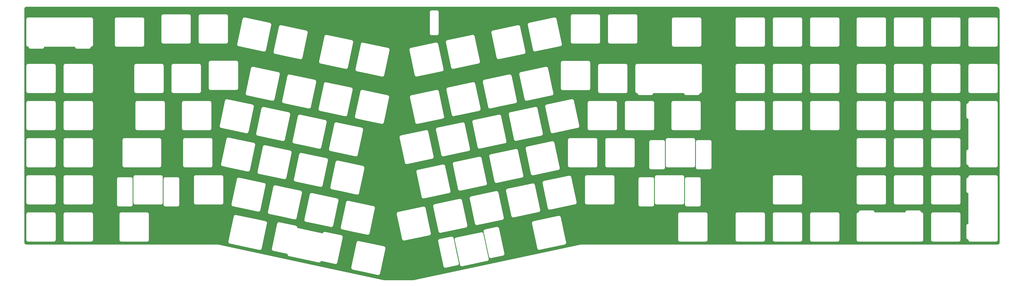
<source format=gbl>
G04 #@! TF.GenerationSoftware,KiCad,Pcbnew,(6.0.1-0)*
G04 #@! TF.CreationDate,2022-06-20T18:56:02-07:00*
G04 #@! TF.ProjectId,plate,706c6174-652e-46b6-9963-61645f706362,rev?*
G04 #@! TF.SameCoordinates,Original*
G04 #@! TF.FileFunction,Copper,L2,Bot*
G04 #@! TF.FilePolarity,Positive*
%FSLAX46Y46*%
G04 Gerber Fmt 4.6, Leading zero omitted, Abs format (unit mm)*
G04 Created by KiCad (PCBNEW (6.0.1-0)) date 2022-06-20 18:56:02*
%MOMM*%
%LPD*%
G01*
G04 APERTURE LIST*
G04 APERTURE END LIST*
G04 #@! TA.AperFunction,NonConductor*
G36*
X497945057Y-225140750D02*
G01*
X497959858Y-225143055D01*
X497959861Y-225143055D01*
X497968730Y-225144436D01*
X497984999Y-225142309D01*
X498009567Y-225141516D01*
X498211266Y-225154736D01*
X498227606Y-225156887D01*
X498451733Y-225201468D01*
X498467654Y-225205734D01*
X498684043Y-225279189D01*
X498699269Y-225285496D01*
X498904217Y-225386565D01*
X498918491Y-225394806D01*
X499108497Y-225521764D01*
X499121572Y-225531797D01*
X499293386Y-225682473D01*
X499305027Y-225694114D01*
X499441330Y-225849539D01*
X499455703Y-225865928D01*
X499465736Y-225879003D01*
X499592694Y-226069009D01*
X499600935Y-226083283D01*
X499702004Y-226288231D01*
X499708311Y-226303457D01*
X499781766Y-226519846D01*
X499786032Y-226535767D01*
X499830613Y-226759894D01*
X499832764Y-226776234D01*
X499845514Y-226970768D01*
X499844489Y-226993804D01*
X499844446Y-226997354D01*
X499843064Y-227006230D01*
X499845524Y-227025039D01*
X499847186Y-227037751D01*
X499848250Y-227054089D01*
X499848250Y-346025672D01*
X499846750Y-346045056D01*
X499843064Y-346068730D01*
X499844718Y-346081375D01*
X499845302Y-346108692D01*
X499832811Y-346251472D01*
X499828998Y-346273096D01*
X499814043Y-346328910D01*
X499786001Y-346433564D01*
X499778489Y-346454202D01*
X499708282Y-346604760D01*
X499697300Y-346623780D01*
X499602015Y-346759862D01*
X499587897Y-346776687D01*
X499470437Y-346894147D01*
X499453612Y-346908265D01*
X499317530Y-347003550D01*
X499298510Y-347014532D01*
X499147952Y-347084739D01*
X499127315Y-347092250D01*
X498966846Y-347135248D01*
X498945225Y-347139060D01*
X498895330Y-347143426D01*
X498809331Y-347150949D01*
X498792871Y-347150396D01*
X498792866Y-347150805D01*
X498783892Y-347150695D01*
X498775020Y-347149314D01*
X498766118Y-347150478D01*
X498766115Y-347150478D01*
X498743499Y-347153436D01*
X498727161Y-347154500D01*
X285823103Y-347154500D01*
X285812169Y-347154025D01*
X285803277Y-347153251D01*
X285794532Y-347151211D01*
X285744786Y-347153968D01*
X285738669Y-347154307D01*
X285731697Y-347154500D01*
X285713523Y-347154500D01*
X285705824Y-347155603D01*
X285705264Y-347155683D01*
X285694376Y-347156762D01*
X285693352Y-347156819D01*
X285682897Y-347157398D01*
X285678140Y-347158411D01*
X285678125Y-347158413D01*
X285665715Y-347161056D01*
X285657338Y-347162546D01*
X285620063Y-347167884D01*
X285605955Y-347169905D01*
X285597781Y-347173621D01*
X285589168Y-347176140D01*
X285589099Y-347175904D01*
X285576490Y-347180058D01*
X199984487Y-365407986D01*
X199958242Y-365410750D01*
X185011118Y-365410750D01*
X184984639Y-365407936D01*
X155115860Y-358987544D01*
X168211319Y-358987544D01*
X168220550Y-359163679D01*
X168260227Y-359335535D01*
X168329142Y-359497890D01*
X168425204Y-359645812D01*
X168545492Y-359774806D01*
X168686353Y-359880952D01*
X168843505Y-359961026D01*
X168848761Y-359962633D01*
X168848766Y-359962635D01*
X168917333Y-359983598D01*
X168967786Y-359999023D01*
X168977220Y-360002322D01*
X168995126Y-360009394D01*
X168995137Y-360009397D01*
X168999656Y-360011182D01*
X169004400Y-360012251D01*
X169004404Y-360012252D01*
X169005544Y-360012509D01*
X169011889Y-360013938D01*
X169027661Y-360014999D01*
X169039478Y-360015795D01*
X169057299Y-360018283D01*
X174771050Y-361236948D01*
X181674848Y-362709433D01*
X181694841Y-362715467D01*
X181713690Y-362722911D01*
X181718437Y-362723981D01*
X181718441Y-362723982D01*
X181721167Y-362724596D01*
X181725924Y-362725668D01*
X181747321Y-362727108D01*
X181754200Y-362727761D01*
X181901271Y-362745819D01*
X182077407Y-362736588D01*
X182195030Y-362709432D01*
X182243897Y-362698150D01*
X182243898Y-362698150D01*
X182249263Y-362696911D01*
X182270226Y-362688013D01*
X182406557Y-362630144D01*
X182406560Y-362630142D01*
X182411619Y-362627995D01*
X182559541Y-362531933D01*
X182688534Y-362411644D01*
X182794681Y-362270784D01*
X182874754Y-362113631D01*
X182912756Y-361989336D01*
X182916056Y-361979899D01*
X182917639Y-361975891D01*
X182924909Y-361957480D01*
X182927666Y-361945246D01*
X182929537Y-361917434D01*
X182932006Y-361899696D01*
X183332837Y-360013938D01*
X185614348Y-349280278D01*
X185620402Y-349260196D01*
X185625972Y-349246092D01*
X185625975Y-349246084D01*
X185627761Y-349241560D01*
X185630518Y-349229326D01*
X185631958Y-349207929D01*
X185632612Y-349201036D01*
X185632896Y-349198729D01*
X185650669Y-349053979D01*
X185641438Y-348877843D01*
X185601761Y-348705987D01*
X185532845Y-348543631D01*
X185436783Y-348395709D01*
X185316494Y-348266716D01*
X185175634Y-348160569D01*
X185018481Y-348080496D01*
X184955764Y-348061321D01*
X184894186Y-348042494D01*
X184884749Y-348039194D01*
X184880741Y-348037611D01*
X184862330Y-348030341D01*
X184850096Y-348027584D01*
X184822284Y-348025713D01*
X184804549Y-348023244D01*
X172185128Y-345340902D01*
X172183758Y-345340489D01*
X212636366Y-345340489D01*
X212649477Y-345447265D01*
X212652206Y-345469492D01*
X212653030Y-345479463D01*
X212654060Y-345503540D01*
X212656517Y-345515836D01*
X212662843Y-345533075D01*
X212666116Y-345541995D01*
X212671075Y-345559202D01*
X215353417Y-358178630D01*
X215356055Y-358199438D01*
X215356912Y-358219460D01*
X215359369Y-358231756D01*
X215366763Y-358251906D01*
X215368961Y-358258449D01*
X215379767Y-358293793D01*
X215410672Y-358394880D01*
X215410674Y-358394885D01*
X215412281Y-358400141D01*
X215492354Y-358557294D01*
X215598501Y-358698154D01*
X215727494Y-358818443D01*
X215732108Y-358821439D01*
X215732110Y-358821441D01*
X215779582Y-358852269D01*
X215875416Y-358914505D01*
X215880475Y-358916652D01*
X215880478Y-358916654D01*
X216016809Y-358974523D01*
X216037772Y-358983421D01*
X216043137Y-358984660D01*
X216043138Y-358984660D01*
X216055630Y-358987544D01*
X216209628Y-359023098D01*
X216385764Y-359032329D01*
X216514767Y-359016489D01*
X216524738Y-359015665D01*
X216526043Y-359015609D01*
X216548815Y-359014635D01*
X216554968Y-359013406D01*
X216556333Y-359013133D01*
X216556336Y-359013132D01*
X216561111Y-359012178D01*
X216578350Y-359005852D01*
X216587270Y-359002579D01*
X216604477Y-358997620D01*
X221654754Y-357924150D01*
X222376873Y-357770659D01*
X222397684Y-357768021D01*
X222401867Y-357767842D01*
X222412842Y-357767373D01*
X222412845Y-357767373D01*
X222417700Y-357767165D01*
X222423844Y-357765937D01*
X222425224Y-357765662D01*
X222425228Y-357765661D01*
X222429997Y-357764708D01*
X222434566Y-357763032D01*
X222434568Y-357763031D01*
X222450143Y-357757316D01*
X222456698Y-357755113D01*
X222598382Y-357711796D01*
X222755535Y-357631723D01*
X222764099Y-357625270D01*
X222783236Y-357610849D01*
X222896397Y-357525576D01*
X223016686Y-357396582D01*
X223112748Y-357248660D01*
X223181664Y-357086303D01*
X223221340Y-356914446D01*
X223230571Y-356738311D01*
X223214732Y-356609317D01*
X223213908Y-356599349D01*
X223213085Y-356580119D01*
X223212877Y-356575259D01*
X223210420Y-356562962D01*
X223200817Y-356536792D01*
X223195858Y-356519584D01*
X222067115Y-351209264D01*
X220656083Y-344570879D01*
X221066831Y-344570879D01*
X221075604Y-344642327D01*
X221082671Y-344699882D01*
X221083495Y-344709853D01*
X221084525Y-344733930D01*
X221086982Y-344746226D01*
X221088660Y-344750798D01*
X221096581Y-344772385D01*
X221101540Y-344789592D01*
X223783882Y-357409020D01*
X223786520Y-357429828D01*
X223787377Y-357449850D01*
X223789834Y-357462146D01*
X223797228Y-357482296D01*
X223799428Y-357488845D01*
X223841137Y-357625270D01*
X223841139Y-357625275D01*
X223842746Y-357630531D01*
X223922819Y-357787684D01*
X224028966Y-357928544D01*
X224157959Y-358048833D01*
X224305881Y-358144895D01*
X224310940Y-358147042D01*
X224310943Y-358147044D01*
X224434376Y-358199438D01*
X224468237Y-358213811D01*
X224473602Y-358215050D01*
X224473603Y-358215050D01*
X224492705Y-358219460D01*
X224640093Y-358253488D01*
X224816229Y-358262719D01*
X224945232Y-358246879D01*
X224955203Y-358246055D01*
X224956508Y-358245999D01*
X224979280Y-358245025D01*
X224985433Y-358243796D01*
X224986798Y-358243523D01*
X224986801Y-358243522D01*
X224991576Y-358242568D01*
X225008815Y-358236242D01*
X225017735Y-358232969D01*
X225034942Y-358228010D01*
X237654370Y-355545668D01*
X237675178Y-355543030D01*
X237690343Y-355542381D01*
X237690345Y-355542381D01*
X237695200Y-355542173D01*
X237707496Y-355539716D01*
X237727646Y-355532322D01*
X237734189Y-355530124D01*
X237769533Y-355519318D01*
X237870620Y-355488413D01*
X237870625Y-355488411D01*
X237875881Y-355486804D01*
X238033034Y-355406731D01*
X238173894Y-355300584D01*
X238294183Y-355171591D01*
X238390245Y-355023669D01*
X238459161Y-354861313D01*
X238498838Y-354689457D01*
X238508069Y-354513321D01*
X238492229Y-354384318D01*
X238491405Y-354374347D01*
X238490583Y-354355139D01*
X238490375Y-354350270D01*
X238487918Y-354337974D01*
X238478316Y-354311805D01*
X238473357Y-354294598D01*
X235791018Y-341675181D01*
X235788380Y-341654372D01*
X235787731Y-341639207D01*
X235787731Y-341639205D01*
X235787523Y-341634350D01*
X235785066Y-341622054D01*
X235777672Y-341601904D01*
X235775472Y-341595355D01*
X235733763Y-341458930D01*
X235733761Y-341458925D01*
X235732154Y-341453669D01*
X235652081Y-341296516D01*
X235545934Y-341155656D01*
X235416941Y-341035367D01*
X235391072Y-341018567D01*
X235364853Y-341001541D01*
X235269019Y-340939305D01*
X235263960Y-340937158D01*
X235263957Y-340937156D01*
X235111728Y-340872539D01*
X235106663Y-340870389D01*
X235101298Y-340869150D01*
X235101297Y-340869150D01*
X234989369Y-340843309D01*
X234934807Y-340830712D01*
X234758671Y-340821481D01*
X234683493Y-340830712D01*
X234629668Y-340837321D01*
X234619696Y-340838145D01*
X234595620Y-340839175D01*
X234583324Y-340841632D01*
X234578756Y-340843308D01*
X234578753Y-340843309D01*
X234557155Y-340851234D01*
X234539948Y-340856193D01*
X221920531Y-343538532D01*
X221899722Y-343541170D01*
X221884557Y-343541819D01*
X221884555Y-343541819D01*
X221879700Y-343542027D01*
X221867404Y-343544484D01*
X221847254Y-343551878D01*
X221840711Y-343554076D01*
X221805367Y-343564882D01*
X221704280Y-343595787D01*
X221704275Y-343595789D01*
X221699019Y-343597396D01*
X221541866Y-343677469D01*
X221401006Y-343783616D01*
X221280717Y-343912609D01*
X221184655Y-344060531D01*
X221182508Y-344065590D01*
X221182506Y-344065593D01*
X221138547Y-344169154D01*
X221115739Y-344222887D01*
X221114500Y-344228252D01*
X221114500Y-344228253D01*
X221104708Y-344270665D01*
X221076062Y-344394743D01*
X221066831Y-344570879D01*
X220656083Y-344570879D01*
X220513520Y-343900173D01*
X220510882Y-343879365D01*
X220510233Y-343864198D01*
X220510233Y-343864196D01*
X220510025Y-343859341D01*
X220507567Y-343847044D01*
X220500162Y-343826865D01*
X220497983Y-343820381D01*
X220454655Y-343678660D01*
X220426646Y-343623690D01*
X220377081Y-343526414D01*
X220377080Y-343526412D01*
X220374581Y-343521508D01*
X220348162Y-343486448D01*
X220271746Y-343385041D01*
X220268435Y-343380647D01*
X220139441Y-343260359D01*
X219991519Y-343164297D01*
X219986460Y-343162150D01*
X219986457Y-343162148D01*
X219834229Y-343097532D01*
X219834230Y-343097532D01*
X219829164Y-343095382D01*
X219823799Y-343094143D01*
X219823798Y-343094143D01*
X219704602Y-343066624D01*
X219657308Y-343055705D01*
X219481173Y-343046474D01*
X219405993Y-343055705D01*
X219352183Y-343062312D01*
X219342214Y-343063136D01*
X219318122Y-343064167D01*
X219313354Y-343065120D01*
X219313351Y-343065120D01*
X219311153Y-343065559D01*
X219305825Y-343066624D01*
X219279649Y-343076229D01*
X219262457Y-343081183D01*
X216377229Y-343694457D01*
X213490066Y-344308142D01*
X213469257Y-344310780D01*
X213454092Y-344311429D01*
X213454090Y-344311429D01*
X213449235Y-344311637D01*
X213436939Y-344314094D01*
X213416789Y-344321488D01*
X213410246Y-344323686D01*
X213374902Y-344334492D01*
X213273815Y-344365397D01*
X213273810Y-344365399D01*
X213268554Y-344367006D01*
X213111401Y-344447079D01*
X212970541Y-344553226D01*
X212850252Y-344682219D01*
X212754190Y-344830141D01*
X212752043Y-344835200D01*
X212752041Y-344835203D01*
X212694583Y-344970567D01*
X212685274Y-344992497D01*
X212645597Y-345164353D01*
X212636366Y-345340489D01*
X172183758Y-345340489D01*
X172165046Y-345334848D01*
X172150942Y-345329278D01*
X172150934Y-345329275D01*
X172146410Y-345327489D01*
X172141663Y-345326419D01*
X172141659Y-345326418D01*
X172138933Y-345325804D01*
X172134176Y-345324732D01*
X172112779Y-345323292D01*
X172105900Y-345322639D01*
X171958829Y-345304581D01*
X171782693Y-345313812D01*
X171728092Y-345326418D01*
X171616203Y-345352250D01*
X171616202Y-345352250D01*
X171610837Y-345353489D01*
X171605772Y-345355639D01*
X171453543Y-345420256D01*
X171453540Y-345420258D01*
X171448481Y-345422405D01*
X171352647Y-345484641D01*
X171307766Y-345513787D01*
X171300559Y-345518467D01*
X171171566Y-345638756D01*
X171065419Y-345779616D01*
X170985346Y-345936769D01*
X170974590Y-345971950D01*
X170947344Y-346061064D01*
X170944044Y-346070501D01*
X170935191Y-346092920D01*
X170932434Y-346105154D01*
X170931506Y-346118954D01*
X170930563Y-346132964D01*
X170928094Y-346150701D01*
X168323353Y-358405040D01*
X168247640Y-358761243D01*
X168241585Y-358781327D01*
X168236014Y-358795434D01*
X168236012Y-358795440D01*
X168234226Y-358799963D01*
X168231469Y-358812196D01*
X168231143Y-358817042D01*
X168230027Y-358833618D01*
X168229372Y-358840511D01*
X168211319Y-358987544D01*
X155115860Y-358987544D01*
X100190162Y-347181085D01*
X100179463Y-347177480D01*
X100179261Y-347178139D01*
X100170673Y-347175513D01*
X100162552Y-347171701D01*
X100153690Y-347170321D01*
X100153686Y-347170320D01*
X100125023Y-347165858D01*
X100107871Y-347163187D01*
X100100822Y-347161882D01*
X100083595Y-347158179D01*
X100074673Y-347157558D01*
X100064041Y-347156363D01*
X100052077Y-347154500D01*
X100035118Y-347154500D01*
X100026369Y-347154196D01*
X99984150Y-347151257D01*
X99984147Y-347151257D01*
X99975192Y-347150634D01*
X99966420Y-347152550D01*
X99957471Y-347153202D01*
X99957459Y-347153036D01*
X99943892Y-347154500D01*
X2136828Y-347154500D01*
X2117443Y-347153000D01*
X2102642Y-347150695D01*
X2102639Y-347150695D01*
X2093770Y-347149314D01*
X2081122Y-347150968D01*
X2053808Y-347151552D01*
X1966052Y-347143875D01*
X1911025Y-347139060D01*
X1889404Y-347135248D01*
X1728935Y-347092250D01*
X1708298Y-347084739D01*
X1557740Y-347014532D01*
X1538720Y-347003550D01*
X1402638Y-346908265D01*
X1385813Y-346894147D01*
X1268353Y-346776687D01*
X1254235Y-346759862D01*
X1158950Y-346623780D01*
X1147968Y-346604760D01*
X1077761Y-346454202D01*
X1070249Y-346433564D01*
X1042207Y-346328910D01*
X1027252Y-346273096D01*
X1023439Y-346251472D01*
X1011846Y-346118954D01*
X1011871Y-346096716D01*
X1012263Y-346092340D01*
X1013071Y-346087539D01*
X1013224Y-346075000D01*
X1009273Y-346047412D01*
X1008000Y-346029549D01*
X1008000Y-344628425D01*
X2011776Y-344628425D01*
X2012465Y-344633232D01*
X2012465Y-344633239D01*
X2014815Y-344649644D01*
X2015609Y-344656526D01*
X2028523Y-344804131D01*
X2029947Y-344809445D01*
X2029947Y-344809446D01*
X2036849Y-344835203D01*
X2074172Y-344974497D01*
X2076494Y-344979477D01*
X2076495Y-344979479D01*
X2122978Y-345079160D01*
X2148713Y-345134349D01*
X2249878Y-345278828D01*
X2374596Y-345403546D01*
X2519075Y-345504711D01*
X2524053Y-345507032D01*
X2524056Y-345507034D01*
X2617110Y-345550426D01*
X2678927Y-345579252D01*
X2684235Y-345580674D01*
X2684237Y-345580675D01*
X2843978Y-345623477D01*
X2843979Y-345623477D01*
X2849293Y-345624901D01*
X2854779Y-345625381D01*
X2854785Y-345625382D01*
X2978768Y-345636230D01*
X2988691Y-345637496D01*
X3007667Y-345640689D01*
X3007672Y-345640689D01*
X3012460Y-345641495D01*
X3018759Y-345641572D01*
X3020140Y-345641589D01*
X3020144Y-345641589D01*
X3024999Y-345641648D01*
X3029808Y-345640959D01*
X3029812Y-345640959D01*
X3040060Y-345639491D01*
X3052372Y-345637728D01*
X3070315Y-345636455D01*
X9303333Y-345640807D01*
X15971660Y-345645463D01*
X15992474Y-345647209D01*
X16007661Y-345649764D01*
X16007670Y-345649765D01*
X16012462Y-345650571D01*
X16018820Y-345650649D01*
X16020143Y-345650665D01*
X16020147Y-345650665D01*
X16025001Y-345650724D01*
X16029808Y-345650035D01*
X16029815Y-345650035D01*
X16046220Y-345647685D01*
X16053102Y-345646891D01*
X16095860Y-345643150D01*
X16200707Y-345633977D01*
X16206021Y-345632553D01*
X16206022Y-345632553D01*
X16365763Y-345589751D01*
X16365765Y-345589750D01*
X16371073Y-345588328D01*
X16387485Y-345580675D01*
X16525944Y-345516110D01*
X16525947Y-345516108D01*
X16530925Y-345513787D01*
X16675404Y-345412622D01*
X16800122Y-345287904D01*
X16901287Y-345143425D01*
X16905520Y-345134349D01*
X16973505Y-344988555D01*
X16973506Y-344988553D01*
X16975828Y-344983573D01*
X17005053Y-344874505D01*
X17020053Y-344818522D01*
X17020053Y-344818521D01*
X17021477Y-344813207D01*
X17021958Y-344807715D01*
X17032806Y-344683732D01*
X17034072Y-344673809D01*
X17037265Y-344654833D01*
X17037265Y-344654828D01*
X17038071Y-344650040D01*
X17038224Y-344637501D01*
X17036924Y-344628425D01*
X21061776Y-344628425D01*
X21062465Y-344633232D01*
X21062465Y-344633239D01*
X21064815Y-344649644D01*
X21065609Y-344656526D01*
X21078523Y-344804131D01*
X21079947Y-344809445D01*
X21079947Y-344809446D01*
X21086849Y-344835203D01*
X21124172Y-344974497D01*
X21126494Y-344979477D01*
X21126495Y-344979479D01*
X21172978Y-345079160D01*
X21198713Y-345134349D01*
X21299878Y-345278828D01*
X21424596Y-345403546D01*
X21569075Y-345504711D01*
X21574053Y-345507032D01*
X21574056Y-345507034D01*
X21667110Y-345550426D01*
X21728927Y-345579252D01*
X21734235Y-345580674D01*
X21734237Y-345580675D01*
X21893978Y-345623477D01*
X21893979Y-345623477D01*
X21899293Y-345624901D01*
X21904779Y-345625381D01*
X21904785Y-345625382D01*
X22028768Y-345636230D01*
X22038691Y-345637496D01*
X22057667Y-345640689D01*
X22057672Y-345640689D01*
X22062460Y-345641495D01*
X22068759Y-345641572D01*
X22070140Y-345641589D01*
X22070144Y-345641589D01*
X22074999Y-345641648D01*
X22079808Y-345640959D01*
X22079812Y-345640959D01*
X22090060Y-345639491D01*
X22102372Y-345637728D01*
X22120315Y-345636455D01*
X28353333Y-345640807D01*
X35021660Y-345645463D01*
X35042474Y-345647209D01*
X35057661Y-345649764D01*
X35057670Y-345649765D01*
X35062462Y-345650571D01*
X35068820Y-345650649D01*
X35070143Y-345650665D01*
X35070147Y-345650665D01*
X35075001Y-345650724D01*
X35079808Y-345650035D01*
X35079815Y-345650035D01*
X35096220Y-345647685D01*
X35103102Y-345646891D01*
X35145860Y-345643150D01*
X35250707Y-345633977D01*
X35256021Y-345632553D01*
X35256022Y-345632553D01*
X35415763Y-345589751D01*
X35415765Y-345589750D01*
X35421073Y-345588328D01*
X35437485Y-345580675D01*
X35575944Y-345516110D01*
X35575947Y-345516108D01*
X35580925Y-345513787D01*
X35725404Y-345412622D01*
X35850122Y-345287904D01*
X35951287Y-345143425D01*
X35955520Y-345134349D01*
X36023505Y-344988555D01*
X36023506Y-344988553D01*
X36025828Y-344983573D01*
X36055053Y-344874505D01*
X36070053Y-344818522D01*
X36070053Y-344818521D01*
X36071477Y-344813207D01*
X36071958Y-344807715D01*
X36082806Y-344683732D01*
X36084072Y-344673809D01*
X36087265Y-344654833D01*
X36087265Y-344654828D01*
X36088071Y-344650040D01*
X36088224Y-344637501D01*
X36086924Y-344628425D01*
X49636776Y-344628425D01*
X49637465Y-344633232D01*
X49637465Y-344633239D01*
X49639815Y-344649644D01*
X49640609Y-344656526D01*
X49653523Y-344804131D01*
X49654947Y-344809445D01*
X49654947Y-344809446D01*
X49661849Y-344835203D01*
X49699172Y-344974497D01*
X49701494Y-344979477D01*
X49701495Y-344979479D01*
X49747978Y-345079160D01*
X49773713Y-345134349D01*
X49874878Y-345278828D01*
X49999596Y-345403546D01*
X50144075Y-345504711D01*
X50149053Y-345507032D01*
X50149056Y-345507034D01*
X50242110Y-345550426D01*
X50303927Y-345579252D01*
X50309235Y-345580674D01*
X50309237Y-345580675D01*
X50468978Y-345623477D01*
X50468979Y-345623477D01*
X50474293Y-345624901D01*
X50479779Y-345625381D01*
X50479785Y-345625382D01*
X50603768Y-345636230D01*
X50613691Y-345637496D01*
X50632667Y-345640689D01*
X50632672Y-345640689D01*
X50637460Y-345641495D01*
X50643759Y-345641572D01*
X50645140Y-345641589D01*
X50645144Y-345641589D01*
X50649999Y-345641648D01*
X50654808Y-345640959D01*
X50654812Y-345640959D01*
X50665060Y-345639491D01*
X50677372Y-345637728D01*
X50695315Y-345636455D01*
X56928333Y-345640807D01*
X63596660Y-345645463D01*
X63617474Y-345647209D01*
X63632661Y-345649764D01*
X63632670Y-345649765D01*
X63637462Y-345650571D01*
X63643820Y-345650649D01*
X63645143Y-345650665D01*
X63645147Y-345650665D01*
X63650001Y-345650724D01*
X63654808Y-345650035D01*
X63654815Y-345650035D01*
X63671220Y-345647685D01*
X63678102Y-345646891D01*
X63720860Y-345643150D01*
X63825707Y-345633977D01*
X63831021Y-345632553D01*
X63831022Y-345632553D01*
X63850425Y-345627354D01*
X105328505Y-345627354D01*
X105337736Y-345803489D01*
X105338976Y-345808859D01*
X105371040Y-345947739D01*
X105377413Y-345975345D01*
X105379563Y-345980410D01*
X105434577Y-346110015D01*
X105446328Y-346137700D01*
X105542390Y-346285622D01*
X105546143Y-346289646D01*
X105546144Y-346289648D01*
X105602534Y-346350119D01*
X105662678Y-346414616D01*
X105803539Y-346520762D01*
X105960691Y-346600836D01*
X105965947Y-346602443D01*
X105965952Y-346602445D01*
X106026261Y-346620883D01*
X106084972Y-346638833D01*
X106094406Y-346642132D01*
X106112312Y-346649204D01*
X106112323Y-346649207D01*
X106116842Y-346650992D01*
X106121586Y-346652061D01*
X106121590Y-346652062D01*
X106124333Y-346652680D01*
X106124337Y-346652681D01*
X106129075Y-346653748D01*
X106156699Y-346655607D01*
X106174508Y-346658092D01*
X121121264Y-349844343D01*
X121141273Y-349850381D01*
X121155553Y-349856020D01*
X121155561Y-349856023D01*
X121160090Y-349857811D01*
X121172324Y-349860568D01*
X121193721Y-349862008D01*
X121200600Y-349862661D01*
X121347671Y-349880719D01*
X121523807Y-349871488D01*
X121627765Y-349847487D01*
X121690297Y-349833050D01*
X121690298Y-349833050D01*
X121695663Y-349831811D01*
X121716626Y-349822913D01*
X121852957Y-349765044D01*
X121852960Y-349765042D01*
X121858019Y-349762895D01*
X122005941Y-349666833D01*
X122134934Y-349546544D01*
X122241081Y-349405684D01*
X122269848Y-349349226D01*
X127591315Y-349349226D01*
X127600546Y-349525362D01*
X127640223Y-349697218D01*
X127642373Y-349702283D01*
X127703443Y-349846154D01*
X127709139Y-349859574D01*
X127805201Y-350007496D01*
X127925490Y-350136489D01*
X128066350Y-350242636D01*
X128223503Y-350322709D01*
X128286220Y-350341884D01*
X128347798Y-350360711D01*
X128357235Y-350364011D01*
X128379654Y-350372864D01*
X128391888Y-350375621D01*
X128419700Y-350377492D01*
X128437435Y-350379961D01*
X135513541Y-351884035D01*
X135576013Y-351917762D01*
X135610335Y-351979912D01*
X135612404Y-352022634D01*
X135605958Y-352075132D01*
X135615189Y-352251267D01*
X135654866Y-352423123D01*
X135666151Y-352449710D01*
X135719197Y-352574678D01*
X135723781Y-352585478D01*
X135819843Y-352733400D01*
X135823596Y-352737424D01*
X135823597Y-352737426D01*
X135845485Y-352760898D01*
X135940131Y-352862394D01*
X136080992Y-352968540D01*
X136085896Y-352971039D01*
X136085898Y-352971040D01*
X136233245Y-353046118D01*
X136238144Y-353048614D01*
X136243400Y-353050221D01*
X136243405Y-353050223D01*
X136311972Y-353071186D01*
X136362425Y-353086611D01*
X136371859Y-353089910D01*
X136389765Y-353096982D01*
X136389776Y-353096985D01*
X136394295Y-353098770D01*
X136399039Y-353099839D01*
X136399043Y-353099840D01*
X136400756Y-353100226D01*
X136406528Y-353101526D01*
X136411387Y-353101853D01*
X136414698Y-353102076D01*
X136434339Y-353103397D01*
X136452071Y-353105866D01*
X151400394Y-356283237D01*
X151420474Y-356289291D01*
X151425735Y-356291369D01*
X151434582Y-356294863D01*
X151434587Y-356294864D01*
X151439108Y-356296650D01*
X151443846Y-356297718D01*
X151443853Y-356297720D01*
X151445349Y-356298057D01*
X151451341Y-356299407D01*
X151465222Y-356300341D01*
X151472763Y-356300849D01*
X151479656Y-356301504D01*
X151553853Y-356310614D01*
X151626689Y-356319557D01*
X151802824Y-356310326D01*
X151920161Y-356283236D01*
X151969314Y-356271888D01*
X151969315Y-356271888D01*
X151974680Y-356270649D01*
X152039568Y-356243106D01*
X152131973Y-356203883D01*
X152131976Y-356203881D01*
X152137035Y-356201734D01*
X152284957Y-356105672D01*
X152413951Y-355985384D01*
X152520097Y-355844523D01*
X152600171Y-355687371D01*
X152615637Y-355636783D01*
X152654682Y-355577489D01*
X152719586Y-355548715D01*
X152762328Y-355550377D01*
X159831177Y-357052908D01*
X159851259Y-357058962D01*
X159865363Y-357064532D01*
X159865371Y-357064535D01*
X159869895Y-357066321D01*
X159874642Y-357067391D01*
X159874646Y-357067392D01*
X159877372Y-357068006D01*
X159882129Y-357069078D01*
X159903526Y-357070518D01*
X159910405Y-357071171D01*
X160057476Y-357089229D01*
X160233612Y-357079998D01*
X160350953Y-357052907D01*
X160400102Y-357041560D01*
X160400103Y-357041560D01*
X160405468Y-357040321D01*
X160426431Y-357031423D01*
X160562762Y-356973554D01*
X160562765Y-356973552D01*
X160567824Y-356971405D01*
X160715746Y-356875343D01*
X160844739Y-356755054D01*
X160950886Y-356614194D01*
X161030959Y-356457041D01*
X161068961Y-356332746D01*
X161072261Y-356323309D01*
X161077274Y-356310614D01*
X161081114Y-356300890D01*
X161083871Y-356288656D01*
X161085742Y-356260844D01*
X161088211Y-356243106D01*
X161116787Y-356108670D01*
X163770553Y-343623688D01*
X163776607Y-343603606D01*
X163782177Y-343589502D01*
X163782180Y-343589494D01*
X163783966Y-343584970D01*
X163786723Y-343572736D01*
X163788163Y-343551339D01*
X163788817Y-343544446D01*
X163788945Y-343543410D01*
X163806874Y-343397389D01*
X163797643Y-343221253D01*
X163757966Y-343049397D01*
X163689050Y-342887041D01*
X163592988Y-342739119D01*
X163472699Y-342610126D01*
X163331839Y-342503979D01*
X163174686Y-342423906D01*
X163111969Y-342404731D01*
X163050391Y-342385904D01*
X163040954Y-342382604D01*
X163034886Y-342380208D01*
X163018535Y-342373751D01*
X163012507Y-342372393D01*
X163011047Y-342372063D01*
X163011040Y-342372062D01*
X163006301Y-342370994D01*
X162978494Y-342369123D01*
X162960761Y-342366654D01*
X154859152Y-340644604D01*
X154839070Y-340638550D01*
X154824963Y-340632979D01*
X154824957Y-340632977D01*
X154820434Y-340631191D01*
X154808201Y-340628434D01*
X154794320Y-340627500D01*
X154786779Y-340626992D01*
X154779886Y-340626337D01*
X154697165Y-340616180D01*
X154632853Y-340608284D01*
X154456718Y-340617515D01*
X154389738Y-340632979D01*
X154290228Y-340655953D01*
X154290227Y-340655953D01*
X154284862Y-340657192D01*
X154279796Y-340659342D01*
X154279797Y-340659342D01*
X154127569Y-340723958D01*
X154127566Y-340723960D01*
X154122507Y-340726107D01*
X153974585Y-340822169D01*
X153970561Y-340825922D01*
X153970559Y-340825923D01*
X153938098Y-340856193D01*
X153845591Y-340942457D01*
X153842280Y-340946851D01*
X153775579Y-341035367D01*
X153739445Y-341083318D01*
X153736946Y-341088222D01*
X153736945Y-341088224D01*
X153690164Y-341180036D01*
X153659371Y-341240470D01*
X153643907Y-341291050D01*
X153604862Y-341350346D01*
X153539957Y-341379119D01*
X153497216Y-341377457D01*
X140607152Y-338637589D01*
X140544679Y-338603861D01*
X140510357Y-338541711D01*
X140508288Y-338498988D01*
X140514734Y-338446492D01*
X140510345Y-338362744D01*
X162839219Y-338362744D01*
X162848450Y-338538879D01*
X162888127Y-338710735D01*
X162957042Y-338873090D01*
X162993005Y-338928468D01*
X163042482Y-339004655D01*
X163053104Y-339021012D01*
X163173392Y-339150006D01*
X163177786Y-339153317D01*
X163303848Y-339248311D01*
X163314253Y-339256152D01*
X163471405Y-339336226D01*
X163476661Y-339337833D01*
X163476666Y-339337835D01*
X163540154Y-339357245D01*
X163595686Y-339374223D01*
X163605120Y-339377522D01*
X163623026Y-339384594D01*
X163623037Y-339384597D01*
X163627556Y-339386382D01*
X163632300Y-339387451D01*
X163632304Y-339387452D01*
X163633444Y-339387709D01*
X163639789Y-339389138D01*
X163655561Y-339390199D01*
X163667378Y-339390995D01*
X163685199Y-339393483D01*
X168983618Y-340523563D01*
X176302748Y-342084633D01*
X176322741Y-342090667D01*
X176341590Y-342098111D01*
X176346337Y-342099181D01*
X176346341Y-342099182D01*
X176349067Y-342099796D01*
X176353824Y-342100868D01*
X176375221Y-342102308D01*
X176382100Y-342102961D01*
X176529171Y-342121019D01*
X176705307Y-342111788D01*
X176822930Y-342084632D01*
X176871797Y-342073350D01*
X176871798Y-342073350D01*
X176877163Y-342072111D01*
X176951648Y-342040494D01*
X177034457Y-342005344D01*
X177034460Y-342005342D01*
X177039519Y-342003195D01*
X177187441Y-341907133D01*
X177316434Y-341786844D01*
X177422581Y-341645984D01*
X177502654Y-341488831D01*
X177540656Y-341364536D01*
X177543956Y-341355099D01*
X177545833Y-341350346D01*
X177552809Y-341332680D01*
X177555566Y-341320446D01*
X177557437Y-341292634D01*
X177559906Y-341274896D01*
X177567224Y-341240470D01*
X179657728Y-331405428D01*
X191472461Y-331405428D01*
X191480948Y-331474545D01*
X191488301Y-331534431D01*
X191489125Y-331544402D01*
X191490155Y-331568479D01*
X191492612Y-331580775D01*
X191498291Y-331596252D01*
X191502211Y-331606934D01*
X191507170Y-331624141D01*
X194187625Y-344234692D01*
X194190263Y-344255500D01*
X194191120Y-344275522D01*
X194193577Y-344287818D01*
X194200971Y-344307968D01*
X194203171Y-344314517D01*
X194244880Y-344450942D01*
X194244882Y-344450947D01*
X194246489Y-344456203D01*
X194326562Y-344613356D01*
X194432709Y-344754216D01*
X194561702Y-344874505D01*
X194709624Y-344970567D01*
X194714683Y-344972714D01*
X194714686Y-344972716D01*
X194773929Y-344997863D01*
X194871980Y-345039483D01*
X194877345Y-345040722D01*
X194877346Y-345040722D01*
X194933728Y-345053739D01*
X195043836Y-345079160D01*
X195219972Y-345088391D01*
X195348975Y-345072551D01*
X195358946Y-345071727D01*
X195360251Y-345071671D01*
X195383023Y-345070697D01*
X195395319Y-345068240D01*
X195421281Y-345058714D01*
X195438564Y-345053740D01*
X208059862Y-342380208D01*
X208080587Y-342377588D01*
X208100830Y-342376722D01*
X208113126Y-342374265D01*
X208133276Y-342366871D01*
X208139819Y-342364673D01*
X208223631Y-342339049D01*
X208276250Y-342322962D01*
X208276255Y-342322960D01*
X208281511Y-342321353D01*
X208438664Y-342241280D01*
X208579524Y-342135133D01*
X208699813Y-342006140D01*
X208795875Y-341858218D01*
X208799887Y-341848768D01*
X208862641Y-341700927D01*
X208864791Y-341695862D01*
X208878993Y-341634350D01*
X208903228Y-341529376D01*
X208904468Y-341524006D01*
X208913699Y-341347870D01*
X208897859Y-341218867D01*
X208897035Y-341208896D01*
X208896213Y-341189688D01*
X208896005Y-341184819D01*
X208893548Y-341172523D01*
X208891871Y-341167952D01*
X208883946Y-341146354D01*
X208878987Y-341129147D01*
X206196648Y-328509730D01*
X206194010Y-328488921D01*
X206193361Y-328473756D01*
X206193361Y-328473754D01*
X206193153Y-328468899D01*
X206190696Y-328456603D01*
X206183302Y-328436453D01*
X206181102Y-328429904D01*
X206180881Y-328429179D01*
X206169188Y-328390936D01*
X206139393Y-328293479D01*
X206139391Y-328293474D01*
X206137784Y-328288218D01*
X206122666Y-328258546D01*
X206097247Y-328208659D01*
X206057711Y-328131065D01*
X205951564Y-327990205D01*
X205822571Y-327869916D01*
X205674649Y-327773854D01*
X205669590Y-327771707D01*
X205669587Y-327771705D01*
X205517358Y-327707088D01*
X205512293Y-327704938D01*
X205506928Y-327703699D01*
X205506927Y-327703699D01*
X205394999Y-327677858D01*
X205340437Y-327665261D01*
X205164301Y-327656030D01*
X205089123Y-327665261D01*
X205035298Y-327671870D01*
X205025326Y-327672694D01*
X205001250Y-327673724D01*
X204988954Y-327676181D01*
X204984386Y-327677857D01*
X204984383Y-327677858D01*
X204962785Y-327685783D01*
X204945578Y-327690742D01*
X192326161Y-330373081D01*
X192305352Y-330375719D01*
X192290187Y-330376368D01*
X192290185Y-330376368D01*
X192285330Y-330376576D01*
X192273034Y-330379033D01*
X192252884Y-330386427D01*
X192246341Y-330388625D01*
X192210997Y-330399431D01*
X192109910Y-330430336D01*
X192109905Y-330430338D01*
X192104649Y-330431945D01*
X191947496Y-330512018D01*
X191806636Y-330618165D01*
X191686347Y-330747158D01*
X191683351Y-330751772D01*
X191683349Y-330751774D01*
X191673854Y-330766395D01*
X191590285Y-330895080D01*
X191588138Y-330900139D01*
X191588136Y-330900142D01*
X191549311Y-330991608D01*
X191521369Y-331057436D01*
X191520130Y-331062801D01*
X191520130Y-331062802D01*
X191518965Y-331067848D01*
X191481692Y-331229292D01*
X191472461Y-331405428D01*
X179657728Y-331405428D01*
X180242248Y-328655478D01*
X180248302Y-328635396D01*
X180253872Y-328621292D01*
X180253875Y-328621284D01*
X180255661Y-328616760D01*
X180258418Y-328604526D01*
X180259858Y-328583129D01*
X180260512Y-328576236D01*
X180273096Y-328473756D01*
X180278569Y-328429179D01*
X180269338Y-328253043D01*
X180229661Y-328081187D01*
X180192907Y-327994599D01*
X180162894Y-327923893D01*
X180162892Y-327923890D01*
X180160745Y-327918831D01*
X180064683Y-327770909D01*
X179944394Y-327641916D01*
X179803534Y-327535769D01*
X179646381Y-327455696D01*
X179631934Y-327451279D01*
X210106731Y-327451279D01*
X210117105Y-327535769D01*
X210122571Y-327580282D01*
X210123395Y-327590253D01*
X210124425Y-327614330D01*
X210126882Y-327626626D01*
X210128560Y-327631198D01*
X210136481Y-327652785D01*
X210141440Y-327669992D01*
X212821895Y-340280543D01*
X212824533Y-340301351D01*
X212825390Y-340321373D01*
X212827847Y-340333669D01*
X212835241Y-340353819D01*
X212837439Y-340360362D01*
X212846376Y-340389592D01*
X212879150Y-340496793D01*
X212879152Y-340496798D01*
X212880759Y-340502054D01*
X212960832Y-340659207D01*
X213066979Y-340800067D01*
X213195972Y-340920356D01*
X213200586Y-340923352D01*
X213200588Y-340923354D01*
X213248060Y-340954182D01*
X213343894Y-341016418D01*
X213348953Y-341018565D01*
X213348956Y-341018567D01*
X213381472Y-341032369D01*
X213506250Y-341085334D01*
X213511615Y-341086573D01*
X213511616Y-341086573D01*
X213548260Y-341095033D01*
X213678106Y-341125011D01*
X213854242Y-341134242D01*
X213983245Y-341118402D01*
X213993216Y-341117578D01*
X213994521Y-341117522D01*
X214017293Y-341116548D01*
X214029589Y-341114091D01*
X214055551Y-341104565D01*
X214072834Y-341099591D01*
X217424621Y-340389592D01*
X235928506Y-340389592D01*
X235944346Y-340518595D01*
X235945170Y-340528566D01*
X235946200Y-340552643D01*
X235948657Y-340564939D01*
X235950335Y-340569511D01*
X235958256Y-340591098D01*
X235963215Y-340608305D01*
X238645557Y-353227733D01*
X238648195Y-353248541D01*
X238649052Y-353268563D01*
X238651509Y-353280859D01*
X238658903Y-353301009D01*
X238661103Y-353307558D01*
X238702812Y-353443983D01*
X238702814Y-353443988D01*
X238704421Y-353449244D01*
X238784494Y-353606397D01*
X238890641Y-353747257D01*
X239019634Y-353867546D01*
X239167556Y-353963608D01*
X239172615Y-353965755D01*
X239172618Y-353965757D01*
X239308949Y-354023626D01*
X239329912Y-354032524D01*
X239335277Y-354033763D01*
X239335278Y-354033763D01*
X239391413Y-354046723D01*
X239501768Y-354072201D01*
X239677904Y-354081432D01*
X239806907Y-354065592D01*
X239816878Y-354064768D01*
X239818183Y-354064712D01*
X239840955Y-354063738D01*
X239847108Y-354062509D01*
X239848473Y-354062236D01*
X239848476Y-354062235D01*
X239853251Y-354061281D01*
X239870490Y-354054955D01*
X239879410Y-354051682D01*
X239896617Y-354046723D01*
X245669010Y-352819763D01*
X245689819Y-352817125D01*
X245704986Y-352816476D01*
X245704988Y-352816476D01*
X245709843Y-352816268D01*
X245722140Y-352813810D01*
X245742319Y-352806405D01*
X245748803Y-352804226D01*
X245890524Y-352760898D01*
X245936590Y-352737426D01*
X246042770Y-352683324D01*
X246042772Y-352683323D01*
X246047676Y-352680824D01*
X246188537Y-352574678D01*
X246308825Y-352445684D01*
X246323477Y-352423123D01*
X246342651Y-352393596D01*
X246404887Y-352297762D01*
X246422344Y-352256637D01*
X246471652Y-352140472D01*
X246473802Y-352135407D01*
X246513479Y-351963551D01*
X246522710Y-351787416D01*
X246506872Y-351658426D01*
X246506048Y-351648457D01*
X246505225Y-351629226D01*
X246505017Y-351624365D01*
X246502560Y-351612068D01*
X246492955Y-351585892D01*
X246488000Y-351568697D01*
X246454233Y-351409833D01*
X243805660Y-338949276D01*
X243803022Y-338928468D01*
X243802373Y-338913301D01*
X243802373Y-338913299D01*
X243802165Y-338908444D01*
X243799707Y-338896147D01*
X243792302Y-338875968D01*
X243790123Y-338869484D01*
X243746795Y-338727763D01*
X243744299Y-338722864D01*
X243669221Y-338575517D01*
X243669220Y-338575515D01*
X243666721Y-338570611D01*
X243560575Y-338429750D01*
X243488719Y-338362744D01*
X243435607Y-338313216D01*
X243435605Y-338313215D01*
X243431581Y-338309462D01*
X243397195Y-338287131D01*
X243363094Y-338264986D01*
X243283659Y-338213400D01*
X243278600Y-338211253D01*
X243278597Y-338211251D01*
X243126369Y-338146635D01*
X243126370Y-338146635D01*
X243121304Y-338144485D01*
X243115939Y-338143246D01*
X243115938Y-338143246D01*
X243025693Y-338122411D01*
X242949448Y-338104808D01*
X242773313Y-338095577D01*
X242698133Y-338104808D01*
X242644323Y-338111415D01*
X242634354Y-338112239D01*
X242610262Y-338113270D01*
X242605494Y-338114223D01*
X242605491Y-338114223D01*
X242603293Y-338114662D01*
X242597965Y-338115727D01*
X242571789Y-338125332D01*
X242554597Y-338130286D01*
X240167924Y-338637589D01*
X236782206Y-339357245D01*
X236761397Y-339359883D01*
X236746232Y-339360532D01*
X236746230Y-339360532D01*
X236741375Y-339360740D01*
X236729079Y-339363197D01*
X236708929Y-339370591D01*
X236702386Y-339372789D01*
X236686905Y-339377522D01*
X236565955Y-339414500D01*
X236565950Y-339414502D01*
X236560694Y-339416109D01*
X236403541Y-339496182D01*
X236262681Y-339602329D01*
X236142392Y-339731322D01*
X236046330Y-339879244D01*
X235977414Y-340041600D01*
X235937737Y-340213456D01*
X235928506Y-340389592D01*
X217424621Y-340389592D01*
X226694132Y-338426059D01*
X226714857Y-338423439D01*
X226735100Y-338422573D01*
X226747396Y-338420116D01*
X226767546Y-338412722D01*
X226774089Y-338410524D01*
X226813339Y-338398524D01*
X226910520Y-338368813D01*
X226910525Y-338368811D01*
X226915781Y-338367204D01*
X226924535Y-338362744D01*
X227021739Y-338313216D01*
X227072934Y-338287131D01*
X227213794Y-338180984D01*
X227334083Y-338051991D01*
X227430145Y-337904069D01*
X227456960Y-337840898D01*
X227496911Y-337746778D01*
X227499061Y-337741713D01*
X227538738Y-337569857D01*
X227547969Y-337393721D01*
X227532129Y-337264718D01*
X227531305Y-337254747D01*
X227530483Y-337235539D01*
X227530275Y-337230670D01*
X227527818Y-337218374D01*
X227526141Y-337213803D01*
X227518216Y-337192205D01*
X227513257Y-337174998D01*
X224830918Y-324555581D01*
X224828280Y-324534772D01*
X224827631Y-324519607D01*
X224827631Y-324519605D01*
X224827423Y-324514750D01*
X224824966Y-324502454D01*
X224817572Y-324482304D01*
X224815372Y-324475755D01*
X224814832Y-324473987D01*
X224804568Y-324440417D01*
X224773663Y-324339330D01*
X224773661Y-324339325D01*
X224772054Y-324334069D01*
X224691981Y-324176916D01*
X224585834Y-324036056D01*
X224456841Y-323915767D01*
X224308919Y-323819705D01*
X224303860Y-323817558D01*
X224303857Y-323817556D01*
X224151628Y-323752939D01*
X224146563Y-323750789D01*
X224141198Y-323749550D01*
X224141197Y-323749550D01*
X224029269Y-323723709D01*
X223974707Y-323711112D01*
X223798571Y-323701881D01*
X223723393Y-323711112D01*
X223669568Y-323717721D01*
X223659596Y-323718545D01*
X223635520Y-323719575D01*
X223623224Y-323722032D01*
X223618656Y-323723708D01*
X223618653Y-323723709D01*
X223597055Y-323731634D01*
X223579848Y-323736593D01*
X210960431Y-326418932D01*
X210939622Y-326421570D01*
X210924457Y-326422219D01*
X210924455Y-326422219D01*
X210919600Y-326422427D01*
X210907304Y-326424884D01*
X210887154Y-326432278D01*
X210880611Y-326434476D01*
X210845267Y-326445282D01*
X210744180Y-326476187D01*
X210744175Y-326476189D01*
X210738919Y-326477796D01*
X210734021Y-326480291D01*
X210734020Y-326480292D01*
X210674494Y-326510622D01*
X210581766Y-326557869D01*
X210440906Y-326664016D01*
X210320617Y-326793009D01*
X210224555Y-326940931D01*
X210155639Y-327103287D01*
X210115962Y-327275143D01*
X210106731Y-327451279D01*
X179631934Y-327451279D01*
X179542279Y-327423868D01*
X179522086Y-327417694D01*
X179512649Y-327414394D01*
X179508641Y-327412811D01*
X179490230Y-327405541D01*
X179477996Y-327402784D01*
X179450184Y-327400913D01*
X179432449Y-327398444D01*
X166813028Y-324716102D01*
X166792946Y-324710048D01*
X166778842Y-324704478D01*
X166778834Y-324704475D01*
X166774310Y-324702689D01*
X166769563Y-324701619D01*
X166769559Y-324701618D01*
X166766833Y-324701004D01*
X166762076Y-324699932D01*
X166740679Y-324698492D01*
X166733800Y-324697839D01*
X166586729Y-324679781D01*
X166410593Y-324689012D01*
X166319478Y-324710048D01*
X166244103Y-324727450D01*
X166244102Y-324727450D01*
X166238737Y-324728689D01*
X166233672Y-324730839D01*
X166081443Y-324795456D01*
X166081440Y-324795458D01*
X166076381Y-324797605D01*
X165928459Y-324893667D01*
X165799466Y-325013956D01*
X165693319Y-325154816D01*
X165613246Y-325311969D01*
X165611636Y-325317236D01*
X165575244Y-325436264D01*
X165571944Y-325445701D01*
X165563091Y-325468120D01*
X165560334Y-325480354D01*
X165559545Y-325492088D01*
X165558463Y-325508164D01*
X165555994Y-325525901D01*
X162877245Y-338128422D01*
X162875540Y-338136443D01*
X162869485Y-338156527D01*
X162863914Y-338170634D01*
X162863912Y-338170640D01*
X162862126Y-338175163D01*
X162859369Y-338187396D01*
X162859043Y-338192242D01*
X162857927Y-338208818D01*
X162857272Y-338215711D01*
X162839219Y-338362744D01*
X140510345Y-338362744D01*
X140505503Y-338270356D01*
X140472020Y-338125328D01*
X140467065Y-338103866D01*
X140467065Y-338103865D01*
X140465826Y-338098500D01*
X140396910Y-337936144D01*
X140300848Y-337788222D01*
X140180559Y-337659229D01*
X140039699Y-337553082D01*
X139882546Y-337473009D01*
X139810942Y-337451117D01*
X139758251Y-337435007D01*
X139748814Y-337431707D01*
X139744806Y-337430124D01*
X139726395Y-337422854D01*
X139720367Y-337421496D01*
X139718907Y-337421166D01*
X139718900Y-337421165D01*
X139714161Y-337420097D01*
X139686354Y-337418226D01*
X139668621Y-337415757D01*
X131567012Y-335693707D01*
X131546930Y-335687653D01*
X131532823Y-335682082D01*
X131532817Y-335682080D01*
X131528294Y-335680294D01*
X131516061Y-335677537D01*
X131502180Y-335676603D01*
X131494639Y-335676095D01*
X131487746Y-335675440D01*
X131347277Y-335658193D01*
X131340713Y-335657387D01*
X131164578Y-335666618D01*
X131097598Y-335682082D01*
X130998088Y-335705056D01*
X130998087Y-335705056D01*
X130992722Y-335706295D01*
X130987656Y-335708445D01*
X130987657Y-335708445D01*
X130835429Y-335773061D01*
X130835426Y-335773063D01*
X130830367Y-335775210D01*
X130682445Y-335871272D01*
X130553451Y-335991560D01*
X130447305Y-336132421D01*
X130367231Y-336289573D01*
X130365624Y-336294829D01*
X130365622Y-336294834D01*
X130346136Y-336358569D01*
X130331976Y-336404887D01*
X130329237Y-336413845D01*
X130325935Y-336423288D01*
X130318863Y-336441194D01*
X130318860Y-336441205D01*
X130317075Y-336445724D01*
X130314319Y-336457957D01*
X130313992Y-336462815D01*
X130313992Y-336462816D01*
X130312448Y-336485766D01*
X130309979Y-336503502D01*
X127633166Y-349096914D01*
X127627637Y-349122925D01*
X127621582Y-349143009D01*
X127616012Y-349157113D01*
X127616009Y-349157121D01*
X127614223Y-349161645D01*
X127611466Y-349173879D01*
X127611139Y-349178741D01*
X127610027Y-349195269D01*
X127609373Y-349202155D01*
X127591315Y-349349226D01*
X122269848Y-349349226D01*
X122321154Y-349248531D01*
X122359156Y-349124236D01*
X122362456Y-349114799D01*
X122364039Y-349110791D01*
X122371309Y-349092380D01*
X122374066Y-349080146D01*
X122375937Y-349052334D01*
X122378406Y-349034596D01*
X122378624Y-349033573D01*
X125060748Y-336415178D01*
X125066802Y-336395096D01*
X125072372Y-336380992D01*
X125072375Y-336380984D01*
X125074161Y-336376460D01*
X125076918Y-336364226D01*
X125078358Y-336342829D01*
X125079012Y-336335936D01*
X125080202Y-336326251D01*
X125097069Y-336188879D01*
X125087838Y-336012743D01*
X125048161Y-335840887D01*
X124990504Y-335705056D01*
X124981394Y-335683593D01*
X124981392Y-335683590D01*
X124979245Y-335678531D01*
X124883183Y-335530609D01*
X124762894Y-335401616D01*
X124622034Y-335295469D01*
X124464881Y-335215396D01*
X124389967Y-335192492D01*
X124340586Y-335177394D01*
X124331149Y-335174094D01*
X124327141Y-335172511D01*
X124308730Y-335165241D01*
X124302702Y-335163883D01*
X124301242Y-335163553D01*
X124301235Y-335163552D01*
X124296496Y-335162484D01*
X124268689Y-335160613D01*
X124250956Y-335158144D01*
X120745536Y-334413044D01*
X144208319Y-334413044D01*
X144217550Y-334589179D01*
X144257227Y-334761035D01*
X144326142Y-334923390D01*
X144422204Y-335071312D01*
X144542492Y-335200306D01*
X144683353Y-335306452D01*
X144688257Y-335308951D01*
X144688259Y-335308952D01*
X144828172Y-335380242D01*
X144840505Y-335386526D01*
X144845761Y-335388133D01*
X144845766Y-335388135D01*
X144914333Y-335409098D01*
X144964786Y-335424523D01*
X144974220Y-335427822D01*
X144992126Y-335434894D01*
X144992137Y-335434897D01*
X144996656Y-335436682D01*
X145001400Y-335437751D01*
X145001404Y-335437752D01*
X145002544Y-335438009D01*
X145008889Y-335439438D01*
X145024661Y-335440499D01*
X145036478Y-335441295D01*
X145054299Y-335443783D01*
X150108117Y-336521693D01*
X157671848Y-338134933D01*
X157691841Y-338140967D01*
X157710690Y-338148411D01*
X157715437Y-338149481D01*
X157715441Y-338149482D01*
X157718167Y-338150096D01*
X157722924Y-338151168D01*
X157744321Y-338152608D01*
X157751200Y-338153261D01*
X157898271Y-338171319D01*
X158074407Y-338162088D01*
X158220227Y-338128422D01*
X158240897Y-338123650D01*
X158240898Y-338123650D01*
X158246263Y-338122411D01*
X158307902Y-338096247D01*
X158403557Y-338055644D01*
X158403560Y-338055642D01*
X158408619Y-338053495D01*
X158556541Y-337957433D01*
X158685534Y-337837144D01*
X158791681Y-337696284D01*
X158871754Y-337539131D01*
X158905649Y-337428268D01*
X158909756Y-337414836D01*
X158913056Y-337405399D01*
X158917667Y-337393721D01*
X158921909Y-337382980D01*
X158924666Y-337370746D01*
X158926537Y-337342934D01*
X158929006Y-337325196D01*
X158943981Y-337254747D01*
X161611348Y-324705778D01*
X161617402Y-324685696D01*
X161622972Y-324671592D01*
X161622975Y-324671584D01*
X161624761Y-324667060D01*
X161627518Y-324654826D01*
X161628958Y-324633429D01*
X161629612Y-324626536D01*
X161638325Y-324555581D01*
X161647669Y-324479479D01*
X161638438Y-324303343D01*
X161598761Y-324131487D01*
X161558253Y-324036056D01*
X161531994Y-323974193D01*
X161531992Y-323974190D01*
X161529845Y-323969131D01*
X161433783Y-323821209D01*
X161313494Y-323692216D01*
X161172634Y-323586069D01*
X161015481Y-323505996D01*
X160952764Y-323486821D01*
X160891186Y-323467994D01*
X160881749Y-323464694D01*
X160875043Y-323462046D01*
X160859330Y-323455841D01*
X160847096Y-323453084D01*
X160819284Y-323451213D01*
X160801549Y-323448744D01*
X148182128Y-320766402D01*
X148162046Y-320760348D01*
X148147942Y-320754778D01*
X148147934Y-320754775D01*
X148143410Y-320752989D01*
X148138663Y-320751919D01*
X148138659Y-320751918D01*
X148135933Y-320751304D01*
X148131176Y-320750232D01*
X148109779Y-320748792D01*
X148102900Y-320748139D01*
X147955829Y-320730081D01*
X147779693Y-320739312D01*
X147712704Y-320754778D01*
X147613203Y-320777750D01*
X147613202Y-320777750D01*
X147607837Y-320778989D01*
X147602772Y-320781139D01*
X147450543Y-320845756D01*
X147450540Y-320845758D01*
X147445481Y-320847905D01*
X147297559Y-320943967D01*
X147168566Y-321064256D01*
X147062419Y-321205116D01*
X146982346Y-321362269D01*
X146980736Y-321367536D01*
X146944344Y-321486564D01*
X146941044Y-321496001D01*
X146932191Y-321518420D01*
X146929434Y-321530654D01*
X146929107Y-321535515D01*
X146927563Y-321558464D01*
X146925094Y-321576201D01*
X144244640Y-334186743D01*
X144238585Y-334206827D01*
X144233014Y-334220934D01*
X144233012Y-334220940D01*
X144231226Y-334225463D01*
X144228469Y-334237696D01*
X144228143Y-334242542D01*
X144227027Y-334259118D01*
X144226372Y-334266011D01*
X144208319Y-334413044D01*
X120745536Y-334413044D01*
X109302314Y-331980712D01*
X109282232Y-331974658D01*
X109268128Y-331969088D01*
X109268120Y-331969085D01*
X109263596Y-331967299D01*
X109258849Y-331966229D01*
X109258845Y-331966228D01*
X109256119Y-331965614D01*
X109251362Y-331964542D01*
X109229965Y-331963102D01*
X109223086Y-331962449D01*
X109076015Y-331944391D01*
X108899879Y-331953622D01*
X108845278Y-331966228D01*
X108733389Y-331992060D01*
X108733388Y-331992060D01*
X108728023Y-331993299D01*
X108722958Y-331995449D01*
X108570729Y-332060066D01*
X108570726Y-332060068D01*
X108565667Y-332062215D01*
X108417745Y-332158277D01*
X108288752Y-332278566D01*
X108182605Y-332419426D01*
X108102532Y-332576579D01*
X108100922Y-332581846D01*
X108064530Y-332700874D01*
X108061230Y-332710311D01*
X108052377Y-332732730D01*
X108049620Y-332744964D01*
X108049293Y-332749825D01*
X108047749Y-332772774D01*
X108045280Y-332790511D01*
X105378076Y-345338715D01*
X105364826Y-345401053D01*
X105358771Y-345421137D01*
X105353200Y-345435244D01*
X105353198Y-345435250D01*
X105351412Y-345439773D01*
X105348655Y-345452006D01*
X105348329Y-345456852D01*
X105347213Y-345473428D01*
X105346558Y-345480321D01*
X105342164Y-345516110D01*
X105328505Y-345627354D01*
X63850425Y-345627354D01*
X63990763Y-345589751D01*
X63990765Y-345589750D01*
X63996073Y-345588328D01*
X64012485Y-345580675D01*
X64150944Y-345516110D01*
X64150947Y-345516108D01*
X64155925Y-345513787D01*
X64300404Y-345412622D01*
X64425122Y-345287904D01*
X64526287Y-345143425D01*
X64530520Y-345134349D01*
X64598505Y-344988555D01*
X64598506Y-344988553D01*
X64600828Y-344983573D01*
X64630053Y-344874505D01*
X64645053Y-344818522D01*
X64645053Y-344818521D01*
X64646477Y-344813207D01*
X64646958Y-344807715D01*
X64657806Y-344683732D01*
X64659072Y-344673809D01*
X64662265Y-344654833D01*
X64662265Y-344654828D01*
X64663071Y-344650040D01*
X64663224Y-344637501D01*
X64659273Y-344609913D01*
X64658000Y-344592050D01*
X64658000Y-331690706D01*
X64659746Y-331669802D01*
X64662264Y-331654834D01*
X64663071Y-331650038D01*
X64663224Y-331637499D01*
X64662535Y-331632692D01*
X64662535Y-331632685D01*
X64660185Y-331616280D01*
X64659391Y-331609398D01*
X64647839Y-331477364D01*
X64646477Y-331461793D01*
X64640779Y-331440527D01*
X64602251Y-331296737D01*
X64602250Y-331296735D01*
X64600828Y-331291427D01*
X64578623Y-331243809D01*
X64528610Y-331136556D01*
X64528608Y-331136553D01*
X64526287Y-331131575D01*
X64425122Y-330987096D01*
X64300404Y-330862378D01*
X64155925Y-330761213D01*
X64150947Y-330758892D01*
X64150944Y-330758890D01*
X64001055Y-330688995D01*
X64001053Y-330688994D01*
X63996073Y-330686672D01*
X63990765Y-330685250D01*
X63990763Y-330685249D01*
X63831022Y-330642447D01*
X63831021Y-330642447D01*
X63825707Y-330641023D01*
X63820221Y-330640543D01*
X63820215Y-330640542D01*
X63696232Y-330629694D01*
X63686309Y-330628428D01*
X63667333Y-330625235D01*
X63667328Y-330625235D01*
X63662540Y-330624429D01*
X63656241Y-330624352D01*
X63654860Y-330624335D01*
X63654856Y-330624335D01*
X63650001Y-330624276D01*
X63625716Y-330627754D01*
X63622413Y-330628227D01*
X63604550Y-330629500D01*
X50703206Y-330629500D01*
X50682302Y-330627754D01*
X50676506Y-330626779D01*
X50662538Y-330624429D01*
X50656180Y-330624351D01*
X50654857Y-330624335D01*
X50654853Y-330624335D01*
X50649999Y-330624276D01*
X50645192Y-330624965D01*
X50645185Y-330624965D01*
X50628780Y-330627315D01*
X50621898Y-330628109D01*
X50588005Y-330631074D01*
X50474293Y-330641023D01*
X50468979Y-330642447D01*
X50468978Y-330642447D01*
X50309237Y-330685249D01*
X50309235Y-330685250D01*
X50303927Y-330686672D01*
X50298947Y-330688994D01*
X50298945Y-330688995D01*
X50149056Y-330758890D01*
X50149053Y-330758892D01*
X50144075Y-330761213D01*
X49999596Y-330862378D01*
X49874878Y-330987096D01*
X49773713Y-331131575D01*
X49771392Y-331136553D01*
X49771390Y-331136556D01*
X49721377Y-331243809D01*
X49699172Y-331291427D01*
X49697750Y-331296735D01*
X49697749Y-331296737D01*
X49659221Y-331440527D01*
X49653523Y-331461793D01*
X49653044Y-331467273D01*
X49653042Y-331467285D01*
X49642194Y-331591268D01*
X49640928Y-331601191D01*
X49638503Y-331615607D01*
X49636929Y-331624960D01*
X49636776Y-331637499D01*
X49638565Y-331649991D01*
X49640727Y-331665087D01*
X49642000Y-331682950D01*
X49642000Y-344575218D01*
X49640254Y-344596122D01*
X49636929Y-344615886D01*
X49636776Y-344628425D01*
X36086924Y-344628425D01*
X36084273Y-344609913D01*
X36083000Y-344592050D01*
X36083000Y-331690706D01*
X36084746Y-331669802D01*
X36087264Y-331654834D01*
X36088071Y-331650038D01*
X36088224Y-331637499D01*
X36087535Y-331632692D01*
X36087535Y-331632685D01*
X36085185Y-331616280D01*
X36084391Y-331609398D01*
X36072839Y-331477364D01*
X36071477Y-331461793D01*
X36065779Y-331440527D01*
X36027251Y-331296737D01*
X36027250Y-331296735D01*
X36025828Y-331291427D01*
X36003623Y-331243809D01*
X35953610Y-331136556D01*
X35953608Y-331136553D01*
X35951287Y-331131575D01*
X35850122Y-330987096D01*
X35725404Y-330862378D01*
X35580925Y-330761213D01*
X35575947Y-330758892D01*
X35575944Y-330758890D01*
X35426055Y-330688995D01*
X35426053Y-330688994D01*
X35421073Y-330686672D01*
X35415765Y-330685250D01*
X35415763Y-330685249D01*
X35256022Y-330642447D01*
X35256021Y-330642447D01*
X35250707Y-330641023D01*
X35245221Y-330640543D01*
X35245215Y-330640542D01*
X35121232Y-330629694D01*
X35111309Y-330628428D01*
X35092333Y-330625235D01*
X35092328Y-330625235D01*
X35087540Y-330624429D01*
X35081241Y-330624352D01*
X35079860Y-330624335D01*
X35079856Y-330624335D01*
X35075001Y-330624276D01*
X35050716Y-330627754D01*
X35047413Y-330628227D01*
X35029550Y-330629500D01*
X22128206Y-330629500D01*
X22107302Y-330627754D01*
X22101506Y-330626779D01*
X22087538Y-330624429D01*
X22081180Y-330624351D01*
X22079857Y-330624335D01*
X22079853Y-330624335D01*
X22074999Y-330624276D01*
X22070192Y-330624965D01*
X22070185Y-330624965D01*
X22053780Y-330627315D01*
X22046898Y-330628109D01*
X22013005Y-330631074D01*
X21899293Y-330641023D01*
X21893979Y-330642447D01*
X21893978Y-330642447D01*
X21734237Y-330685249D01*
X21734235Y-330685250D01*
X21728927Y-330686672D01*
X21723947Y-330688994D01*
X21723945Y-330688995D01*
X21574056Y-330758890D01*
X21574053Y-330758892D01*
X21569075Y-330761213D01*
X21424596Y-330862378D01*
X21299878Y-330987096D01*
X21198713Y-331131575D01*
X21196392Y-331136553D01*
X21196390Y-331136556D01*
X21146377Y-331243809D01*
X21124172Y-331291427D01*
X21122750Y-331296735D01*
X21122749Y-331296737D01*
X21084221Y-331440527D01*
X21078523Y-331461793D01*
X21078044Y-331467273D01*
X21078042Y-331467285D01*
X21067194Y-331591268D01*
X21065928Y-331601191D01*
X21063503Y-331615607D01*
X21061929Y-331624960D01*
X21061776Y-331637499D01*
X21063565Y-331649991D01*
X21065727Y-331665087D01*
X21067000Y-331682950D01*
X21067000Y-344575218D01*
X21065254Y-344596122D01*
X21061929Y-344615886D01*
X21061776Y-344628425D01*
X17036924Y-344628425D01*
X17034273Y-344609913D01*
X17033000Y-344592050D01*
X17033000Y-331690706D01*
X17034746Y-331669802D01*
X17037264Y-331654834D01*
X17038071Y-331650038D01*
X17038224Y-331637499D01*
X17037535Y-331632692D01*
X17037535Y-331632685D01*
X17035185Y-331616280D01*
X17034391Y-331609398D01*
X17022839Y-331477364D01*
X17021477Y-331461793D01*
X17015779Y-331440527D01*
X16977251Y-331296737D01*
X16977250Y-331296735D01*
X16975828Y-331291427D01*
X16953623Y-331243809D01*
X16903610Y-331136556D01*
X16903608Y-331136553D01*
X16901287Y-331131575D01*
X16800122Y-330987096D01*
X16675404Y-330862378D01*
X16530925Y-330761213D01*
X16525947Y-330758892D01*
X16525944Y-330758890D01*
X16376055Y-330688995D01*
X16376053Y-330688994D01*
X16371073Y-330686672D01*
X16365765Y-330685250D01*
X16365763Y-330685249D01*
X16206022Y-330642447D01*
X16206021Y-330642447D01*
X16200707Y-330641023D01*
X16195221Y-330640543D01*
X16195215Y-330640542D01*
X16071232Y-330629694D01*
X16061309Y-330628428D01*
X16042333Y-330625235D01*
X16042328Y-330625235D01*
X16037540Y-330624429D01*
X16031241Y-330624352D01*
X16029860Y-330624335D01*
X16029856Y-330624335D01*
X16025001Y-330624276D01*
X16000716Y-330627754D01*
X15997413Y-330628227D01*
X15979550Y-330629500D01*
X3078206Y-330629500D01*
X3057302Y-330627754D01*
X3051506Y-330626779D01*
X3037538Y-330624429D01*
X3031180Y-330624351D01*
X3029857Y-330624335D01*
X3029853Y-330624335D01*
X3024999Y-330624276D01*
X3020192Y-330624965D01*
X3020185Y-330624965D01*
X3003780Y-330627315D01*
X2996898Y-330628109D01*
X2963005Y-330631074D01*
X2849293Y-330641023D01*
X2843979Y-330642447D01*
X2843978Y-330642447D01*
X2684237Y-330685249D01*
X2684235Y-330685250D01*
X2678927Y-330686672D01*
X2673947Y-330688994D01*
X2673945Y-330688995D01*
X2524056Y-330758890D01*
X2524053Y-330758892D01*
X2519075Y-330761213D01*
X2374596Y-330862378D01*
X2249878Y-330987096D01*
X2148713Y-331131575D01*
X2146392Y-331136553D01*
X2146390Y-331136556D01*
X2096377Y-331243809D01*
X2074172Y-331291427D01*
X2072750Y-331296735D01*
X2072749Y-331296737D01*
X2034221Y-331440527D01*
X2028523Y-331461793D01*
X2028044Y-331467273D01*
X2028042Y-331467285D01*
X2017194Y-331591268D01*
X2015928Y-331601191D01*
X2013503Y-331615607D01*
X2011929Y-331624960D01*
X2011776Y-331637499D01*
X2013565Y-331649991D01*
X2015727Y-331665087D01*
X2017000Y-331682950D01*
X2017000Y-344575218D01*
X2015254Y-344596122D01*
X2011929Y-344615886D01*
X2011776Y-344628425D01*
X1008000Y-344628425D01*
X1008000Y-330450644D01*
X125564719Y-330450644D01*
X125573950Y-330626779D01*
X125613627Y-330798635D01*
X125615777Y-330803700D01*
X125652607Y-330890466D01*
X125682542Y-330960990D01*
X125778604Y-331108912D01*
X125898892Y-331237906D01*
X126039753Y-331344052D01*
X126044657Y-331346551D01*
X126044659Y-331346552D01*
X126192006Y-331421630D01*
X126196905Y-331424126D01*
X126202161Y-331425733D01*
X126202166Y-331425735D01*
X126250549Y-331440527D01*
X126321186Y-331462123D01*
X126330620Y-331465422D01*
X126348526Y-331472494D01*
X126348537Y-331472497D01*
X126353056Y-331474282D01*
X126357800Y-331475351D01*
X126357804Y-331475352D01*
X126358944Y-331475609D01*
X126365289Y-331477038D01*
X126381061Y-331478099D01*
X126392878Y-331478895D01*
X126410699Y-331481383D01*
X131786498Y-332627967D01*
X139028248Y-334172533D01*
X139048241Y-334178567D01*
X139067090Y-334186011D01*
X139071837Y-334187081D01*
X139071841Y-334187082D01*
X139074567Y-334187696D01*
X139079324Y-334188768D01*
X139100721Y-334190208D01*
X139107600Y-334190861D01*
X139254671Y-334208919D01*
X139430807Y-334199688D01*
X139548430Y-334172532D01*
X139597297Y-334161250D01*
X139597298Y-334161250D01*
X139602663Y-334160011D01*
X139623626Y-334151113D01*
X139759957Y-334093244D01*
X139759960Y-334093242D01*
X139765019Y-334091095D01*
X139912941Y-333995033D01*
X140041934Y-333874744D01*
X140148081Y-333733884D01*
X140228154Y-333576731D01*
X140247329Y-333514014D01*
X140266156Y-333452436D01*
X140269456Y-333442999D01*
X140271039Y-333438991D01*
X140278309Y-333420580D01*
X140281066Y-333408346D01*
X140282937Y-333380534D01*
X140285406Y-333362796D01*
X140300961Y-333289618D01*
X142967748Y-320743378D01*
X142973802Y-320723296D01*
X142979372Y-320709192D01*
X142979375Y-320709184D01*
X142981161Y-320704660D01*
X142983918Y-320692426D01*
X142985358Y-320671029D01*
X142986012Y-320664136D01*
X142989390Y-320636630D01*
X143004069Y-320517079D01*
X142994838Y-320340943D01*
X142955161Y-320169087D01*
X142909262Y-320060956D01*
X142888394Y-320011793D01*
X142888392Y-320011790D01*
X142886245Y-320006731D01*
X142790183Y-319858809D01*
X142669894Y-319729816D01*
X142529034Y-319623669D01*
X142371881Y-319543596D01*
X142301239Y-319521998D01*
X142247586Y-319505594D01*
X142238149Y-319502294D01*
X142225246Y-319497199D01*
X142215730Y-319493441D01*
X142203496Y-319490684D01*
X142175684Y-319488813D01*
X142157949Y-319486344D01*
X133992126Y-317750644D01*
X157479819Y-317750644D01*
X157489050Y-317926779D01*
X157528727Y-318098635D01*
X157597642Y-318260990D01*
X157693704Y-318408912D01*
X157813992Y-318537906D01*
X157954853Y-318644052D01*
X157959757Y-318646551D01*
X157959759Y-318646552D01*
X158066206Y-318700790D01*
X158112005Y-318724126D01*
X158117261Y-318725733D01*
X158117266Y-318725735D01*
X158185833Y-318746698D01*
X158236286Y-318762123D01*
X158245720Y-318765422D01*
X158263626Y-318772494D01*
X158263637Y-318772497D01*
X158268156Y-318774282D01*
X158272900Y-318775351D01*
X158272904Y-318775352D01*
X158274044Y-318775609D01*
X158280389Y-318777038D01*
X158296161Y-318778099D01*
X158307978Y-318778895D01*
X158325799Y-318781383D01*
X163747086Y-319937669D01*
X170943348Y-321472533D01*
X170963341Y-321478567D01*
X170982190Y-321486011D01*
X170986937Y-321487081D01*
X170986941Y-321487082D01*
X170989667Y-321487696D01*
X170994424Y-321488768D01*
X171015821Y-321490208D01*
X171022700Y-321490861D01*
X171169771Y-321508919D01*
X171345907Y-321499688D01*
X171463530Y-321472532D01*
X171512397Y-321461250D01*
X171512398Y-321461250D01*
X171517763Y-321460011D01*
X171538726Y-321451113D01*
X171675057Y-321393244D01*
X171675060Y-321393242D01*
X171680119Y-321391095D01*
X171828041Y-321295033D01*
X171957034Y-321174744D01*
X172063181Y-321033884D01*
X172143254Y-320876731D01*
X172172480Y-320781139D01*
X172181256Y-320752436D01*
X172184556Y-320742999D01*
X172186139Y-320738991D01*
X172193409Y-320720580D01*
X172196166Y-320708346D01*
X172198037Y-320680534D01*
X172200506Y-320662796D01*
X172201722Y-320657078D01*
X174509832Y-309798279D01*
X201496131Y-309798279D01*
X201508587Y-309899724D01*
X201511971Y-309927282D01*
X201512795Y-309937253D01*
X201513825Y-309961330D01*
X201516282Y-309973626D01*
X201517960Y-309978198D01*
X201525881Y-309999785D01*
X201530840Y-310016992D01*
X204211295Y-322627543D01*
X204213933Y-322648351D01*
X204214790Y-322668373D01*
X204217247Y-322680669D01*
X204224641Y-322700819D01*
X204226841Y-322707368D01*
X204268550Y-322843793D01*
X204268552Y-322843798D01*
X204270159Y-322849054D01*
X204350232Y-323006207D01*
X204456379Y-323147067D01*
X204585372Y-323267356D01*
X204733294Y-323363418D01*
X204738353Y-323365565D01*
X204738356Y-323365567D01*
X204874687Y-323423436D01*
X204895650Y-323432334D01*
X204901015Y-323433573D01*
X204901016Y-323433573D01*
X204957398Y-323446590D01*
X205067506Y-323472011D01*
X205243642Y-323481242D01*
X205284876Y-323476179D01*
X228750331Y-323476179D01*
X228753992Y-323505996D01*
X228766171Y-323605182D01*
X228766995Y-323615153D01*
X228768025Y-323639230D01*
X228770482Y-323651526D01*
X228772160Y-323656098D01*
X228780081Y-323677685D01*
X228785040Y-323694892D01*
X231465495Y-336305443D01*
X231468133Y-336326251D01*
X231468548Y-336335936D01*
X231468990Y-336346273D01*
X231471447Y-336358569D01*
X231478841Y-336378719D01*
X231481039Y-336385262D01*
X231484046Y-336395096D01*
X231522750Y-336521693D01*
X231522752Y-336521698D01*
X231524359Y-336526954D01*
X231604432Y-336684107D01*
X231710579Y-336824967D01*
X231839572Y-336945256D01*
X231987494Y-337041318D01*
X231992553Y-337043465D01*
X231992556Y-337043467D01*
X232113040Y-337094609D01*
X232149850Y-337110234D01*
X232155215Y-337111473D01*
X232155216Y-337111473D01*
X232190903Y-337119712D01*
X232321706Y-337149911D01*
X232497842Y-337159142D01*
X232626845Y-337143302D01*
X232636816Y-337142478D01*
X232638121Y-337142422D01*
X232660893Y-337141448D01*
X232673189Y-337138991D01*
X232699151Y-337129465D01*
X232716434Y-337124491D01*
X237253211Y-336163479D01*
X260652731Y-336163479D01*
X260655320Y-336184565D01*
X260668571Y-336292482D01*
X260669395Y-336302453D01*
X260670425Y-336326530D01*
X260672882Y-336338826D01*
X260674560Y-336343398D01*
X260682481Y-336364985D01*
X260687440Y-336382192D01*
X263367895Y-348992743D01*
X263370533Y-349013551D01*
X263371390Y-349033573D01*
X263373847Y-349045869D01*
X263381241Y-349066019D01*
X263383439Y-349072562D01*
X263385758Y-349080146D01*
X263425150Y-349208993D01*
X263425152Y-349208998D01*
X263426759Y-349214254D01*
X263429254Y-349219152D01*
X263429255Y-349219153D01*
X263436862Y-349234083D01*
X263506832Y-349371407D01*
X263612979Y-349512267D01*
X263741972Y-349632556D01*
X263889894Y-349728618D01*
X263894953Y-349730765D01*
X263894956Y-349730767D01*
X263975708Y-349765044D01*
X264052250Y-349797534D01*
X264057615Y-349798773D01*
X264057616Y-349798773D01*
X264113998Y-349811790D01*
X264224106Y-349837211D01*
X264400242Y-349846442D01*
X264529245Y-349830602D01*
X264539216Y-349829778D01*
X264540521Y-349829722D01*
X264563293Y-349828748D01*
X264575589Y-349826291D01*
X264601551Y-349816765D01*
X264618834Y-349811791D01*
X277240132Y-347138259D01*
X277260857Y-347135639D01*
X277281100Y-347134773D01*
X277293396Y-347132316D01*
X277313546Y-347124922D01*
X277320089Y-347122724D01*
X277355433Y-347111918D01*
X277456520Y-347081013D01*
X277456525Y-347081011D01*
X277461781Y-347079404D01*
X277618934Y-346999331D01*
X277759794Y-346893184D01*
X277880083Y-346764191D01*
X277976145Y-346616269D01*
X277981031Y-346604760D01*
X278042911Y-346458978D01*
X278045061Y-346453913D01*
X278084738Y-346282057D01*
X278093969Y-346105921D01*
X278078129Y-345976918D01*
X278077305Y-345966947D01*
X278076483Y-345947739D01*
X278076275Y-345942870D01*
X278073818Y-345930574D01*
X278064216Y-345904405D01*
X278059257Y-345887198D01*
X277791697Y-344628425D01*
X335386776Y-344628425D01*
X335387465Y-344633232D01*
X335387465Y-344633239D01*
X335389815Y-344649644D01*
X335390609Y-344656526D01*
X335403523Y-344804131D01*
X335404947Y-344809445D01*
X335404947Y-344809446D01*
X335411849Y-344835203D01*
X335449172Y-344974497D01*
X335451494Y-344979477D01*
X335451495Y-344979479D01*
X335497978Y-345079160D01*
X335523713Y-345134349D01*
X335624878Y-345278828D01*
X335749596Y-345403546D01*
X335894075Y-345504711D01*
X335899053Y-345507032D01*
X335899056Y-345507034D01*
X335992110Y-345550426D01*
X336053927Y-345579252D01*
X336059235Y-345580674D01*
X336059237Y-345580675D01*
X336218978Y-345623477D01*
X336218979Y-345623477D01*
X336224293Y-345624901D01*
X336229779Y-345625381D01*
X336229785Y-345625382D01*
X336353768Y-345636230D01*
X336363691Y-345637496D01*
X336382667Y-345640689D01*
X336382672Y-345640689D01*
X336387460Y-345641495D01*
X336393759Y-345641572D01*
X336395140Y-345641589D01*
X336395144Y-345641589D01*
X336399999Y-345641648D01*
X336404808Y-345640959D01*
X336404812Y-345640959D01*
X336415060Y-345639491D01*
X336427372Y-345637728D01*
X336445315Y-345636455D01*
X342678333Y-345640807D01*
X349346660Y-345645463D01*
X349367474Y-345647209D01*
X349382661Y-345649764D01*
X349382670Y-345649765D01*
X349387462Y-345650571D01*
X349393820Y-345650649D01*
X349395143Y-345650665D01*
X349395147Y-345650665D01*
X349400001Y-345650724D01*
X349404808Y-345650035D01*
X349404815Y-345650035D01*
X349421220Y-345647685D01*
X349428102Y-345646891D01*
X349470860Y-345643150D01*
X349575707Y-345633977D01*
X349581021Y-345632553D01*
X349581022Y-345632553D01*
X349740763Y-345589751D01*
X349740765Y-345589750D01*
X349746073Y-345588328D01*
X349762485Y-345580675D01*
X349900944Y-345516110D01*
X349900947Y-345516108D01*
X349905925Y-345513787D01*
X350050404Y-345412622D01*
X350175122Y-345287904D01*
X350276287Y-345143425D01*
X350280520Y-345134349D01*
X350348505Y-344988555D01*
X350348506Y-344988553D01*
X350350828Y-344983573D01*
X350380053Y-344874505D01*
X350395053Y-344818522D01*
X350395053Y-344818521D01*
X350396477Y-344813207D01*
X350396958Y-344807715D01*
X350407806Y-344683732D01*
X350409072Y-344673809D01*
X350412265Y-344654833D01*
X350412265Y-344654828D01*
X350413071Y-344650040D01*
X350413224Y-344637501D01*
X350411924Y-344628425D01*
X364755526Y-344628425D01*
X364756215Y-344633232D01*
X364756215Y-344633239D01*
X364758565Y-344649644D01*
X364759359Y-344656526D01*
X364772273Y-344804131D01*
X364773697Y-344809445D01*
X364773697Y-344809446D01*
X364780599Y-344835203D01*
X364817922Y-344974497D01*
X364820244Y-344979477D01*
X364820245Y-344979479D01*
X364866728Y-345079160D01*
X364892463Y-345134349D01*
X364993628Y-345278828D01*
X365118346Y-345403546D01*
X365262825Y-345504711D01*
X365267803Y-345507032D01*
X365267806Y-345507034D01*
X365360860Y-345550426D01*
X365422677Y-345579252D01*
X365427985Y-345580674D01*
X365427987Y-345580675D01*
X365587728Y-345623477D01*
X365587729Y-345623477D01*
X365593043Y-345624901D01*
X365598529Y-345625381D01*
X365598535Y-345625382D01*
X365722518Y-345636230D01*
X365732441Y-345637496D01*
X365751417Y-345640689D01*
X365751422Y-345640689D01*
X365756210Y-345641495D01*
X365762509Y-345641572D01*
X365763890Y-345641589D01*
X365763894Y-345641589D01*
X365768749Y-345641648D01*
X365773558Y-345640959D01*
X365773562Y-345640959D01*
X365783810Y-345639491D01*
X365796122Y-345637728D01*
X365814065Y-345636455D01*
X372047083Y-345640807D01*
X378715410Y-345645463D01*
X378736224Y-345647209D01*
X378751411Y-345649764D01*
X378751420Y-345649765D01*
X378756212Y-345650571D01*
X378762570Y-345650649D01*
X378763893Y-345650665D01*
X378763897Y-345650665D01*
X378768751Y-345650724D01*
X378773558Y-345650035D01*
X378773565Y-345650035D01*
X378789970Y-345647685D01*
X378796852Y-345646891D01*
X378839610Y-345643150D01*
X378944457Y-345633977D01*
X378949771Y-345632553D01*
X378949772Y-345632553D01*
X379109513Y-345589751D01*
X379109515Y-345589750D01*
X379114823Y-345588328D01*
X379131235Y-345580675D01*
X379269694Y-345516110D01*
X379269697Y-345516108D01*
X379274675Y-345513787D01*
X379419154Y-345412622D01*
X379543872Y-345287904D01*
X379645037Y-345143425D01*
X379649270Y-345134349D01*
X379717255Y-344988555D01*
X379717256Y-344988553D01*
X379719578Y-344983573D01*
X379748803Y-344874505D01*
X379763803Y-344818522D01*
X379763803Y-344818521D01*
X379765227Y-344813207D01*
X379765708Y-344807715D01*
X379776556Y-344683732D01*
X379777822Y-344673809D01*
X379781015Y-344654833D01*
X379781015Y-344654828D01*
X379781821Y-344650040D01*
X379781974Y-344637501D01*
X379780674Y-344628425D01*
X383805526Y-344628425D01*
X383806215Y-344633232D01*
X383806215Y-344633239D01*
X383808565Y-344649644D01*
X383809359Y-344656526D01*
X383822273Y-344804131D01*
X383823697Y-344809445D01*
X383823697Y-344809446D01*
X383830599Y-344835203D01*
X383867922Y-344974497D01*
X383870244Y-344979477D01*
X383870245Y-344979479D01*
X383916728Y-345079160D01*
X383942463Y-345134349D01*
X384043628Y-345278828D01*
X384168346Y-345403546D01*
X384312825Y-345504711D01*
X384317803Y-345507032D01*
X384317806Y-345507034D01*
X384410860Y-345550426D01*
X384472677Y-345579252D01*
X384477985Y-345580674D01*
X384477987Y-345580675D01*
X384637728Y-345623477D01*
X384637729Y-345623477D01*
X384643043Y-345624901D01*
X384648529Y-345625381D01*
X384648535Y-345625382D01*
X384772518Y-345636230D01*
X384782441Y-345637496D01*
X384801417Y-345640689D01*
X384801422Y-345640689D01*
X384806210Y-345641495D01*
X384812509Y-345641572D01*
X384813890Y-345641589D01*
X384813894Y-345641589D01*
X384818749Y-345641648D01*
X384823558Y-345640959D01*
X384823562Y-345640959D01*
X384833810Y-345639491D01*
X384846122Y-345637728D01*
X384864065Y-345636455D01*
X391097083Y-345640807D01*
X397765410Y-345645463D01*
X397786224Y-345647209D01*
X397801411Y-345649764D01*
X397801420Y-345649765D01*
X397806212Y-345650571D01*
X397812570Y-345650649D01*
X397813893Y-345650665D01*
X397813897Y-345650665D01*
X397818751Y-345650724D01*
X397823558Y-345650035D01*
X397823565Y-345650035D01*
X397839970Y-345647685D01*
X397846852Y-345646891D01*
X397889610Y-345643150D01*
X397994457Y-345633977D01*
X397999771Y-345632553D01*
X397999772Y-345632553D01*
X398159513Y-345589751D01*
X398159515Y-345589750D01*
X398164823Y-345588328D01*
X398181235Y-345580675D01*
X398319694Y-345516110D01*
X398319697Y-345516108D01*
X398324675Y-345513787D01*
X398469154Y-345412622D01*
X398593872Y-345287904D01*
X398695037Y-345143425D01*
X398699270Y-345134349D01*
X398767255Y-344988555D01*
X398767256Y-344988553D01*
X398769578Y-344983573D01*
X398798803Y-344874505D01*
X398813803Y-344818522D01*
X398813803Y-344818521D01*
X398815227Y-344813207D01*
X398815708Y-344807715D01*
X398826556Y-344683732D01*
X398827822Y-344673809D01*
X398831015Y-344654833D01*
X398831015Y-344654828D01*
X398831821Y-344650040D01*
X398831974Y-344637501D01*
X398830674Y-344628425D01*
X402855526Y-344628425D01*
X402856215Y-344633232D01*
X402856215Y-344633239D01*
X402858565Y-344649644D01*
X402859359Y-344656526D01*
X402872273Y-344804131D01*
X402873697Y-344809445D01*
X402873697Y-344809446D01*
X402880599Y-344835203D01*
X402917922Y-344974497D01*
X402920244Y-344979477D01*
X402920245Y-344979479D01*
X402966728Y-345079160D01*
X402992463Y-345134349D01*
X403093628Y-345278828D01*
X403218346Y-345403546D01*
X403362825Y-345504711D01*
X403367803Y-345507032D01*
X403367806Y-345507034D01*
X403460860Y-345550426D01*
X403522677Y-345579252D01*
X403527985Y-345580674D01*
X403527987Y-345580675D01*
X403687728Y-345623477D01*
X403687729Y-345623477D01*
X403693043Y-345624901D01*
X403698529Y-345625381D01*
X403698535Y-345625382D01*
X403822518Y-345636230D01*
X403832441Y-345637496D01*
X403851417Y-345640689D01*
X403851422Y-345640689D01*
X403856210Y-345641495D01*
X403862509Y-345641572D01*
X403863890Y-345641589D01*
X403863894Y-345641589D01*
X403868749Y-345641648D01*
X403873558Y-345640959D01*
X403873562Y-345640959D01*
X403883810Y-345639491D01*
X403896122Y-345637728D01*
X403914065Y-345636455D01*
X410147083Y-345640807D01*
X416815410Y-345645463D01*
X416836224Y-345647209D01*
X416851411Y-345649764D01*
X416851420Y-345649765D01*
X416856212Y-345650571D01*
X416862570Y-345650649D01*
X416863893Y-345650665D01*
X416863897Y-345650665D01*
X416868751Y-345650724D01*
X416873558Y-345650035D01*
X416873565Y-345650035D01*
X416889970Y-345647685D01*
X416896852Y-345646891D01*
X416939610Y-345643150D01*
X417044457Y-345633977D01*
X417049771Y-345632553D01*
X417049772Y-345632553D01*
X417209513Y-345589751D01*
X417209515Y-345589750D01*
X417214823Y-345588328D01*
X417231235Y-345580675D01*
X417369694Y-345516110D01*
X417369697Y-345516108D01*
X417374675Y-345513787D01*
X417519154Y-345412622D01*
X417643872Y-345287904D01*
X417745037Y-345143425D01*
X417749270Y-345134349D01*
X417817255Y-344988555D01*
X417817256Y-344988553D01*
X417819578Y-344983573D01*
X417848803Y-344874505D01*
X417863803Y-344818522D01*
X417863803Y-344818521D01*
X417865227Y-344813207D01*
X417865708Y-344807715D01*
X417876556Y-344683732D01*
X417877822Y-344673809D01*
X417881015Y-344654833D01*
X417881015Y-344654828D01*
X417881821Y-344650040D01*
X417881974Y-344637501D01*
X426668026Y-344637501D01*
X426668715Y-344642308D01*
X426668715Y-344642315D01*
X426671065Y-344658720D01*
X426671859Y-344665602D01*
X426684773Y-344813207D01*
X426686197Y-344818521D01*
X426686197Y-344818522D01*
X426701198Y-344874505D01*
X426730422Y-344983573D01*
X426732744Y-344988553D01*
X426732745Y-344988555D01*
X426800731Y-345134349D01*
X426804963Y-345143425D01*
X426906128Y-345287904D01*
X427030846Y-345412622D01*
X427175325Y-345513787D01*
X427180303Y-345516108D01*
X427180306Y-345516110D01*
X427318765Y-345580675D01*
X427335177Y-345588328D01*
X427340485Y-345589750D01*
X427340487Y-345589751D01*
X427500228Y-345632553D01*
X427500229Y-345632553D01*
X427505543Y-345633977D01*
X427511029Y-345634457D01*
X427511035Y-345634458D01*
X427635018Y-345645306D01*
X427644941Y-345646572D01*
X427663917Y-345649765D01*
X427663922Y-345649765D01*
X427668710Y-345650571D01*
X427675009Y-345650648D01*
X427676390Y-345650665D01*
X427676394Y-345650665D01*
X427681249Y-345650724D01*
X427708837Y-345646773D01*
X427726700Y-345645500D01*
X459678044Y-345645500D01*
X459698948Y-345647246D01*
X459718712Y-345650571D01*
X459725070Y-345650649D01*
X459726393Y-345650665D01*
X459726397Y-345650665D01*
X459731251Y-345650724D01*
X459736058Y-345650035D01*
X459736065Y-345650035D01*
X459752470Y-345647685D01*
X459759352Y-345646891D01*
X459802110Y-345643150D01*
X459906957Y-345633977D01*
X459912271Y-345632553D01*
X459912272Y-345632553D01*
X460072013Y-345589751D01*
X460072015Y-345589750D01*
X460077323Y-345588328D01*
X460093735Y-345580675D01*
X460232194Y-345516110D01*
X460232197Y-345516108D01*
X460237175Y-345513787D01*
X460381654Y-345412622D01*
X460506372Y-345287904D01*
X460607537Y-345143425D01*
X460611770Y-345134349D01*
X460679755Y-344988555D01*
X460679756Y-344988553D01*
X460682078Y-344983573D01*
X460711303Y-344874505D01*
X460726303Y-344818522D01*
X460726303Y-344818521D01*
X460727727Y-344813207D01*
X460728208Y-344807715D01*
X460739056Y-344683732D01*
X460740322Y-344673809D01*
X460743515Y-344654833D01*
X460743515Y-344654828D01*
X460744321Y-344650040D01*
X460744474Y-344637501D01*
X460743174Y-344628425D01*
X464768026Y-344628425D01*
X464768715Y-344633232D01*
X464768715Y-344633239D01*
X464771065Y-344649644D01*
X464771859Y-344656526D01*
X464784773Y-344804131D01*
X464786197Y-344809445D01*
X464786197Y-344809446D01*
X464793099Y-344835203D01*
X464830422Y-344974497D01*
X464832744Y-344979477D01*
X464832745Y-344979479D01*
X464879228Y-345079160D01*
X464904963Y-345134349D01*
X465006128Y-345278828D01*
X465130846Y-345403546D01*
X465275325Y-345504711D01*
X465280303Y-345507032D01*
X465280306Y-345507034D01*
X465373360Y-345550426D01*
X465435177Y-345579252D01*
X465440485Y-345580674D01*
X465440487Y-345580675D01*
X465600228Y-345623477D01*
X465600229Y-345623477D01*
X465605543Y-345624901D01*
X465611029Y-345625381D01*
X465611035Y-345625382D01*
X465735018Y-345636230D01*
X465744941Y-345637496D01*
X465763917Y-345640689D01*
X465763922Y-345640689D01*
X465768710Y-345641495D01*
X465775009Y-345641572D01*
X465776390Y-345641589D01*
X465776394Y-345641589D01*
X465781249Y-345641648D01*
X465786058Y-345640959D01*
X465786062Y-345640959D01*
X465796310Y-345639491D01*
X465808622Y-345637728D01*
X465826565Y-345636455D01*
X472059583Y-345640807D01*
X478727910Y-345645463D01*
X478748724Y-345647209D01*
X478763911Y-345649764D01*
X478763920Y-345649765D01*
X478768712Y-345650571D01*
X478775070Y-345650649D01*
X478776393Y-345650665D01*
X478776397Y-345650665D01*
X478781251Y-345650724D01*
X478786058Y-345650035D01*
X478786065Y-345650035D01*
X478802470Y-345647685D01*
X478809352Y-345646891D01*
X478852110Y-345643150D01*
X478956957Y-345633977D01*
X478962271Y-345632553D01*
X478962272Y-345632553D01*
X479122013Y-345589751D01*
X479122015Y-345589750D01*
X479127323Y-345588328D01*
X479143735Y-345580675D01*
X479282194Y-345516110D01*
X479282197Y-345516108D01*
X479287175Y-345513787D01*
X479431654Y-345412622D01*
X479556372Y-345287904D01*
X479657537Y-345143425D01*
X479661770Y-345134349D01*
X479729755Y-344988555D01*
X479729756Y-344988553D01*
X479732078Y-344983573D01*
X479761303Y-344874505D01*
X479776303Y-344818522D01*
X479776303Y-344818521D01*
X479777727Y-344813207D01*
X479778208Y-344807715D01*
X479789056Y-344683732D01*
X479790322Y-344673809D01*
X479793515Y-344654833D01*
X479793515Y-344654828D01*
X479794321Y-344650040D01*
X479794474Y-344637501D01*
X479790523Y-344609913D01*
X479789250Y-344592050D01*
X479789250Y-343518751D01*
X482818018Y-343518751D01*
X482818707Y-343523558D01*
X482818707Y-343523565D01*
X482821057Y-343539970D01*
X482821851Y-343546852D01*
X482822395Y-343553064D01*
X482834765Y-343694457D01*
X482836189Y-343699771D01*
X482836189Y-343699772D01*
X482877668Y-343854573D01*
X482880414Y-343864823D01*
X482882736Y-343869803D01*
X482882737Y-343869805D01*
X482896899Y-343900174D01*
X482954955Y-344024675D01*
X483056120Y-344169154D01*
X483180838Y-344293872D01*
X483325317Y-344395037D01*
X483330295Y-344397358D01*
X483330298Y-344397360D01*
X483466992Y-344461102D01*
X483485169Y-344469578D01*
X483490477Y-344471000D01*
X483490479Y-344471001D01*
X483650220Y-344513803D01*
X483650221Y-344513803D01*
X483655535Y-344515227D01*
X483661019Y-344515707D01*
X483661026Y-344515708D01*
X483703604Y-344519434D01*
X483769722Y-344545297D01*
X483811361Y-344602802D01*
X483818053Y-344635300D01*
X483818026Y-344637501D01*
X483818716Y-344642315D01*
X483818717Y-344642327D01*
X483821065Y-344658720D01*
X483821859Y-344665602D01*
X483834773Y-344813207D01*
X483836197Y-344818521D01*
X483836197Y-344818522D01*
X483851198Y-344874505D01*
X483880422Y-344983573D01*
X483882744Y-344988553D01*
X483882745Y-344988555D01*
X483950731Y-345134349D01*
X483954963Y-345143425D01*
X484056128Y-345287904D01*
X484180846Y-345412622D01*
X484325325Y-345513787D01*
X484330303Y-345516108D01*
X484330306Y-345516110D01*
X484468765Y-345580675D01*
X484485177Y-345588328D01*
X484490485Y-345589750D01*
X484490487Y-345589751D01*
X484650228Y-345632553D01*
X484650229Y-345632553D01*
X484655543Y-345633977D01*
X484661029Y-345634457D01*
X484661035Y-345634458D01*
X484785018Y-345645306D01*
X484794941Y-345646572D01*
X484813917Y-345649765D01*
X484813922Y-345649765D01*
X484818710Y-345650571D01*
X484825009Y-345650648D01*
X484826390Y-345650665D01*
X484826394Y-345650665D01*
X484831249Y-345650724D01*
X484858837Y-345646773D01*
X484876700Y-345645500D01*
X497778044Y-345645500D01*
X497798948Y-345647246D01*
X497818712Y-345650571D01*
X497825070Y-345650649D01*
X497826393Y-345650665D01*
X497826397Y-345650665D01*
X497831251Y-345650724D01*
X497836058Y-345650035D01*
X497836065Y-345650035D01*
X497852470Y-345647685D01*
X497859352Y-345646891D01*
X497902110Y-345643150D01*
X498006957Y-345633977D01*
X498012271Y-345632553D01*
X498012272Y-345632553D01*
X498172013Y-345589751D01*
X498172015Y-345589750D01*
X498177323Y-345588328D01*
X498193735Y-345580675D01*
X498332194Y-345516110D01*
X498332197Y-345516108D01*
X498337175Y-345513787D01*
X498481654Y-345412622D01*
X498606372Y-345287904D01*
X498707537Y-345143425D01*
X498711770Y-345134349D01*
X498779755Y-344988555D01*
X498779756Y-344988553D01*
X498782078Y-344983573D01*
X498811303Y-344874505D01*
X498826303Y-344818522D01*
X498826303Y-344818521D01*
X498827727Y-344813207D01*
X498828208Y-344807715D01*
X498839056Y-344683732D01*
X498840322Y-344673809D01*
X498843515Y-344654833D01*
X498843515Y-344654828D01*
X498844321Y-344650040D01*
X498844474Y-344637501D01*
X498840523Y-344609913D01*
X498839250Y-344592050D01*
X498839250Y-312640706D01*
X498840996Y-312619802D01*
X498843514Y-312604834D01*
X498844321Y-312600038D01*
X498844474Y-312587499D01*
X498843785Y-312582692D01*
X498843785Y-312582685D01*
X498841435Y-312566280D01*
X498840641Y-312559398D01*
X498830145Y-312439430D01*
X498827727Y-312411793D01*
X498782078Y-312241427D01*
X498731586Y-312133147D01*
X498709860Y-312086556D01*
X498709858Y-312086553D01*
X498707537Y-312081575D01*
X498606372Y-311937096D01*
X498481654Y-311812378D01*
X498337175Y-311711213D01*
X498332197Y-311708892D01*
X498332194Y-311708890D01*
X498182305Y-311638995D01*
X498182303Y-311638994D01*
X498177323Y-311636672D01*
X498172015Y-311635250D01*
X498172013Y-311635249D01*
X498012272Y-311592447D01*
X498012271Y-311592447D01*
X498006957Y-311591023D01*
X498001471Y-311590543D01*
X498001465Y-311590542D01*
X497877482Y-311579694D01*
X497867559Y-311578428D01*
X497848583Y-311575235D01*
X497848578Y-311575235D01*
X497843790Y-311574429D01*
X497837491Y-311574352D01*
X497836110Y-311574335D01*
X497836106Y-311574335D01*
X497831251Y-311574276D01*
X497803663Y-311578227D01*
X497785800Y-311579500D01*
X484896393Y-311579500D01*
X484874372Y-311577561D01*
X484871797Y-311577104D01*
X484857476Y-311574562D01*
X484852620Y-311574459D01*
X484852616Y-311574459D01*
X484851090Y-311574427D01*
X484844939Y-311574297D01*
X484840127Y-311574942D01*
X484840112Y-311574943D01*
X484823999Y-311577104D01*
X484817114Y-311577835D01*
X484746926Y-311583340D01*
X484673787Y-311589077D01*
X484673784Y-311589077D01*
X484668295Y-311589508D01*
X484496753Y-311633823D01*
X484491754Y-311636100D01*
X484491750Y-311636101D01*
X484446848Y-311656550D01*
X484335512Y-311707253D01*
X484189472Y-311807567D01*
X484063069Y-311931716D01*
X483960145Y-312075928D01*
X483883827Y-312235822D01*
X483882355Y-312241123D01*
X483882355Y-312241124D01*
X483873612Y-312272619D01*
X483836433Y-312406540D01*
X483835396Y-312417285D01*
X483823842Y-312536927D01*
X483822489Y-312546819D01*
X483818313Y-312570344D01*
X483818210Y-312575210D01*
X483818049Y-312582771D01*
X483796604Y-312650451D01*
X483741972Y-312695794D01*
X483703059Y-312705614D01*
X483661027Y-312709292D01*
X483661021Y-312709293D01*
X483655535Y-312709773D01*
X483650221Y-312711197D01*
X483650220Y-312711197D01*
X483490479Y-312753999D01*
X483490477Y-312754000D01*
X483485169Y-312755422D01*
X483480189Y-312757744D01*
X483480187Y-312757745D01*
X483330298Y-312827640D01*
X483330295Y-312827642D01*
X483325317Y-312829963D01*
X483180838Y-312931128D01*
X483056120Y-313055846D01*
X482954955Y-313200325D01*
X482952634Y-313205303D01*
X482952632Y-313205306D01*
X482913782Y-313288619D01*
X482880414Y-313360177D01*
X482878992Y-313365485D01*
X482878991Y-313365487D01*
X482854890Y-313455436D01*
X482834765Y-313530543D01*
X482834285Y-313536029D01*
X482834284Y-313536035D01*
X482823436Y-313660018D01*
X482822170Y-313669941D01*
X482819745Y-313684357D01*
X482818171Y-313693710D01*
X482818018Y-313706249D01*
X482821969Y-313733837D01*
X482823242Y-313751700D01*
X482823242Y-319653044D01*
X482821496Y-319673948D01*
X482818171Y-319693712D01*
X482818018Y-319706251D01*
X482818707Y-319711058D01*
X482818707Y-319711065D01*
X482821057Y-319727470D01*
X482821851Y-319734352D01*
X482822737Y-319744475D01*
X482834765Y-319881957D01*
X482880414Y-320052323D01*
X482882736Y-320057303D01*
X482882737Y-320057305D01*
X482952412Y-320206721D01*
X482954955Y-320212175D01*
X483056120Y-320356654D01*
X483180838Y-320481372D01*
X483325317Y-320582537D01*
X483330295Y-320584858D01*
X483330298Y-320584860D01*
X483480187Y-320654755D01*
X483485169Y-320657078D01*
X483490477Y-320658500D01*
X483490479Y-320658501D01*
X483650220Y-320701303D01*
X483650221Y-320701303D01*
X483655535Y-320702727D01*
X483661019Y-320703207D01*
X483661026Y-320703208D01*
X483708233Y-320707339D01*
X483774351Y-320733202D01*
X483815990Y-320790706D01*
X483823250Y-320832859D01*
X483823250Y-336392142D01*
X483803248Y-336460263D01*
X483749592Y-336506756D01*
X483708233Y-336517662D01*
X483688524Y-336519387D01*
X483661016Y-336521793D01*
X483661011Y-336521794D01*
X483655535Y-336522273D01*
X483650221Y-336523697D01*
X483650220Y-336523697D01*
X483490479Y-336566499D01*
X483490477Y-336566500D01*
X483485169Y-336567922D01*
X483480189Y-336570244D01*
X483480187Y-336570245D01*
X483330298Y-336640140D01*
X483330295Y-336640142D01*
X483325317Y-336642463D01*
X483180838Y-336743628D01*
X483056120Y-336868346D01*
X482954955Y-337012825D01*
X482952634Y-337017803D01*
X482952632Y-337017806D01*
X482882737Y-337167695D01*
X482880414Y-337172677D01*
X482878992Y-337177985D01*
X482878991Y-337177987D01*
X482846158Y-337300522D01*
X482834765Y-337343043D01*
X482834285Y-337348529D01*
X482834284Y-337348535D01*
X482823436Y-337472518D01*
X482822170Y-337482441D01*
X482819745Y-337496857D01*
X482818171Y-337506210D01*
X482818018Y-337518749D01*
X482820183Y-337533864D01*
X482821969Y-337546337D01*
X482823242Y-337564200D01*
X482823242Y-343465544D01*
X482821496Y-343486448D01*
X482818171Y-343506212D01*
X482818018Y-343518751D01*
X479789250Y-343518751D01*
X479789250Y-331690706D01*
X479790996Y-331669802D01*
X479793514Y-331654834D01*
X479794321Y-331650038D01*
X479794474Y-331637499D01*
X479793785Y-331632692D01*
X479793785Y-331632685D01*
X479791435Y-331616280D01*
X479790641Y-331609398D01*
X479779089Y-331477364D01*
X479777727Y-331461793D01*
X479772029Y-331440527D01*
X479733501Y-331296737D01*
X479733500Y-331296735D01*
X479732078Y-331291427D01*
X479709873Y-331243809D01*
X479659860Y-331136556D01*
X479659858Y-331136553D01*
X479657537Y-331131575D01*
X479556372Y-330987096D01*
X479431654Y-330862378D01*
X479287175Y-330761213D01*
X479282197Y-330758892D01*
X479282194Y-330758890D01*
X479132305Y-330688995D01*
X479132303Y-330688994D01*
X479127323Y-330686672D01*
X479122015Y-330685250D01*
X479122013Y-330685249D01*
X478962272Y-330642447D01*
X478962271Y-330642447D01*
X478956957Y-330641023D01*
X478951471Y-330640543D01*
X478951465Y-330640542D01*
X478827482Y-330629694D01*
X478817559Y-330628428D01*
X478798583Y-330625235D01*
X478798578Y-330625235D01*
X478793790Y-330624429D01*
X478787491Y-330624352D01*
X478786110Y-330624335D01*
X478786106Y-330624335D01*
X478781251Y-330624276D01*
X478756966Y-330627754D01*
X478753663Y-330628227D01*
X478735800Y-330629500D01*
X465834456Y-330629500D01*
X465813552Y-330627754D01*
X465807756Y-330626779D01*
X465793788Y-330624429D01*
X465787430Y-330624351D01*
X465786107Y-330624335D01*
X465786103Y-330624335D01*
X465781249Y-330624276D01*
X465776442Y-330624965D01*
X465776435Y-330624965D01*
X465760030Y-330627315D01*
X465753148Y-330628109D01*
X465719255Y-330631074D01*
X465605543Y-330641023D01*
X465600229Y-330642447D01*
X465600228Y-330642447D01*
X465440487Y-330685249D01*
X465440485Y-330685250D01*
X465435177Y-330686672D01*
X465430197Y-330688994D01*
X465430195Y-330688995D01*
X465280306Y-330758890D01*
X465280303Y-330758892D01*
X465275325Y-330761213D01*
X465130846Y-330862378D01*
X465006128Y-330987096D01*
X464904963Y-331131575D01*
X464902642Y-331136553D01*
X464902640Y-331136556D01*
X464852627Y-331243809D01*
X464830422Y-331291427D01*
X464829000Y-331296735D01*
X464828999Y-331296737D01*
X464790471Y-331440527D01*
X464784773Y-331461793D01*
X464784294Y-331467273D01*
X464784292Y-331467285D01*
X464773444Y-331591268D01*
X464772178Y-331601191D01*
X464769753Y-331615607D01*
X464768179Y-331624960D01*
X464768026Y-331637499D01*
X464769815Y-331649991D01*
X464771977Y-331665087D01*
X464773250Y-331682950D01*
X464773250Y-344575218D01*
X464771504Y-344596122D01*
X464768179Y-344615886D01*
X464768026Y-344628425D01*
X460743174Y-344628425D01*
X460740523Y-344609913D01*
X460739250Y-344592050D01*
X460739250Y-331702643D01*
X460741189Y-331680622D01*
X460741818Y-331677077D01*
X460744188Y-331663726D01*
X460744453Y-331651189D01*
X460743808Y-331646377D01*
X460743807Y-331646362D01*
X460741646Y-331630249D01*
X460740914Y-331623356D01*
X460737200Y-331575997D01*
X460733939Y-331534431D01*
X460729673Y-331480037D01*
X460729673Y-331480034D01*
X460729242Y-331474545D01*
X460684927Y-331303003D01*
X460682074Y-331296737D01*
X460628162Y-331178356D01*
X460611497Y-331141762D01*
X460511183Y-330995722D01*
X460387034Y-330869319D01*
X460372883Y-330859219D01*
X460350389Y-330843166D01*
X460242822Y-330766395D01*
X460082928Y-330690077D01*
X460013786Y-330670882D01*
X459917510Y-330644154D01*
X459917506Y-330644153D01*
X459912210Y-330642683D01*
X459781814Y-330630091D01*
X459771931Y-330628739D01*
X459748406Y-330624563D01*
X459740356Y-330624392D01*
X459735979Y-330624299D01*
X459668299Y-330602854D01*
X459622956Y-330548222D01*
X459613136Y-330509309D01*
X459609458Y-330467277D01*
X459609457Y-330467271D01*
X459608977Y-330461785D01*
X459607553Y-330456470D01*
X459564751Y-330296729D01*
X459564750Y-330296727D01*
X459563328Y-330291419D01*
X459561005Y-330286437D01*
X459491110Y-330136548D01*
X459491108Y-330136545D01*
X459488787Y-330131567D01*
X459387622Y-329987088D01*
X459262904Y-329862370D01*
X459118425Y-329761205D01*
X459113447Y-329758884D01*
X459113444Y-329758882D01*
X458963555Y-329688987D01*
X458963553Y-329688986D01*
X458958573Y-329686664D01*
X458953265Y-329685242D01*
X458953263Y-329685241D01*
X458793522Y-329642439D01*
X458793521Y-329642439D01*
X458788207Y-329641015D01*
X458782721Y-329640535D01*
X458782715Y-329640534D01*
X458658732Y-329629686D01*
X458648809Y-329628420D01*
X458629833Y-329625227D01*
X458629828Y-329625227D01*
X458625040Y-329624421D01*
X458618741Y-329624344D01*
X458617360Y-329624327D01*
X458617356Y-329624327D01*
X458612501Y-329624268D01*
X458588216Y-329627746D01*
X458584913Y-329628219D01*
X458567050Y-329629492D01*
X452665706Y-329629492D01*
X452644802Y-329627746D01*
X452639500Y-329626854D01*
X452625038Y-329624421D01*
X452618680Y-329624343D01*
X452617357Y-329624327D01*
X452617353Y-329624327D01*
X452612499Y-329624268D01*
X452607692Y-329624957D01*
X452607685Y-329624957D01*
X452591280Y-329627307D01*
X452584398Y-329628101D01*
X452550505Y-329631066D01*
X452436793Y-329641015D01*
X452431479Y-329642439D01*
X452431478Y-329642439D01*
X452271737Y-329685241D01*
X452271735Y-329685242D01*
X452266427Y-329686664D01*
X452261447Y-329688986D01*
X452261445Y-329688987D01*
X452111556Y-329758882D01*
X452111553Y-329758884D01*
X452106575Y-329761205D01*
X451962096Y-329862370D01*
X451837378Y-329987088D01*
X451736213Y-330131567D01*
X451733892Y-330136545D01*
X451733890Y-330136548D01*
X451663995Y-330286437D01*
X451661672Y-330291419D01*
X451660250Y-330296727D01*
X451660249Y-330296729D01*
X451617447Y-330456470D01*
X451616023Y-330461785D01*
X451615543Y-330467269D01*
X451615542Y-330467276D01*
X451611411Y-330514483D01*
X451585548Y-330580601D01*
X451528044Y-330622240D01*
X451485891Y-330629500D01*
X435926608Y-330629500D01*
X435858487Y-330609498D01*
X435811994Y-330555842D01*
X435801087Y-330514481D01*
X435800683Y-330509854D01*
X435799363Y-330494774D01*
X435796957Y-330467266D01*
X435796956Y-330467261D01*
X435796477Y-330461785D01*
X435795053Y-330456470D01*
X435752251Y-330296729D01*
X435752250Y-330296727D01*
X435750828Y-330291419D01*
X435748505Y-330286437D01*
X435678610Y-330136548D01*
X435678608Y-330136545D01*
X435676287Y-330131567D01*
X435575122Y-329987088D01*
X435450404Y-329862370D01*
X435305925Y-329761205D01*
X435300947Y-329758884D01*
X435300944Y-329758882D01*
X435151055Y-329688987D01*
X435151053Y-329688986D01*
X435146073Y-329686664D01*
X435140765Y-329685242D01*
X435140763Y-329685241D01*
X434981022Y-329642439D01*
X434981021Y-329642439D01*
X434975707Y-329641015D01*
X434970221Y-329640535D01*
X434970215Y-329640534D01*
X434846232Y-329629686D01*
X434836309Y-329628420D01*
X434817333Y-329625227D01*
X434817328Y-329625227D01*
X434812540Y-329624421D01*
X434806241Y-329624344D01*
X434804860Y-329624327D01*
X434804856Y-329624327D01*
X434800001Y-329624268D01*
X434775716Y-329627746D01*
X434772413Y-329628219D01*
X434754550Y-329629492D01*
X428853206Y-329629492D01*
X428832302Y-329627746D01*
X428827000Y-329626854D01*
X428812538Y-329624421D01*
X428806180Y-329624343D01*
X428804857Y-329624327D01*
X428804853Y-329624327D01*
X428799999Y-329624268D01*
X428795192Y-329624957D01*
X428795185Y-329624957D01*
X428778780Y-329627307D01*
X428771898Y-329628101D01*
X428738005Y-329631066D01*
X428624293Y-329641015D01*
X428618979Y-329642439D01*
X428618978Y-329642439D01*
X428459237Y-329685241D01*
X428459235Y-329685242D01*
X428453927Y-329686664D01*
X428448947Y-329688986D01*
X428448945Y-329688987D01*
X428299056Y-329758882D01*
X428299053Y-329758884D01*
X428294075Y-329761205D01*
X428149596Y-329862370D01*
X428024878Y-329987088D01*
X427923713Y-330131567D01*
X427921392Y-330136545D01*
X427921390Y-330136548D01*
X427851495Y-330286437D01*
X427849172Y-330291419D01*
X427847750Y-330296727D01*
X427847749Y-330296729D01*
X427804947Y-330456470D01*
X427803523Y-330461785D01*
X427803043Y-330467269D01*
X427803042Y-330467276D01*
X427799316Y-330509854D01*
X427773453Y-330575972D01*
X427715948Y-330617611D01*
X427683450Y-330624303D01*
X427681249Y-330624276D01*
X427676426Y-330624967D01*
X427676423Y-330624967D01*
X427660030Y-330627315D01*
X427653148Y-330628109D01*
X427619255Y-330631074D01*
X427505543Y-330641023D01*
X427500229Y-330642447D01*
X427500228Y-330642447D01*
X427340487Y-330685249D01*
X427340485Y-330685250D01*
X427335177Y-330686672D01*
X427330197Y-330688994D01*
X427330195Y-330688995D01*
X427180306Y-330758890D01*
X427180303Y-330758892D01*
X427175325Y-330761213D01*
X427030846Y-330862378D01*
X426906128Y-330987096D01*
X426804963Y-331131575D01*
X426802642Y-331136553D01*
X426802640Y-331136556D01*
X426752627Y-331243809D01*
X426730422Y-331291427D01*
X426729000Y-331296735D01*
X426728999Y-331296737D01*
X426690471Y-331440527D01*
X426684773Y-331461793D01*
X426684294Y-331467273D01*
X426684292Y-331467285D01*
X426673444Y-331591268D01*
X426672178Y-331601191D01*
X426669753Y-331615607D01*
X426668179Y-331624960D01*
X426668026Y-331637499D01*
X426669815Y-331649991D01*
X426671977Y-331665087D01*
X426673250Y-331682950D01*
X426673250Y-344584294D01*
X426671504Y-344605198D01*
X426668179Y-344624962D01*
X426668026Y-344637501D01*
X417881974Y-344637501D01*
X417878023Y-344609913D01*
X417876750Y-344592050D01*
X417876750Y-331690706D01*
X417878496Y-331669802D01*
X417881014Y-331654834D01*
X417881821Y-331650038D01*
X417881974Y-331637499D01*
X417881285Y-331632692D01*
X417881285Y-331632685D01*
X417878935Y-331616280D01*
X417878141Y-331609398D01*
X417866589Y-331477364D01*
X417865227Y-331461793D01*
X417859529Y-331440527D01*
X417821001Y-331296737D01*
X417821000Y-331296735D01*
X417819578Y-331291427D01*
X417797373Y-331243809D01*
X417747360Y-331136556D01*
X417747358Y-331136553D01*
X417745037Y-331131575D01*
X417643872Y-330987096D01*
X417519154Y-330862378D01*
X417374675Y-330761213D01*
X417369697Y-330758892D01*
X417369694Y-330758890D01*
X417219805Y-330688995D01*
X417219803Y-330688994D01*
X417214823Y-330686672D01*
X417209515Y-330685250D01*
X417209513Y-330685249D01*
X417049772Y-330642447D01*
X417049771Y-330642447D01*
X417044457Y-330641023D01*
X417038971Y-330640543D01*
X417038965Y-330640542D01*
X416914982Y-330629694D01*
X416905059Y-330628428D01*
X416886083Y-330625235D01*
X416886078Y-330625235D01*
X416881290Y-330624429D01*
X416874991Y-330624352D01*
X416873610Y-330624335D01*
X416873606Y-330624335D01*
X416868751Y-330624276D01*
X416844466Y-330627754D01*
X416841163Y-330628227D01*
X416823300Y-330629500D01*
X403921956Y-330629500D01*
X403901052Y-330627754D01*
X403895256Y-330626779D01*
X403881288Y-330624429D01*
X403874930Y-330624351D01*
X403873607Y-330624335D01*
X403873603Y-330624335D01*
X403868749Y-330624276D01*
X403863942Y-330624965D01*
X403863935Y-330624965D01*
X403847530Y-330627315D01*
X403840648Y-330628109D01*
X403806755Y-330631074D01*
X403693043Y-330641023D01*
X403687729Y-330642447D01*
X403687728Y-330642447D01*
X403527987Y-330685249D01*
X403527985Y-330685250D01*
X403522677Y-330686672D01*
X403517697Y-330688994D01*
X403517695Y-330688995D01*
X403367806Y-330758890D01*
X403367803Y-330758892D01*
X403362825Y-330761213D01*
X403218346Y-330862378D01*
X403093628Y-330987096D01*
X402992463Y-331131575D01*
X402990142Y-331136553D01*
X402990140Y-331136556D01*
X402940127Y-331243809D01*
X402917922Y-331291427D01*
X402916500Y-331296735D01*
X402916499Y-331296737D01*
X402877971Y-331440527D01*
X402872273Y-331461793D01*
X402871794Y-331467273D01*
X402871792Y-331467285D01*
X402860944Y-331591268D01*
X402859678Y-331601191D01*
X402857253Y-331615607D01*
X402855679Y-331624960D01*
X402855526Y-331637499D01*
X402857315Y-331649991D01*
X402859477Y-331665087D01*
X402860750Y-331682950D01*
X402860750Y-344575218D01*
X402859004Y-344596122D01*
X402855679Y-344615886D01*
X402855526Y-344628425D01*
X398830674Y-344628425D01*
X398828023Y-344609913D01*
X398826750Y-344592050D01*
X398826750Y-331690706D01*
X398828496Y-331669802D01*
X398831014Y-331654834D01*
X398831821Y-331650038D01*
X398831974Y-331637499D01*
X398831285Y-331632692D01*
X398831285Y-331632685D01*
X398828935Y-331616280D01*
X398828141Y-331609398D01*
X398816589Y-331477364D01*
X398815227Y-331461793D01*
X398809529Y-331440527D01*
X398771001Y-331296737D01*
X398771000Y-331296735D01*
X398769578Y-331291427D01*
X398747373Y-331243809D01*
X398697360Y-331136556D01*
X398697358Y-331136553D01*
X398695037Y-331131575D01*
X398593872Y-330987096D01*
X398469154Y-330862378D01*
X398324675Y-330761213D01*
X398319697Y-330758892D01*
X398319694Y-330758890D01*
X398169805Y-330688995D01*
X398169803Y-330688994D01*
X398164823Y-330686672D01*
X398159515Y-330685250D01*
X398159513Y-330685249D01*
X397999772Y-330642447D01*
X397999771Y-330642447D01*
X397994457Y-330641023D01*
X397988971Y-330640543D01*
X397988965Y-330640542D01*
X397864982Y-330629694D01*
X397855059Y-330628428D01*
X397836083Y-330625235D01*
X397836078Y-330625235D01*
X397831290Y-330624429D01*
X397824991Y-330624352D01*
X397823610Y-330624335D01*
X397823606Y-330624335D01*
X397818751Y-330624276D01*
X397794466Y-330627754D01*
X397791163Y-330628227D01*
X397773300Y-330629500D01*
X384871956Y-330629500D01*
X384851052Y-330627754D01*
X384845256Y-330626779D01*
X384831288Y-330624429D01*
X384824930Y-330624351D01*
X384823607Y-330624335D01*
X384823603Y-330624335D01*
X384818749Y-330624276D01*
X384813942Y-330624965D01*
X384813935Y-330624965D01*
X384797530Y-330627315D01*
X384790648Y-330628109D01*
X384756755Y-330631074D01*
X384643043Y-330641023D01*
X384637729Y-330642447D01*
X384637728Y-330642447D01*
X384477987Y-330685249D01*
X384477985Y-330685250D01*
X384472677Y-330686672D01*
X384467697Y-330688994D01*
X384467695Y-330688995D01*
X384317806Y-330758890D01*
X384317803Y-330758892D01*
X384312825Y-330761213D01*
X384168346Y-330862378D01*
X384043628Y-330987096D01*
X383942463Y-331131575D01*
X383940142Y-331136553D01*
X383940140Y-331136556D01*
X383890127Y-331243809D01*
X383867922Y-331291427D01*
X383866500Y-331296735D01*
X383866499Y-331296737D01*
X383827971Y-331440527D01*
X383822273Y-331461793D01*
X383821794Y-331467273D01*
X383821792Y-331467285D01*
X383810944Y-331591268D01*
X383809678Y-331601191D01*
X383807253Y-331615607D01*
X383805679Y-331624960D01*
X383805526Y-331637499D01*
X383807315Y-331649991D01*
X383809477Y-331665087D01*
X383810750Y-331682950D01*
X383810750Y-344575218D01*
X383809004Y-344596122D01*
X383805679Y-344615886D01*
X383805526Y-344628425D01*
X379780674Y-344628425D01*
X379778023Y-344609913D01*
X379776750Y-344592050D01*
X379776750Y-331690706D01*
X379778496Y-331669802D01*
X379781014Y-331654834D01*
X379781821Y-331650038D01*
X379781974Y-331637499D01*
X379781285Y-331632692D01*
X379781285Y-331632685D01*
X379778935Y-331616280D01*
X379778141Y-331609398D01*
X379766589Y-331477364D01*
X379765227Y-331461793D01*
X379759529Y-331440527D01*
X379721001Y-331296737D01*
X379721000Y-331296735D01*
X379719578Y-331291427D01*
X379697373Y-331243809D01*
X379647360Y-331136556D01*
X379647358Y-331136553D01*
X379645037Y-331131575D01*
X379543872Y-330987096D01*
X379419154Y-330862378D01*
X379274675Y-330761213D01*
X379269697Y-330758892D01*
X379269694Y-330758890D01*
X379119805Y-330688995D01*
X379119803Y-330688994D01*
X379114823Y-330686672D01*
X379109515Y-330685250D01*
X379109513Y-330685249D01*
X378949772Y-330642447D01*
X378949771Y-330642447D01*
X378944457Y-330641023D01*
X378938971Y-330640543D01*
X378938965Y-330640542D01*
X378814982Y-330629694D01*
X378805059Y-330628428D01*
X378786083Y-330625235D01*
X378786078Y-330625235D01*
X378781290Y-330624429D01*
X378774991Y-330624352D01*
X378773610Y-330624335D01*
X378773606Y-330624335D01*
X378768751Y-330624276D01*
X378744466Y-330627754D01*
X378741163Y-330628227D01*
X378723300Y-330629500D01*
X365821956Y-330629500D01*
X365801052Y-330627754D01*
X365795256Y-330626779D01*
X365781288Y-330624429D01*
X365774930Y-330624351D01*
X365773607Y-330624335D01*
X365773603Y-330624335D01*
X365768749Y-330624276D01*
X365763942Y-330624965D01*
X365763935Y-330624965D01*
X365747530Y-330627315D01*
X365740648Y-330628109D01*
X365706755Y-330631074D01*
X365593043Y-330641023D01*
X365587729Y-330642447D01*
X365587728Y-330642447D01*
X365427987Y-330685249D01*
X365427985Y-330685250D01*
X365422677Y-330686672D01*
X365417697Y-330688994D01*
X365417695Y-330688995D01*
X365267806Y-330758890D01*
X365267803Y-330758892D01*
X365262825Y-330761213D01*
X365118346Y-330862378D01*
X364993628Y-330987096D01*
X364892463Y-331131575D01*
X364890142Y-331136553D01*
X364890140Y-331136556D01*
X364840127Y-331243809D01*
X364817922Y-331291427D01*
X364816500Y-331296735D01*
X364816499Y-331296737D01*
X364777971Y-331440527D01*
X364772273Y-331461793D01*
X364771794Y-331467273D01*
X364771792Y-331467285D01*
X364760944Y-331591268D01*
X364759678Y-331601191D01*
X364757253Y-331615607D01*
X364755679Y-331624960D01*
X364755526Y-331637499D01*
X364757315Y-331649991D01*
X364759477Y-331665087D01*
X364760750Y-331682950D01*
X364760750Y-344575218D01*
X364759004Y-344596122D01*
X364755679Y-344615886D01*
X364755526Y-344628425D01*
X350411924Y-344628425D01*
X350409273Y-344609913D01*
X350408000Y-344592050D01*
X350408000Y-331690706D01*
X350409746Y-331669802D01*
X350412264Y-331654834D01*
X350413071Y-331650038D01*
X350413224Y-331637499D01*
X350412535Y-331632692D01*
X350412535Y-331632685D01*
X350410185Y-331616280D01*
X350409391Y-331609398D01*
X350397839Y-331477364D01*
X350396477Y-331461793D01*
X350390779Y-331440527D01*
X350352251Y-331296737D01*
X350352250Y-331296735D01*
X350350828Y-331291427D01*
X350328623Y-331243809D01*
X350278610Y-331136556D01*
X350278608Y-331136553D01*
X350276287Y-331131575D01*
X350175122Y-330987096D01*
X350050404Y-330862378D01*
X349905925Y-330761213D01*
X349900947Y-330758892D01*
X349900944Y-330758890D01*
X349751055Y-330688995D01*
X349751053Y-330688994D01*
X349746073Y-330686672D01*
X349740765Y-330685250D01*
X349740763Y-330685249D01*
X349581022Y-330642447D01*
X349581021Y-330642447D01*
X349575707Y-330641023D01*
X349570221Y-330640543D01*
X349570215Y-330640542D01*
X349446232Y-330629694D01*
X349436309Y-330628428D01*
X349417333Y-330625235D01*
X349417328Y-330625235D01*
X349412540Y-330624429D01*
X349406241Y-330624352D01*
X349404860Y-330624335D01*
X349404856Y-330624335D01*
X349400001Y-330624276D01*
X349375716Y-330627754D01*
X349372413Y-330628227D01*
X349354550Y-330629500D01*
X336453206Y-330629500D01*
X336432302Y-330627754D01*
X336426506Y-330626779D01*
X336412538Y-330624429D01*
X336406180Y-330624351D01*
X336404857Y-330624335D01*
X336404853Y-330624335D01*
X336399999Y-330624276D01*
X336395192Y-330624965D01*
X336395185Y-330624965D01*
X336378780Y-330627315D01*
X336371898Y-330628109D01*
X336338005Y-330631074D01*
X336224293Y-330641023D01*
X336218979Y-330642447D01*
X336218978Y-330642447D01*
X336059237Y-330685249D01*
X336059235Y-330685250D01*
X336053927Y-330686672D01*
X336048947Y-330688994D01*
X336048945Y-330688995D01*
X335899056Y-330758890D01*
X335899053Y-330758892D01*
X335894075Y-330761213D01*
X335749596Y-330862378D01*
X335624878Y-330987096D01*
X335523713Y-331131575D01*
X335521392Y-331136553D01*
X335521390Y-331136556D01*
X335471377Y-331243809D01*
X335449172Y-331291427D01*
X335447750Y-331296735D01*
X335447749Y-331296737D01*
X335409221Y-331440527D01*
X335403523Y-331461793D01*
X335403044Y-331467273D01*
X335403042Y-331467285D01*
X335392194Y-331591268D01*
X335390928Y-331601191D01*
X335388503Y-331615607D01*
X335386929Y-331624960D01*
X335386776Y-331637499D01*
X335388565Y-331649991D01*
X335390727Y-331665087D01*
X335392000Y-331682950D01*
X335392000Y-344575218D01*
X335390254Y-344596122D01*
X335386929Y-344615886D01*
X335386776Y-344628425D01*
X277791697Y-344628425D01*
X275376918Y-333267781D01*
X275374280Y-333246972D01*
X275373631Y-333231807D01*
X275373631Y-333231805D01*
X275373423Y-333226950D01*
X275370966Y-333214654D01*
X275363572Y-333194504D01*
X275361372Y-333187955D01*
X275358713Y-333179256D01*
X275327120Y-333075921D01*
X275319663Y-333051530D01*
X275319661Y-333051525D01*
X275318054Y-333046269D01*
X275237981Y-332889116D01*
X275131834Y-332748256D01*
X275002841Y-332627967D01*
X274854919Y-332531905D01*
X274849860Y-332529758D01*
X274849857Y-332529756D01*
X274697628Y-332465139D01*
X274692563Y-332462989D01*
X274687198Y-332461750D01*
X274687197Y-332461750D01*
X274575269Y-332435909D01*
X274520707Y-332423312D01*
X274344571Y-332414081D01*
X274269393Y-332423312D01*
X274215568Y-332429921D01*
X274205596Y-332430745D01*
X274181520Y-332431775D01*
X274169224Y-332434232D01*
X274164656Y-332435908D01*
X274164653Y-332435909D01*
X274143055Y-332443834D01*
X274125848Y-332448793D01*
X261506431Y-335131132D01*
X261485622Y-335133770D01*
X261470457Y-335134419D01*
X261470455Y-335134419D01*
X261465600Y-335134627D01*
X261453304Y-335137084D01*
X261433154Y-335144478D01*
X261426611Y-335146676D01*
X261391267Y-335157482D01*
X261290180Y-335188387D01*
X261290175Y-335188389D01*
X261284919Y-335189996D01*
X261127766Y-335270069D01*
X260986906Y-335376216D01*
X260866617Y-335505209D01*
X260863621Y-335509823D01*
X260863619Y-335509825D01*
X260850122Y-335530609D01*
X260770555Y-335653131D01*
X260768408Y-335658190D01*
X260768406Y-335658193D01*
X260719648Y-335773061D01*
X260701639Y-335815487D01*
X260661962Y-335987343D01*
X260652731Y-336163479D01*
X237253211Y-336163479D01*
X245337732Y-334450959D01*
X245358457Y-334448339D01*
X245378700Y-334447473D01*
X245390996Y-334445016D01*
X245411146Y-334437622D01*
X245417689Y-334435424D01*
X245476783Y-334417357D01*
X245554120Y-334393713D01*
X245554125Y-334393711D01*
X245559381Y-334392104D01*
X245716534Y-334312031D01*
X245857394Y-334205884D01*
X245977683Y-334076891D01*
X246073745Y-333928969D01*
X246142661Y-333766613D01*
X246182338Y-333594757D01*
X246191569Y-333418621D01*
X246175729Y-333289618D01*
X246174905Y-333279647D01*
X246174083Y-333260439D01*
X246173875Y-333255570D01*
X246171418Y-333243274D01*
X246169741Y-333238703D01*
X246161816Y-333217105D01*
X246156857Y-333199898D01*
X243474518Y-320580481D01*
X243471880Y-320559672D01*
X243471231Y-320544507D01*
X243471231Y-320544505D01*
X243471023Y-320539650D01*
X243468566Y-320527354D01*
X243461172Y-320507204D01*
X243458972Y-320500655D01*
X243456251Y-320491753D01*
X243426479Y-320394375D01*
X243417263Y-320364230D01*
X243417261Y-320364225D01*
X243415654Y-320358969D01*
X243412176Y-320352142D01*
X243363027Y-320255683D01*
X243335581Y-320201816D01*
X243229434Y-320060956D01*
X243100441Y-319940667D01*
X242952519Y-319844605D01*
X242947460Y-319842458D01*
X242947457Y-319842456D01*
X242795228Y-319777839D01*
X242790163Y-319775689D01*
X242784798Y-319774450D01*
X242784797Y-319774450D01*
X242672869Y-319748609D01*
X242618307Y-319736012D01*
X242442171Y-319726781D01*
X242328642Y-319740721D01*
X242313168Y-319742621D01*
X242303196Y-319743445D01*
X242279120Y-319744475D01*
X242266824Y-319746932D01*
X242262256Y-319748608D01*
X242262253Y-319748609D01*
X242240655Y-319756534D01*
X242223448Y-319761493D01*
X229604031Y-322443832D01*
X229583222Y-322446470D01*
X229568057Y-322447119D01*
X229568055Y-322447119D01*
X229563200Y-322447327D01*
X229550904Y-322449784D01*
X229530754Y-322457178D01*
X229524211Y-322459376D01*
X229488867Y-322470182D01*
X229387780Y-322501087D01*
X229387775Y-322501089D01*
X229382519Y-322502696D01*
X229225366Y-322582769D01*
X229084506Y-322688916D01*
X228964217Y-322817909D01*
X228961221Y-322822523D01*
X228961219Y-322822525D01*
X228943991Y-322849054D01*
X228868155Y-322965831D01*
X228799239Y-323128187D01*
X228798000Y-323133552D01*
X228798000Y-323133553D01*
X228794880Y-323147067D01*
X228759562Y-323300043D01*
X228750331Y-323476179D01*
X205284876Y-323476179D01*
X205372645Y-323465402D01*
X205382616Y-323464578D01*
X205383921Y-323464522D01*
X205406693Y-323463548D01*
X205418989Y-323461091D01*
X205444951Y-323451565D01*
X205462234Y-323446591D01*
X218083532Y-320773059D01*
X218104257Y-320770439D01*
X218124500Y-320769573D01*
X218136796Y-320767116D01*
X218156946Y-320759722D01*
X218163489Y-320757524D01*
X218210998Y-320742999D01*
X218299920Y-320715813D01*
X218299925Y-320715811D01*
X218305181Y-320714204D01*
X218318655Y-320707339D01*
X218396694Y-320667576D01*
X218462334Y-320634131D01*
X218603194Y-320527984D01*
X218723483Y-320398991D01*
X218819545Y-320251069D01*
X218834143Y-320216680D01*
X218886311Y-320093778D01*
X218888461Y-320088713D01*
X218896863Y-320052323D01*
X218923333Y-319937669D01*
X218928138Y-319916857D01*
X218937369Y-319740721D01*
X218921529Y-319611718D01*
X218920705Y-319601747D01*
X218919883Y-319582539D01*
X218919675Y-319577670D01*
X218917218Y-319565374D01*
X218915541Y-319560803D01*
X218907616Y-319539205D01*
X218902657Y-319521998D01*
X218900910Y-319513779D01*
X247368531Y-319513779D01*
X247375789Y-319572887D01*
X247384371Y-319642782D01*
X247385195Y-319652753D01*
X247386225Y-319676830D01*
X247388682Y-319689126D01*
X247394966Y-319706251D01*
X247398281Y-319715285D01*
X247403240Y-319732492D01*
X250083695Y-332343043D01*
X250086333Y-332363851D01*
X250087190Y-332383873D01*
X250089647Y-332396169D01*
X250097041Y-332416319D01*
X250099239Y-332422862D01*
X250107167Y-332448793D01*
X250140950Y-332559293D01*
X250140952Y-332559298D01*
X250142559Y-332564554D01*
X250222632Y-332721707D01*
X250328779Y-332862567D01*
X250457772Y-332982856D01*
X250605694Y-333078918D01*
X250610753Y-333081065D01*
X250610756Y-333081067D01*
X250747087Y-333138936D01*
X250768050Y-333147834D01*
X250773415Y-333149073D01*
X250773416Y-333149073D01*
X250809103Y-333157312D01*
X250939906Y-333187511D01*
X251116042Y-333196742D01*
X251245045Y-333180902D01*
X251255016Y-333180078D01*
X251256321Y-333180022D01*
X251279093Y-333179048D01*
X251291389Y-333176591D01*
X251317351Y-333167065D01*
X251334634Y-333162091D01*
X263955932Y-330488559D01*
X263976657Y-330485939D01*
X263996900Y-330485073D01*
X264009196Y-330482616D01*
X264029346Y-330475222D01*
X264035889Y-330473024D01*
X264072650Y-330461785D01*
X264172320Y-330431313D01*
X264172325Y-330431311D01*
X264177581Y-330429704D01*
X264334734Y-330349631D01*
X264475594Y-330243484D01*
X264595883Y-330114491D01*
X264691945Y-329966569D01*
X264709572Y-329925044D01*
X264758711Y-329809278D01*
X264760861Y-329804213D01*
X264800538Y-329632357D01*
X264809769Y-329456221D01*
X264793929Y-329327218D01*
X264793105Y-329317247D01*
X264792283Y-329298039D01*
X264792075Y-329293170D01*
X264789618Y-329280874D01*
X264780016Y-329254705D01*
X264775057Y-329237498D01*
X262092718Y-316618081D01*
X262090080Y-316597272D01*
X262089431Y-316582107D01*
X262089431Y-316582105D01*
X262089223Y-316577250D01*
X262086766Y-316564954D01*
X262079372Y-316544804D01*
X262077172Y-316538255D01*
X262072261Y-316522190D01*
X262063921Y-316494912D01*
X262035463Y-316401830D01*
X262035461Y-316401825D01*
X262033854Y-316396569D01*
X261953781Y-316239416D01*
X261847634Y-316098556D01*
X261718641Y-315978267D01*
X261570719Y-315882205D01*
X261565660Y-315880058D01*
X261565657Y-315880056D01*
X261413428Y-315815439D01*
X261408363Y-315813289D01*
X261402998Y-315812050D01*
X261402997Y-315812050D01*
X261291069Y-315786209D01*
X261236507Y-315773612D01*
X261060371Y-315764381D01*
X260932223Y-315780116D01*
X260931368Y-315780221D01*
X260921396Y-315781045D01*
X260897320Y-315782075D01*
X260885024Y-315784532D01*
X260880456Y-315786208D01*
X260880453Y-315786209D01*
X260858855Y-315794134D01*
X260841648Y-315799093D01*
X248222231Y-318481432D01*
X248201422Y-318484070D01*
X248186257Y-318484719D01*
X248186255Y-318484719D01*
X248181400Y-318484927D01*
X248169104Y-318487384D01*
X248148954Y-318494778D01*
X248142411Y-318496976D01*
X248107067Y-318507782D01*
X248005980Y-318538687D01*
X248005975Y-318538689D01*
X248000719Y-318540296D01*
X247843566Y-318620369D01*
X247702706Y-318726516D01*
X247582417Y-318855509D01*
X247579421Y-318860123D01*
X247579419Y-318860125D01*
X247567257Y-318878853D01*
X247486355Y-319003431D01*
X247417439Y-319165787D01*
X247416200Y-319171152D01*
X247416200Y-319171153D01*
X247401763Y-319233685D01*
X247377762Y-319337643D01*
X247368531Y-319513779D01*
X218900910Y-319513779D01*
X216220318Y-306902581D01*
X216217680Y-306881772D01*
X216217031Y-306866607D01*
X216217031Y-306866605D01*
X216216823Y-306861750D01*
X216214366Y-306849454D01*
X216206972Y-306829304D01*
X216204772Y-306822755D01*
X216199079Y-306804132D01*
X216170130Y-306709446D01*
X216163063Y-306686330D01*
X216163061Y-306686325D01*
X216161454Y-306681069D01*
X216081381Y-306523916D01*
X215975234Y-306383056D01*
X215846241Y-306262767D01*
X215698319Y-306166705D01*
X215693260Y-306164558D01*
X215693257Y-306164556D01*
X215541028Y-306099939D01*
X215535963Y-306097789D01*
X215530598Y-306096550D01*
X215530597Y-306096550D01*
X215448859Y-306077679D01*
X215364107Y-306058112D01*
X215187971Y-306048881D01*
X215112793Y-306058112D01*
X215058968Y-306064721D01*
X215048996Y-306065545D01*
X215024920Y-306066575D01*
X215012624Y-306069032D01*
X215008056Y-306070708D01*
X215008053Y-306070709D01*
X214986455Y-306078634D01*
X214969248Y-306083593D01*
X202349831Y-308765932D01*
X202329022Y-308768570D01*
X202313857Y-308769219D01*
X202313855Y-308769219D01*
X202309000Y-308769427D01*
X202296704Y-308771884D01*
X202276554Y-308779278D01*
X202270011Y-308781476D01*
X202234667Y-308792282D01*
X202133580Y-308823187D01*
X202133575Y-308823189D01*
X202128319Y-308824796D01*
X202123421Y-308827291D01*
X202123420Y-308827292D01*
X202115287Y-308831436D01*
X201971166Y-308904869D01*
X201830306Y-309011016D01*
X201710017Y-309140009D01*
X201613955Y-309287931D01*
X201545039Y-309450287D01*
X201505362Y-309622143D01*
X201496131Y-309798279D01*
X174509832Y-309798279D01*
X174882848Y-308043378D01*
X174888902Y-308023296D01*
X174894472Y-308009192D01*
X174894475Y-308009184D01*
X174896261Y-308004660D01*
X174899018Y-307992426D01*
X174900458Y-307971029D01*
X174901112Y-307964136D01*
X174910392Y-307888563D01*
X174919169Y-307817079D01*
X174909938Y-307640943D01*
X174882056Y-307520174D01*
X174871500Y-307474453D01*
X174871500Y-307474452D01*
X174870261Y-307469087D01*
X174841596Y-307401556D01*
X174803494Y-307311793D01*
X174803492Y-307311790D01*
X174801345Y-307306731D01*
X174724178Y-307187904D01*
X174708281Y-307163425D01*
X174708279Y-307163423D01*
X174705283Y-307158809D01*
X174584994Y-307029816D01*
X174444134Y-306923669D01*
X174286981Y-306843596D01*
X174218815Y-306822755D01*
X174162686Y-306805594D01*
X174153249Y-306802294D01*
X174149241Y-306800711D01*
X174130830Y-306793441D01*
X174118596Y-306790684D01*
X174090784Y-306788813D01*
X174073049Y-306786344D01*
X161453628Y-304104002D01*
X161433546Y-304097948D01*
X161419442Y-304092378D01*
X161419434Y-304092375D01*
X161414910Y-304090589D01*
X161410163Y-304089519D01*
X161410159Y-304089518D01*
X161407433Y-304088904D01*
X161402676Y-304087832D01*
X161381279Y-304086392D01*
X161374400Y-304085739D01*
X161227329Y-304067681D01*
X161051193Y-304076912D01*
X160996592Y-304089518D01*
X160884703Y-304115350D01*
X160884702Y-304115350D01*
X160879337Y-304116589D01*
X160874272Y-304118739D01*
X160722043Y-304183356D01*
X160722040Y-304183358D01*
X160716981Y-304185505D01*
X160569059Y-304281567D01*
X160440066Y-304401856D01*
X160333919Y-304542716D01*
X160253846Y-304699869D01*
X160252236Y-304705136D01*
X160215844Y-304824164D01*
X160212544Y-304833601D01*
X160203691Y-304856020D01*
X160200934Y-304868254D01*
X160200607Y-304873115D01*
X160199063Y-304896064D01*
X160196594Y-304913801D01*
X157516178Y-317524164D01*
X157516140Y-317524343D01*
X157510085Y-317544427D01*
X157504514Y-317558534D01*
X157504512Y-317558540D01*
X157502726Y-317563063D01*
X157499969Y-317575296D01*
X157499643Y-317580142D01*
X157498527Y-317596718D01*
X157497872Y-317603611D01*
X157487715Y-317686332D01*
X157479819Y-317750644D01*
X133992126Y-317750644D01*
X129538528Y-316804002D01*
X129518446Y-316797948D01*
X129504342Y-316792378D01*
X129504334Y-316792375D01*
X129499810Y-316790589D01*
X129495063Y-316789519D01*
X129495059Y-316789518D01*
X129492333Y-316788904D01*
X129487576Y-316787832D01*
X129466179Y-316786392D01*
X129459300Y-316785739D01*
X129312229Y-316767681D01*
X129136093Y-316776912D01*
X129060030Y-316794473D01*
X128969603Y-316815350D01*
X128969602Y-316815350D01*
X128964237Y-316816589D01*
X128959172Y-316818739D01*
X128806943Y-316883356D01*
X128806940Y-316883358D01*
X128801881Y-316885505D01*
X128653959Y-316981567D01*
X128524966Y-317101856D01*
X128418819Y-317242716D01*
X128338746Y-317399869D01*
X128337136Y-317405136D01*
X128300744Y-317524164D01*
X128297444Y-317533601D01*
X128288591Y-317556020D01*
X128285834Y-317568254D01*
X128285507Y-317573115D01*
X128283963Y-317596064D01*
X128281494Y-317613801D01*
X125603759Y-330211550D01*
X125601040Y-330224343D01*
X125594985Y-330244427D01*
X125589414Y-330258534D01*
X125589412Y-330258540D01*
X125587626Y-330263063D01*
X125584869Y-330275296D01*
X125584543Y-330280142D01*
X125583427Y-330296718D01*
X125582772Y-330303611D01*
X125573839Y-330376368D01*
X125564719Y-330450644D01*
X1008000Y-330450644D01*
X1008000Y-325578425D01*
X2011776Y-325578425D01*
X2012465Y-325583232D01*
X2012465Y-325583239D01*
X2014815Y-325599644D01*
X2015609Y-325606526D01*
X2028523Y-325754131D01*
X2074172Y-325924497D01*
X2076494Y-325929477D01*
X2076495Y-325929479D01*
X2113476Y-326008783D01*
X2148713Y-326084349D01*
X2249878Y-326228828D01*
X2374596Y-326353546D01*
X2519075Y-326454711D01*
X2524053Y-326457032D01*
X2524056Y-326457034D01*
X2667636Y-326523987D01*
X2678927Y-326529252D01*
X2684235Y-326530674D01*
X2684237Y-326530675D01*
X2843978Y-326573477D01*
X2843979Y-326573477D01*
X2849293Y-326574901D01*
X2854779Y-326575381D01*
X2854785Y-326575382D01*
X2978768Y-326586230D01*
X2988691Y-326587496D01*
X3007667Y-326590689D01*
X3007672Y-326590689D01*
X3012460Y-326591495D01*
X3018759Y-326591572D01*
X3020140Y-326591589D01*
X3020144Y-326591589D01*
X3024999Y-326591648D01*
X3029808Y-326590959D01*
X3029812Y-326590959D01*
X3040060Y-326589491D01*
X3052372Y-326587728D01*
X3070315Y-326586455D01*
X9303333Y-326590807D01*
X15971660Y-326595463D01*
X15992474Y-326597209D01*
X16007661Y-326599764D01*
X16007670Y-326599765D01*
X16012462Y-326600571D01*
X16018820Y-326600649D01*
X16020143Y-326600665D01*
X16020147Y-326600665D01*
X16025001Y-326600724D01*
X16029808Y-326600035D01*
X16029815Y-326600035D01*
X16046220Y-326597685D01*
X16053102Y-326596891D01*
X16086995Y-326593926D01*
X16200707Y-326583977D01*
X16206021Y-326582553D01*
X16206022Y-326582553D01*
X16365763Y-326539751D01*
X16365765Y-326539750D01*
X16371073Y-326538328D01*
X16387485Y-326530675D01*
X16525944Y-326466110D01*
X16525947Y-326466108D01*
X16530925Y-326463787D01*
X16675404Y-326362622D01*
X16800122Y-326237904D01*
X16901287Y-326093425D01*
X16905520Y-326084349D01*
X16973505Y-325938555D01*
X16973506Y-325938553D01*
X16975828Y-325933573D01*
X17021477Y-325763207D01*
X17021958Y-325757715D01*
X17032806Y-325633732D01*
X17034072Y-325623809D01*
X17037265Y-325604833D01*
X17037265Y-325604828D01*
X17038071Y-325600040D01*
X17038224Y-325587501D01*
X17036924Y-325578425D01*
X21061776Y-325578425D01*
X21062465Y-325583232D01*
X21062465Y-325583239D01*
X21064815Y-325599644D01*
X21065609Y-325606526D01*
X21078523Y-325754131D01*
X21124172Y-325924497D01*
X21126494Y-325929477D01*
X21126495Y-325929479D01*
X21163476Y-326008783D01*
X21198713Y-326084349D01*
X21299878Y-326228828D01*
X21424596Y-326353546D01*
X21569075Y-326454711D01*
X21574053Y-326457032D01*
X21574056Y-326457034D01*
X21717636Y-326523987D01*
X21728927Y-326529252D01*
X21734235Y-326530674D01*
X21734237Y-326530675D01*
X21893978Y-326573477D01*
X21893979Y-326573477D01*
X21899293Y-326574901D01*
X21904779Y-326575381D01*
X21904785Y-326575382D01*
X22028768Y-326586230D01*
X22038691Y-326587496D01*
X22057667Y-326590689D01*
X22057672Y-326590689D01*
X22062460Y-326591495D01*
X22068759Y-326591572D01*
X22070140Y-326591589D01*
X22070144Y-326591589D01*
X22074999Y-326591648D01*
X22079808Y-326590959D01*
X22079812Y-326590959D01*
X22090060Y-326589491D01*
X22102372Y-326587728D01*
X22120315Y-326586455D01*
X28353333Y-326590807D01*
X35021660Y-326595463D01*
X35042474Y-326597209D01*
X35057661Y-326599764D01*
X35057670Y-326599765D01*
X35062462Y-326600571D01*
X35068820Y-326600649D01*
X35070143Y-326600665D01*
X35070147Y-326600665D01*
X35075001Y-326600724D01*
X35079808Y-326600035D01*
X35079815Y-326600035D01*
X35096220Y-326597685D01*
X35103102Y-326596891D01*
X35136995Y-326593926D01*
X35210338Y-326587509D01*
X48374276Y-326587509D01*
X48374965Y-326592316D01*
X48374965Y-326592323D01*
X48377315Y-326608728D01*
X48378109Y-326615610D01*
X48391023Y-326763215D01*
X48392447Y-326768529D01*
X48392447Y-326768530D01*
X48415349Y-326854000D01*
X48436672Y-326933581D01*
X48438994Y-326938561D01*
X48438995Y-326938563D01*
X48472909Y-327011290D01*
X48511213Y-327093433D01*
X48612378Y-327237912D01*
X48737096Y-327362630D01*
X48881575Y-327463795D01*
X48886553Y-327466116D01*
X48886556Y-327466118D01*
X49030563Y-327533270D01*
X49041427Y-327538336D01*
X49046735Y-327539758D01*
X49046737Y-327539759D01*
X49206478Y-327582561D01*
X49206479Y-327582561D01*
X49211793Y-327583985D01*
X49217279Y-327584465D01*
X49217285Y-327584466D01*
X49341268Y-327595314D01*
X49351191Y-327596580D01*
X49370167Y-327599773D01*
X49370172Y-327599773D01*
X49374960Y-327600579D01*
X49381259Y-327600656D01*
X49382640Y-327600673D01*
X49382644Y-327600673D01*
X49387499Y-327600732D01*
X49415087Y-327596781D01*
X49432950Y-327595508D01*
X55334294Y-327595508D01*
X55355198Y-327597254D01*
X55374962Y-327600579D01*
X55381320Y-327600657D01*
X55382643Y-327600673D01*
X55382647Y-327600673D01*
X55387501Y-327600732D01*
X55392308Y-327600043D01*
X55392315Y-327600043D01*
X55408720Y-327597693D01*
X55415602Y-327596899D01*
X55449495Y-327593934D01*
X55563207Y-327583985D01*
X55568521Y-327582561D01*
X55568522Y-327582561D01*
X55728263Y-327539759D01*
X55728265Y-327539758D01*
X55733573Y-327538336D01*
X55744437Y-327533270D01*
X55888444Y-327466118D01*
X55888447Y-327466116D01*
X55893425Y-327463795D01*
X56037904Y-327362630D01*
X56162622Y-327237912D01*
X56263787Y-327093433D01*
X56302092Y-327011290D01*
X56336005Y-326938563D01*
X56336006Y-326938561D01*
X56338328Y-326933581D01*
X56359652Y-326854000D01*
X56382553Y-326768530D01*
X56382553Y-326768529D01*
X56383977Y-326763215D01*
X56384458Y-326757723D01*
X56395306Y-326633740D01*
X56396572Y-326623817D01*
X56399765Y-326604841D01*
X56399765Y-326604836D01*
X56400571Y-326600048D01*
X56400724Y-326587509D01*
X56396773Y-326559921D01*
X56395500Y-326542058D01*
X56395500Y-325587501D01*
X56780526Y-325587501D01*
X56781215Y-325592308D01*
X56781215Y-325592315D01*
X56783565Y-325608720D01*
X56784359Y-325615602D01*
X56797273Y-325763207D01*
X56842922Y-325933573D01*
X56845244Y-325938553D01*
X56845245Y-325938555D01*
X56913231Y-326084349D01*
X56917463Y-326093425D01*
X57018628Y-326237904D01*
X57143346Y-326362622D01*
X57287825Y-326463787D01*
X57292803Y-326466108D01*
X57292806Y-326466110D01*
X57431265Y-326530675D01*
X57447677Y-326538328D01*
X57452985Y-326539750D01*
X57452987Y-326539751D01*
X57612728Y-326582553D01*
X57612729Y-326582553D01*
X57618043Y-326583977D01*
X57623529Y-326584457D01*
X57623535Y-326584458D01*
X57747518Y-326595306D01*
X57757441Y-326596572D01*
X57776417Y-326599765D01*
X57776422Y-326599765D01*
X57781210Y-326600571D01*
X57787509Y-326600648D01*
X57788890Y-326600665D01*
X57788894Y-326600665D01*
X57793749Y-326600724D01*
X57821337Y-326596773D01*
X57839200Y-326595500D01*
X70740544Y-326595500D01*
X70761448Y-326597246D01*
X70781212Y-326600571D01*
X70787570Y-326600649D01*
X70788893Y-326600665D01*
X70788897Y-326600665D01*
X70793751Y-326600724D01*
X70798558Y-326600035D01*
X70798565Y-326600035D01*
X70814970Y-326597685D01*
X70821852Y-326596891D01*
X70855745Y-326593926D01*
X70929088Y-326587509D01*
X72186776Y-326587509D01*
X72187465Y-326592316D01*
X72187465Y-326592323D01*
X72189815Y-326608728D01*
X72190609Y-326615610D01*
X72203523Y-326763215D01*
X72204947Y-326768529D01*
X72204947Y-326768530D01*
X72227849Y-326854000D01*
X72249172Y-326933581D01*
X72251494Y-326938561D01*
X72251495Y-326938563D01*
X72285409Y-327011290D01*
X72323713Y-327093433D01*
X72424878Y-327237912D01*
X72549596Y-327362630D01*
X72694075Y-327463795D01*
X72699053Y-327466116D01*
X72699056Y-327466118D01*
X72843063Y-327533270D01*
X72853927Y-327538336D01*
X72859235Y-327539758D01*
X72859237Y-327539759D01*
X73018978Y-327582561D01*
X73018979Y-327582561D01*
X73024293Y-327583985D01*
X73029779Y-327584465D01*
X73029785Y-327584466D01*
X73153768Y-327595314D01*
X73163691Y-327596580D01*
X73182667Y-327599773D01*
X73182672Y-327599773D01*
X73187460Y-327600579D01*
X73193759Y-327600656D01*
X73195140Y-327600673D01*
X73195144Y-327600673D01*
X73199999Y-327600732D01*
X73227587Y-327596781D01*
X73245450Y-327595508D01*
X79146794Y-327595508D01*
X79167698Y-327597254D01*
X79187462Y-327600579D01*
X79193820Y-327600657D01*
X79195143Y-327600673D01*
X79195147Y-327600673D01*
X79200001Y-327600732D01*
X79204808Y-327600043D01*
X79204815Y-327600043D01*
X79221220Y-327597693D01*
X79228102Y-327596899D01*
X79261995Y-327593934D01*
X79375707Y-327583985D01*
X79381021Y-327582561D01*
X79381022Y-327582561D01*
X79540763Y-327539759D01*
X79540765Y-327539758D01*
X79546073Y-327538336D01*
X79556937Y-327533270D01*
X79700944Y-327466118D01*
X79700947Y-327466116D01*
X79705925Y-327463795D01*
X79850404Y-327362630D01*
X79975122Y-327237912D01*
X80076287Y-327093433D01*
X80114592Y-327011290D01*
X80148505Y-326938563D01*
X80148506Y-326938561D01*
X80150828Y-326933581D01*
X80172152Y-326854000D01*
X80195053Y-326768530D01*
X80195053Y-326768529D01*
X80196477Y-326763215D01*
X80196958Y-326757723D01*
X80207806Y-326633740D01*
X80209072Y-326623817D01*
X80212265Y-326604841D01*
X80212265Y-326604836D01*
X80213071Y-326600048D01*
X80213224Y-326587509D01*
X80209273Y-326559921D01*
X80208000Y-326542058D01*
X80208000Y-325578425D01*
X87736776Y-325578425D01*
X87737465Y-325583232D01*
X87737465Y-325583239D01*
X87739815Y-325599644D01*
X87740609Y-325606526D01*
X87753523Y-325754131D01*
X87799172Y-325924497D01*
X87801494Y-325929477D01*
X87801495Y-325929479D01*
X87838476Y-326008783D01*
X87873713Y-326084349D01*
X87974878Y-326228828D01*
X88099596Y-326353546D01*
X88244075Y-326454711D01*
X88249053Y-326457032D01*
X88249056Y-326457034D01*
X88392636Y-326523987D01*
X88403927Y-326529252D01*
X88409235Y-326530674D01*
X88409237Y-326530675D01*
X88568978Y-326573477D01*
X88568979Y-326573477D01*
X88574293Y-326574901D01*
X88579779Y-326575381D01*
X88579785Y-326575382D01*
X88703768Y-326586230D01*
X88713691Y-326587496D01*
X88732667Y-326590689D01*
X88732672Y-326590689D01*
X88737460Y-326591495D01*
X88743759Y-326591572D01*
X88745140Y-326591589D01*
X88745144Y-326591589D01*
X88749999Y-326591648D01*
X88754808Y-326590959D01*
X88754812Y-326590959D01*
X88765060Y-326589491D01*
X88777372Y-326587728D01*
X88795315Y-326586455D01*
X95028333Y-326590807D01*
X101696660Y-326595463D01*
X101717474Y-326597209D01*
X101732661Y-326599764D01*
X101732670Y-326599765D01*
X101737462Y-326600571D01*
X101743820Y-326600649D01*
X101745143Y-326600665D01*
X101745147Y-326600665D01*
X101750001Y-326600724D01*
X101754808Y-326600035D01*
X101754815Y-326600035D01*
X101771220Y-326597685D01*
X101778102Y-326596891D01*
X101811995Y-326593926D01*
X101925707Y-326583977D01*
X101931021Y-326582553D01*
X101931022Y-326582553D01*
X102090763Y-326539751D01*
X102090765Y-326539750D01*
X102096073Y-326538328D01*
X102112485Y-326530675D01*
X102176243Y-326500944D01*
X106946519Y-326500944D01*
X106955750Y-326677079D01*
X106995427Y-326848935D01*
X106997577Y-326854000D01*
X107034477Y-326940931D01*
X107064342Y-327011290D01*
X107160404Y-327159212D01*
X107280692Y-327288206D01*
X107421553Y-327394352D01*
X107426457Y-327396851D01*
X107426459Y-327396852D01*
X107573806Y-327471930D01*
X107578705Y-327474426D01*
X107583961Y-327476033D01*
X107583966Y-327476035D01*
X107652533Y-327496998D01*
X107702986Y-327512423D01*
X107712420Y-327515722D01*
X107730326Y-327522794D01*
X107730337Y-327522797D01*
X107734856Y-327524582D01*
X107739600Y-327525651D01*
X107739604Y-327525652D01*
X107740744Y-327525909D01*
X107747089Y-327527338D01*
X107762861Y-327528399D01*
X107774678Y-327529195D01*
X107792499Y-327531683D01*
X112967296Y-328635396D01*
X120410048Y-330222833D01*
X120430041Y-330228867D01*
X120448890Y-330236311D01*
X120453637Y-330237381D01*
X120453641Y-330237382D01*
X120456367Y-330237996D01*
X120461124Y-330239068D01*
X120482521Y-330240508D01*
X120489400Y-330241161D01*
X120636471Y-330259219D01*
X120812607Y-330249988D01*
X120930230Y-330222832D01*
X120979097Y-330211550D01*
X120979098Y-330211550D01*
X120984463Y-330210311D01*
X121005426Y-330201413D01*
X121141757Y-330143544D01*
X121141760Y-330143542D01*
X121146819Y-330141395D01*
X121294741Y-330045333D01*
X121423734Y-329925044D01*
X121529881Y-329784184D01*
X121609954Y-329627031D01*
X121647956Y-329502736D01*
X121651256Y-329493299D01*
X121655073Y-329483632D01*
X121660109Y-329470880D01*
X121662866Y-329458646D01*
X121664737Y-329430834D01*
X121667206Y-329413096D01*
X121687580Y-329317247D01*
X124349548Y-316793678D01*
X124355602Y-316773596D01*
X124361172Y-316759492D01*
X124361175Y-316759484D01*
X124362961Y-316754960D01*
X124365718Y-316742726D01*
X124367158Y-316721329D01*
X124367812Y-316714436D01*
X124374309Y-316661530D01*
X124385869Y-316567379D01*
X124376638Y-316391243D01*
X124336961Y-316219387D01*
X124289785Y-316108247D01*
X124270194Y-316062093D01*
X124270192Y-316062090D01*
X124268045Y-316057031D01*
X124171983Y-315909109D01*
X124051694Y-315780116D01*
X123910834Y-315673969D01*
X123753681Y-315593896D01*
X123690964Y-315574721D01*
X123629386Y-315555894D01*
X123619949Y-315552594D01*
X123615941Y-315551011D01*
X123597530Y-315543741D01*
X123585296Y-315540984D01*
X123557484Y-315539113D01*
X123539749Y-315536644D01*
X115314178Y-313788244D01*
X138836219Y-313788244D01*
X138845450Y-313964379D01*
X138885127Y-314136235D01*
X138954042Y-314298590D01*
X139050104Y-314446512D01*
X139170392Y-314575506D01*
X139311253Y-314681652D01*
X139316157Y-314684151D01*
X139316159Y-314684152D01*
X139463506Y-314759230D01*
X139468405Y-314761726D01*
X139473661Y-314763333D01*
X139473666Y-314763335D01*
X139542233Y-314784298D01*
X139592686Y-314799723D01*
X139602120Y-314803022D01*
X139620026Y-314810094D01*
X139620037Y-314810097D01*
X139624556Y-314811882D01*
X139629300Y-314812951D01*
X139629304Y-314812952D01*
X139630444Y-314813209D01*
X139636789Y-314814638D01*
X139652561Y-314815699D01*
X139664378Y-314816495D01*
X139682199Y-314818983D01*
X144814935Y-315913725D01*
X152299748Y-317510133D01*
X152319741Y-317516167D01*
X152338590Y-317523611D01*
X152343337Y-317524681D01*
X152343341Y-317524682D01*
X152346067Y-317525296D01*
X152350824Y-317526368D01*
X152372221Y-317527808D01*
X152379100Y-317528461D01*
X152526171Y-317546519D01*
X152702307Y-317537288D01*
X152819930Y-317510132D01*
X152868797Y-317498850D01*
X152868798Y-317498850D01*
X152874163Y-317497611D01*
X152895126Y-317488713D01*
X153031457Y-317430844D01*
X153031460Y-317430842D01*
X153036519Y-317428695D01*
X153184441Y-317332633D01*
X153313434Y-317212344D01*
X153419581Y-317071484D01*
X153499654Y-316914331D01*
X153528880Y-316818739D01*
X153537656Y-316790036D01*
X153540956Y-316780599D01*
X153543721Y-316773596D01*
X153549809Y-316758180D01*
X153552566Y-316745946D01*
X153554437Y-316718134D01*
X153556906Y-316700396D01*
X153565699Y-316659031D01*
X156239248Y-304080978D01*
X156245302Y-304060896D01*
X156250872Y-304046792D01*
X156250875Y-304046784D01*
X156252661Y-304042260D01*
X156255418Y-304030026D01*
X156256858Y-304008629D01*
X156257512Y-304001736D01*
X156274899Y-303860134D01*
X156275569Y-303854679D01*
X156266338Y-303678543D01*
X156226661Y-303506687D01*
X156157745Y-303344331D01*
X156061683Y-303196409D01*
X155941394Y-303067416D01*
X155800534Y-302961269D01*
X155643381Y-302881196D01*
X155544522Y-302850971D01*
X155519086Y-302843194D01*
X155509649Y-302839894D01*
X155505641Y-302838311D01*
X155487230Y-302831041D01*
X155474996Y-302828284D01*
X155447184Y-302826413D01*
X155429449Y-302823944D01*
X142810028Y-300141602D01*
X142789946Y-300135548D01*
X142775842Y-300129978D01*
X142775834Y-300129975D01*
X142771310Y-300128189D01*
X142766563Y-300127119D01*
X142766559Y-300127118D01*
X142763833Y-300126504D01*
X142759076Y-300125432D01*
X142737679Y-300123992D01*
X142730800Y-300123339D01*
X142583729Y-300105281D01*
X142407593Y-300114512D01*
X142352992Y-300127118D01*
X142241103Y-300152950D01*
X142241102Y-300152950D01*
X142235737Y-300154189D01*
X142230672Y-300156339D01*
X142078443Y-300220956D01*
X142078440Y-300220958D01*
X142073381Y-300223105D01*
X141925459Y-300319167D01*
X141796466Y-300439456D01*
X141690319Y-300580316D01*
X141610246Y-300737469D01*
X141608636Y-300742736D01*
X141572244Y-300861764D01*
X141568944Y-300871201D01*
X141560091Y-300893620D01*
X141557334Y-300905854D01*
X141557007Y-300910715D01*
X141555463Y-300933664D01*
X141552994Y-300951401D01*
X138876432Y-313543631D01*
X138872540Y-313561943D01*
X138866485Y-313582027D01*
X138860914Y-313596134D01*
X138860912Y-313596140D01*
X138859126Y-313600663D01*
X138856369Y-313612896D01*
X138855661Y-313623415D01*
X138854927Y-313634318D01*
X138854272Y-313641211D01*
X138848415Y-313688917D01*
X138836219Y-313788244D01*
X115314178Y-313788244D01*
X110920328Y-312854302D01*
X110900246Y-312848248D01*
X110886142Y-312842678D01*
X110886134Y-312842675D01*
X110881610Y-312840889D01*
X110876863Y-312839819D01*
X110876859Y-312839818D01*
X110874133Y-312839204D01*
X110869376Y-312838132D01*
X110847979Y-312836692D01*
X110841100Y-312836039D01*
X110694029Y-312817981D01*
X110517893Y-312827212D01*
X110463292Y-312839818D01*
X110351403Y-312865650D01*
X110351402Y-312865650D01*
X110346037Y-312866889D01*
X110340972Y-312869039D01*
X110188743Y-312933656D01*
X110188740Y-312933658D01*
X110183681Y-312935805D01*
X110035759Y-313031867D01*
X109906766Y-313152156D01*
X109800619Y-313293016D01*
X109720546Y-313450169D01*
X109718936Y-313455436D01*
X109682544Y-313574464D01*
X109679244Y-313583901D01*
X109670391Y-313606320D01*
X109667634Y-313618554D01*
X109667307Y-313623415D01*
X109665763Y-313646364D01*
X109663294Y-313664101D01*
X107009870Y-326147475D01*
X106982840Y-326274643D01*
X106976785Y-326294727D01*
X106971214Y-326308834D01*
X106971212Y-326308840D01*
X106969426Y-326313363D01*
X106966669Y-326325596D01*
X106966343Y-326330442D01*
X106965227Y-326347018D01*
X106964572Y-326353911D01*
X106963115Y-326365781D01*
X106946519Y-326500944D01*
X102176243Y-326500944D01*
X102250944Y-326466110D01*
X102250947Y-326466108D01*
X102255925Y-326463787D01*
X102400404Y-326362622D01*
X102525122Y-326237904D01*
X102626287Y-326093425D01*
X102630520Y-326084349D01*
X102698505Y-325938555D01*
X102698506Y-325938553D01*
X102700828Y-325933573D01*
X102746477Y-325763207D01*
X102746958Y-325757715D01*
X102757806Y-325633732D01*
X102759072Y-325623809D01*
X102762265Y-325604833D01*
X102762265Y-325604828D01*
X102763071Y-325600040D01*
X102763224Y-325587501D01*
X102759273Y-325559913D01*
X102758000Y-325542050D01*
X102758000Y-312640706D01*
X102759746Y-312619802D01*
X102762264Y-312604834D01*
X102763071Y-312600038D01*
X102763224Y-312587499D01*
X102762535Y-312582692D01*
X102762535Y-312582685D01*
X102760185Y-312566280D01*
X102759391Y-312559398D01*
X102748895Y-312439430D01*
X102746477Y-312411793D01*
X102700828Y-312241427D01*
X102650336Y-312133147D01*
X102628610Y-312086556D01*
X102628608Y-312086553D01*
X102626287Y-312081575D01*
X102525122Y-311937096D01*
X102400404Y-311812378D01*
X102255925Y-311711213D01*
X102250947Y-311708892D01*
X102250944Y-311708890D01*
X102101055Y-311638995D01*
X102101053Y-311638994D01*
X102096073Y-311636672D01*
X102090765Y-311635250D01*
X102090763Y-311635249D01*
X101931022Y-311592447D01*
X101931021Y-311592447D01*
X101925707Y-311591023D01*
X101920221Y-311590543D01*
X101920215Y-311590542D01*
X101796232Y-311579694D01*
X101786309Y-311578428D01*
X101767333Y-311575235D01*
X101767328Y-311575235D01*
X101762540Y-311574429D01*
X101756241Y-311574352D01*
X101754860Y-311574335D01*
X101754856Y-311574335D01*
X101750001Y-311574276D01*
X101722413Y-311578227D01*
X101704550Y-311579500D01*
X88803206Y-311579500D01*
X88782302Y-311577754D01*
X88775181Y-311576556D01*
X88762538Y-311574429D01*
X88756180Y-311574351D01*
X88754857Y-311574335D01*
X88754853Y-311574335D01*
X88749999Y-311574276D01*
X88745192Y-311574965D01*
X88745185Y-311574965D01*
X88728780Y-311577315D01*
X88721898Y-311578109D01*
X88693690Y-311580577D01*
X88574293Y-311591023D01*
X88568979Y-311592447D01*
X88568978Y-311592447D01*
X88409237Y-311635249D01*
X88409235Y-311635250D01*
X88403927Y-311636672D01*
X88398947Y-311638994D01*
X88398945Y-311638995D01*
X88249056Y-311708890D01*
X88249053Y-311708892D01*
X88244075Y-311711213D01*
X88099596Y-311812378D01*
X87974878Y-311937096D01*
X87873713Y-312081575D01*
X87871392Y-312086553D01*
X87871390Y-312086556D01*
X87849664Y-312133147D01*
X87799172Y-312241427D01*
X87753523Y-312411793D01*
X87753044Y-312417273D01*
X87753042Y-312417285D01*
X87742194Y-312541268D01*
X87740928Y-312551191D01*
X87736929Y-312574960D01*
X87736776Y-312587499D01*
X87740010Y-312610078D01*
X87740727Y-312615087D01*
X87742000Y-312632950D01*
X87742000Y-325525218D01*
X87740254Y-325546122D01*
X87736929Y-325565886D01*
X87736776Y-325578425D01*
X80208000Y-325578425D01*
X80208000Y-313640706D01*
X80209746Y-313619802D01*
X80212014Y-313606320D01*
X80213071Y-313600038D01*
X80213224Y-313587499D01*
X80212535Y-313582692D01*
X80212535Y-313582685D01*
X80210185Y-313566280D01*
X80209391Y-313559398D01*
X80206401Y-313525228D01*
X80196477Y-313411793D01*
X80190099Y-313387989D01*
X80152251Y-313246737D01*
X80152250Y-313246735D01*
X80150828Y-313241427D01*
X80138276Y-313214509D01*
X80078610Y-313086556D01*
X80078608Y-313086553D01*
X80076287Y-313081575D01*
X79975122Y-312937096D01*
X79850404Y-312812378D01*
X79705925Y-312711213D01*
X79700947Y-312708892D01*
X79700944Y-312708890D01*
X79551055Y-312638995D01*
X79551053Y-312638994D01*
X79546073Y-312636672D01*
X79540765Y-312635250D01*
X79540763Y-312635249D01*
X79381022Y-312592447D01*
X79381021Y-312592447D01*
X79375707Y-312591023D01*
X79370221Y-312590543D01*
X79370215Y-312590542D01*
X79246232Y-312579694D01*
X79236309Y-312578428D01*
X79217333Y-312575235D01*
X79217328Y-312575235D01*
X79212540Y-312574429D01*
X79206241Y-312574352D01*
X79204860Y-312574335D01*
X79204856Y-312574335D01*
X79200001Y-312574276D01*
X79173237Y-312578109D01*
X79172357Y-312578235D01*
X79154494Y-312579508D01*
X73253253Y-312579508D01*
X73232349Y-312577762D01*
X73229692Y-312577315D01*
X73212538Y-312574429D01*
X73206180Y-312574351D01*
X73204857Y-312574335D01*
X73204853Y-312574335D01*
X73199999Y-312574276D01*
X73195192Y-312574965D01*
X73195185Y-312574965D01*
X73178780Y-312577315D01*
X73171898Y-312578109D01*
X73138005Y-312581074D01*
X73024293Y-312591023D01*
X73018979Y-312592447D01*
X73018978Y-312592447D01*
X72859237Y-312635249D01*
X72859235Y-312635250D01*
X72853927Y-312636672D01*
X72848947Y-312638994D01*
X72848945Y-312638995D01*
X72699056Y-312708890D01*
X72699053Y-312708892D01*
X72694075Y-312711213D01*
X72549596Y-312812378D01*
X72424878Y-312937096D01*
X72323713Y-313081575D01*
X72321392Y-313086553D01*
X72321390Y-313086556D01*
X72261724Y-313214509D01*
X72249172Y-313241427D01*
X72247750Y-313246735D01*
X72247749Y-313246737D01*
X72209901Y-313387989D01*
X72203523Y-313411793D01*
X72203044Y-313417273D01*
X72203042Y-313417285D01*
X72192194Y-313541268D01*
X72190928Y-313551191D01*
X72186929Y-313574960D01*
X72186776Y-313587499D01*
X72189734Y-313608155D01*
X72190727Y-313615087D01*
X72192000Y-313632950D01*
X72192000Y-326534302D01*
X72190254Y-326555206D01*
X72186929Y-326574970D01*
X72186776Y-326587509D01*
X70929088Y-326587509D01*
X70969457Y-326583977D01*
X70974771Y-326582553D01*
X70974772Y-326582553D01*
X71134513Y-326539751D01*
X71134515Y-326539750D01*
X71139823Y-326538328D01*
X71156235Y-326530675D01*
X71294694Y-326466110D01*
X71294697Y-326466108D01*
X71299675Y-326463787D01*
X71444154Y-326362622D01*
X71568872Y-326237904D01*
X71670037Y-326093425D01*
X71674270Y-326084349D01*
X71742255Y-325938555D01*
X71742256Y-325938553D01*
X71744578Y-325933573D01*
X71790227Y-325763207D01*
X71790708Y-325757715D01*
X71801556Y-325633732D01*
X71802822Y-325623809D01*
X71806015Y-325604833D01*
X71806015Y-325604828D01*
X71806821Y-325600040D01*
X71806974Y-325587501D01*
X71803023Y-325559913D01*
X71801750Y-325542050D01*
X71801750Y-312640706D01*
X71803496Y-312619802D01*
X71806014Y-312604834D01*
X71806821Y-312600038D01*
X71806974Y-312587499D01*
X71806285Y-312582692D01*
X71806285Y-312582685D01*
X71803935Y-312566280D01*
X71803141Y-312559398D01*
X71792645Y-312439430D01*
X71790227Y-312411793D01*
X71744578Y-312241427D01*
X71694086Y-312133147D01*
X71672360Y-312086556D01*
X71672358Y-312086553D01*
X71670037Y-312081575D01*
X71568872Y-311937096D01*
X71444154Y-311812378D01*
X71299675Y-311711213D01*
X71294697Y-311708892D01*
X71294694Y-311708890D01*
X71144805Y-311638995D01*
X71144803Y-311638994D01*
X71139823Y-311636672D01*
X71134515Y-311635250D01*
X71134513Y-311635249D01*
X70974772Y-311592447D01*
X70974771Y-311592447D01*
X70969457Y-311591023D01*
X70963971Y-311590543D01*
X70963965Y-311590542D01*
X70839982Y-311579694D01*
X70830059Y-311578428D01*
X70811083Y-311575235D01*
X70811078Y-311575235D01*
X70806290Y-311574429D01*
X70799991Y-311574352D01*
X70798610Y-311574335D01*
X70798606Y-311574335D01*
X70793751Y-311574276D01*
X70766163Y-311578227D01*
X70748300Y-311579500D01*
X57846956Y-311579500D01*
X57826052Y-311577754D01*
X57818931Y-311576556D01*
X57806288Y-311574429D01*
X57799930Y-311574351D01*
X57798607Y-311574335D01*
X57798603Y-311574335D01*
X57793749Y-311574276D01*
X57788942Y-311574965D01*
X57788935Y-311574965D01*
X57772530Y-311577315D01*
X57765648Y-311578109D01*
X57737440Y-311580577D01*
X57618043Y-311591023D01*
X57612729Y-311592447D01*
X57612728Y-311592447D01*
X57452987Y-311635249D01*
X57452985Y-311635250D01*
X57447677Y-311636672D01*
X57442697Y-311638994D01*
X57442695Y-311638995D01*
X57292806Y-311708890D01*
X57292803Y-311708892D01*
X57287825Y-311711213D01*
X57143346Y-311812378D01*
X57018628Y-311937096D01*
X56917463Y-312081575D01*
X56915142Y-312086553D01*
X56915140Y-312086556D01*
X56893414Y-312133147D01*
X56842922Y-312241427D01*
X56797273Y-312411793D01*
X56796794Y-312417273D01*
X56796792Y-312417285D01*
X56785944Y-312541268D01*
X56784678Y-312551191D01*
X56780679Y-312574960D01*
X56780526Y-312587499D01*
X56783760Y-312610078D01*
X56784477Y-312615087D01*
X56785750Y-312632950D01*
X56785750Y-325534294D01*
X56784004Y-325555198D01*
X56780679Y-325574962D01*
X56780526Y-325587501D01*
X56395500Y-325587501D01*
X56395500Y-313640706D01*
X56397246Y-313619802D01*
X56399514Y-313606320D01*
X56400571Y-313600038D01*
X56400724Y-313587499D01*
X56400035Y-313582692D01*
X56400035Y-313582685D01*
X56397685Y-313566280D01*
X56396891Y-313559398D01*
X56393901Y-313525228D01*
X56383977Y-313411793D01*
X56377599Y-313387989D01*
X56339751Y-313246737D01*
X56339750Y-313246735D01*
X56338328Y-313241427D01*
X56325776Y-313214509D01*
X56266110Y-313086556D01*
X56266108Y-313086553D01*
X56263787Y-313081575D01*
X56162622Y-312937096D01*
X56037904Y-312812378D01*
X55893425Y-312711213D01*
X55888447Y-312708892D01*
X55888444Y-312708890D01*
X55738555Y-312638995D01*
X55738553Y-312638994D01*
X55733573Y-312636672D01*
X55728265Y-312635250D01*
X55728263Y-312635249D01*
X55568522Y-312592447D01*
X55568521Y-312592447D01*
X55563207Y-312591023D01*
X55557721Y-312590543D01*
X55557715Y-312590542D01*
X55433732Y-312579694D01*
X55423809Y-312578428D01*
X55404833Y-312575235D01*
X55404828Y-312575235D01*
X55400040Y-312574429D01*
X55393741Y-312574352D01*
X55392360Y-312574335D01*
X55392356Y-312574335D01*
X55387501Y-312574276D01*
X55360737Y-312578109D01*
X55359857Y-312578235D01*
X55341994Y-312579508D01*
X52626191Y-312579504D01*
X49440706Y-312579500D01*
X49419802Y-312577754D01*
X49408514Y-312575855D01*
X49400038Y-312574429D01*
X49393680Y-312574351D01*
X49392357Y-312574335D01*
X49392353Y-312574335D01*
X49387499Y-312574276D01*
X49382692Y-312574965D01*
X49382685Y-312574965D01*
X49366280Y-312577315D01*
X49359398Y-312578109D01*
X49325505Y-312581074D01*
X49211793Y-312591023D01*
X49206479Y-312592447D01*
X49206478Y-312592447D01*
X49046737Y-312635249D01*
X49046735Y-312635250D01*
X49041427Y-312636672D01*
X49036447Y-312638994D01*
X49036445Y-312638995D01*
X48886556Y-312708890D01*
X48886553Y-312708892D01*
X48881575Y-312711213D01*
X48737096Y-312812378D01*
X48612378Y-312937096D01*
X48511213Y-313081575D01*
X48508892Y-313086553D01*
X48508890Y-313086556D01*
X48449224Y-313214509D01*
X48436672Y-313241427D01*
X48435250Y-313246735D01*
X48435249Y-313246737D01*
X48397401Y-313387989D01*
X48391023Y-313411793D01*
X48390544Y-313417273D01*
X48390542Y-313417285D01*
X48379694Y-313541268D01*
X48378428Y-313551191D01*
X48374429Y-313574960D01*
X48374276Y-313587499D01*
X48377234Y-313608155D01*
X48378227Y-313615087D01*
X48379500Y-313632950D01*
X48379500Y-326534302D01*
X48377754Y-326555206D01*
X48374429Y-326574970D01*
X48374276Y-326587509D01*
X35210338Y-326587509D01*
X35250707Y-326583977D01*
X35256021Y-326582553D01*
X35256022Y-326582553D01*
X35415763Y-326539751D01*
X35415765Y-326539750D01*
X35421073Y-326538328D01*
X35437485Y-326530675D01*
X35575944Y-326466110D01*
X35575947Y-326466108D01*
X35580925Y-326463787D01*
X35725404Y-326362622D01*
X35850122Y-326237904D01*
X35951287Y-326093425D01*
X35955520Y-326084349D01*
X36023505Y-325938555D01*
X36023506Y-325938553D01*
X36025828Y-325933573D01*
X36071477Y-325763207D01*
X36071958Y-325757715D01*
X36082806Y-325633732D01*
X36084072Y-325623809D01*
X36087265Y-325604833D01*
X36087265Y-325604828D01*
X36088071Y-325600040D01*
X36088224Y-325587501D01*
X36084273Y-325559913D01*
X36083000Y-325542050D01*
X36083000Y-312640706D01*
X36084746Y-312619802D01*
X36087264Y-312604834D01*
X36088071Y-312600038D01*
X36088224Y-312587499D01*
X36087535Y-312582692D01*
X36087535Y-312582685D01*
X36085185Y-312566280D01*
X36084391Y-312559398D01*
X36073895Y-312439430D01*
X36071477Y-312411793D01*
X36025828Y-312241427D01*
X35975336Y-312133147D01*
X35953610Y-312086556D01*
X35953608Y-312086553D01*
X35951287Y-312081575D01*
X35850122Y-311937096D01*
X35725404Y-311812378D01*
X35580925Y-311711213D01*
X35575947Y-311708892D01*
X35575944Y-311708890D01*
X35426055Y-311638995D01*
X35426053Y-311638994D01*
X35421073Y-311636672D01*
X35415765Y-311635250D01*
X35415763Y-311635249D01*
X35256022Y-311592447D01*
X35256021Y-311592447D01*
X35250707Y-311591023D01*
X35245221Y-311590543D01*
X35245215Y-311590542D01*
X35121232Y-311579694D01*
X35111309Y-311578428D01*
X35092333Y-311575235D01*
X35092328Y-311575235D01*
X35087540Y-311574429D01*
X35081241Y-311574352D01*
X35079860Y-311574335D01*
X35079856Y-311574335D01*
X35075001Y-311574276D01*
X35047413Y-311578227D01*
X35029550Y-311579500D01*
X22128206Y-311579500D01*
X22107302Y-311577754D01*
X22100181Y-311576556D01*
X22087538Y-311574429D01*
X22081180Y-311574351D01*
X22079857Y-311574335D01*
X22079853Y-311574335D01*
X22074999Y-311574276D01*
X22070192Y-311574965D01*
X22070185Y-311574965D01*
X22053780Y-311577315D01*
X22046898Y-311578109D01*
X22018690Y-311580577D01*
X21899293Y-311591023D01*
X21893979Y-311592447D01*
X21893978Y-311592447D01*
X21734237Y-311635249D01*
X21734235Y-311635250D01*
X21728927Y-311636672D01*
X21723947Y-311638994D01*
X21723945Y-311638995D01*
X21574056Y-311708890D01*
X21574053Y-311708892D01*
X21569075Y-311711213D01*
X21424596Y-311812378D01*
X21299878Y-311937096D01*
X21198713Y-312081575D01*
X21196392Y-312086553D01*
X21196390Y-312086556D01*
X21174664Y-312133147D01*
X21124172Y-312241427D01*
X21078523Y-312411793D01*
X21078044Y-312417273D01*
X21078042Y-312417285D01*
X21067194Y-312541268D01*
X21065928Y-312551191D01*
X21061929Y-312574960D01*
X21061776Y-312587499D01*
X21065010Y-312610078D01*
X21065727Y-312615087D01*
X21067000Y-312632950D01*
X21067000Y-325525218D01*
X21065254Y-325546122D01*
X21061929Y-325565886D01*
X21061776Y-325578425D01*
X17036924Y-325578425D01*
X17034273Y-325559913D01*
X17033000Y-325542050D01*
X17033000Y-312640706D01*
X17034746Y-312619802D01*
X17037264Y-312604834D01*
X17038071Y-312600038D01*
X17038224Y-312587499D01*
X17037535Y-312582692D01*
X17037535Y-312582685D01*
X17035185Y-312566280D01*
X17034391Y-312559398D01*
X17023895Y-312439430D01*
X17021477Y-312411793D01*
X16975828Y-312241427D01*
X16925336Y-312133147D01*
X16903610Y-312086556D01*
X16903608Y-312086553D01*
X16901287Y-312081575D01*
X16800122Y-311937096D01*
X16675404Y-311812378D01*
X16530925Y-311711213D01*
X16525947Y-311708892D01*
X16525944Y-311708890D01*
X16376055Y-311638995D01*
X16376053Y-311638994D01*
X16371073Y-311636672D01*
X16365765Y-311635250D01*
X16365763Y-311635249D01*
X16206022Y-311592447D01*
X16206021Y-311592447D01*
X16200707Y-311591023D01*
X16195221Y-311590543D01*
X16195215Y-311590542D01*
X16071232Y-311579694D01*
X16061309Y-311578428D01*
X16042333Y-311575235D01*
X16042328Y-311575235D01*
X16037540Y-311574429D01*
X16031241Y-311574352D01*
X16029860Y-311574335D01*
X16029856Y-311574335D01*
X16025001Y-311574276D01*
X15997413Y-311578227D01*
X15979550Y-311579500D01*
X3078206Y-311579500D01*
X3057302Y-311577754D01*
X3050181Y-311576556D01*
X3037538Y-311574429D01*
X3031180Y-311574351D01*
X3029857Y-311574335D01*
X3029853Y-311574335D01*
X3024999Y-311574276D01*
X3020192Y-311574965D01*
X3020185Y-311574965D01*
X3003780Y-311577315D01*
X2996898Y-311578109D01*
X2968690Y-311580577D01*
X2849293Y-311591023D01*
X2843979Y-311592447D01*
X2843978Y-311592447D01*
X2684237Y-311635249D01*
X2684235Y-311635250D01*
X2678927Y-311636672D01*
X2673947Y-311638994D01*
X2673945Y-311638995D01*
X2524056Y-311708890D01*
X2524053Y-311708892D01*
X2519075Y-311711213D01*
X2374596Y-311812378D01*
X2249878Y-311937096D01*
X2148713Y-312081575D01*
X2146392Y-312086553D01*
X2146390Y-312086556D01*
X2124664Y-312133147D01*
X2074172Y-312241427D01*
X2028523Y-312411793D01*
X2028044Y-312417273D01*
X2028042Y-312417285D01*
X2017194Y-312541268D01*
X2015928Y-312551191D01*
X2011929Y-312574960D01*
X2011776Y-312587499D01*
X2015010Y-312610078D01*
X2015727Y-312615087D01*
X2017000Y-312632950D01*
X2017000Y-325525218D01*
X2015254Y-325546122D01*
X2011929Y-325565886D01*
X2011776Y-325578425D01*
X1008000Y-325578425D01*
X1008000Y-309863944D01*
X120243419Y-309863944D01*
X120252650Y-310040079D01*
X120292327Y-310211935D01*
X120361242Y-310374290D01*
X120457304Y-310522212D01*
X120577592Y-310651206D01*
X120581986Y-310654517D01*
X120709541Y-310750636D01*
X120718453Y-310757352D01*
X120723357Y-310759851D01*
X120723359Y-310759852D01*
X120870706Y-310834930D01*
X120875605Y-310837426D01*
X120880861Y-310839033D01*
X120880866Y-310839035D01*
X120949433Y-310859998D01*
X120999886Y-310875423D01*
X121009320Y-310878722D01*
X121027226Y-310885794D01*
X121027237Y-310885797D01*
X121031756Y-310887582D01*
X121036500Y-310888651D01*
X121036504Y-310888652D01*
X121037644Y-310888909D01*
X121043989Y-310890338D01*
X121059761Y-310891399D01*
X121071578Y-310892195D01*
X121089399Y-310894683D01*
X125997943Y-311941608D01*
X133706948Y-313585833D01*
X133726941Y-313591867D01*
X133745790Y-313599311D01*
X133750537Y-313600381D01*
X133750541Y-313600382D01*
X133751789Y-313600663D01*
X133758024Y-313602068D01*
X133779421Y-313603508D01*
X133786300Y-313604161D01*
X133933371Y-313622219D01*
X134109507Y-313612988D01*
X134274221Y-313574960D01*
X134275997Y-313574550D01*
X134275998Y-313574550D01*
X134281363Y-313573311D01*
X134314140Y-313559398D01*
X134438657Y-313506544D01*
X134438660Y-313506542D01*
X134443719Y-313504395D01*
X134539553Y-313442159D01*
X134587025Y-313411331D01*
X134587027Y-313411329D01*
X134591641Y-313408333D01*
X134720634Y-313288044D01*
X134826781Y-313147184D01*
X134906854Y-312990031D01*
X134944856Y-312865736D01*
X134948156Y-312856299D01*
X134951617Y-312847533D01*
X134957009Y-312833880D01*
X134959766Y-312821646D01*
X134961637Y-312793834D01*
X134964106Y-312776096D01*
X134968501Y-312755422D01*
X137646448Y-300156678D01*
X137652502Y-300136596D01*
X137658072Y-300122492D01*
X137658075Y-300122484D01*
X137659861Y-300117960D01*
X137662618Y-300105726D01*
X137664058Y-300084329D01*
X137664712Y-300077436D01*
X137682099Y-299935834D01*
X137682769Y-299930379D01*
X137673538Y-299754243D01*
X137633861Y-299582387D01*
X137581201Y-299458327D01*
X137567094Y-299425093D01*
X137567092Y-299425090D01*
X137564945Y-299420031D01*
X137493224Y-299309590D01*
X137471881Y-299276725D01*
X137471879Y-299276723D01*
X137468883Y-299272109D01*
X137348594Y-299143116D01*
X137207734Y-299036969D01*
X137050581Y-298956896D01*
X136967752Y-298931572D01*
X136926286Y-298918894D01*
X136916849Y-298915594D01*
X136912841Y-298914011D01*
X136894430Y-298906741D01*
X136882196Y-298903984D01*
X136854384Y-298902113D01*
X136836649Y-298899644D01*
X133151984Y-298116444D01*
X156806719Y-298116444D01*
X156815950Y-298292579D01*
X156839951Y-298396537D01*
X156847470Y-298429102D01*
X156855627Y-298464435D01*
X156857777Y-298469500D01*
X156904096Y-298578621D01*
X156924542Y-298626790D01*
X157020604Y-298774712D01*
X157024357Y-298778736D01*
X157024358Y-298778738D01*
X157032638Y-298787617D01*
X157140892Y-298903706D01*
X157281753Y-299009852D01*
X157286657Y-299012351D01*
X157286659Y-299012352D01*
X157434006Y-299087430D01*
X157438905Y-299089926D01*
X157444161Y-299091533D01*
X157444166Y-299091535D01*
X157512733Y-299112498D01*
X157563186Y-299127923D01*
X157572620Y-299131222D01*
X157590526Y-299138294D01*
X157590537Y-299138297D01*
X157595056Y-299140082D01*
X157599800Y-299141151D01*
X157599804Y-299141152D01*
X157600944Y-299141409D01*
X157607289Y-299142838D01*
X157623061Y-299143899D01*
X157634878Y-299144695D01*
X157652699Y-299147183D01*
X163165192Y-300322922D01*
X170270248Y-301838333D01*
X170290241Y-301844367D01*
X170309090Y-301851811D01*
X170313837Y-301852881D01*
X170313841Y-301852882D01*
X170316567Y-301853496D01*
X170321324Y-301854568D01*
X170342721Y-301856008D01*
X170349600Y-301856661D01*
X170496671Y-301874719D01*
X170672807Y-301865488D01*
X170799807Y-301836167D01*
X170839297Y-301827050D01*
X170839298Y-301827050D01*
X170844663Y-301825811D01*
X170873310Y-301813651D01*
X171001957Y-301759044D01*
X171001960Y-301759042D01*
X171007019Y-301756895D01*
X171102853Y-301694659D01*
X171150325Y-301663831D01*
X171150327Y-301663829D01*
X171154941Y-301660833D01*
X171283934Y-301540544D01*
X171390081Y-301399684D01*
X171470154Y-301242531D01*
X171508156Y-301118236D01*
X171511456Y-301108799D01*
X171518102Y-301091968D01*
X171520309Y-301086380D01*
X171523066Y-301074146D01*
X171524937Y-301046334D01*
X171527406Y-301028596D01*
X171528716Y-301022436D01*
X173412915Y-292157979D01*
X192885531Y-292157979D01*
X192901371Y-292286982D01*
X192902195Y-292296953D01*
X192903225Y-292321030D01*
X192905682Y-292333326D01*
X192907360Y-292337898D01*
X192915281Y-292359485D01*
X192920240Y-292376692D01*
X195600695Y-304987243D01*
X195603333Y-305008051D01*
X195604190Y-305028073D01*
X195606647Y-305040369D01*
X195614041Y-305060519D01*
X195616241Y-305067068D01*
X195657950Y-305203493D01*
X195657952Y-305203498D01*
X195659559Y-305208754D01*
X195739632Y-305365907D01*
X195845779Y-305506767D01*
X195974772Y-305627056D01*
X196122694Y-305723118D01*
X196127753Y-305725265D01*
X196127756Y-305725267D01*
X196196651Y-305754511D01*
X196285050Y-305792034D01*
X196290415Y-305793273D01*
X196290416Y-305793273D01*
X196301223Y-305795768D01*
X196456906Y-305831711D01*
X196633042Y-305840942D01*
X196762045Y-305825102D01*
X196772016Y-305824278D01*
X196773321Y-305824222D01*
X196796093Y-305823248D01*
X196796438Y-305823179D01*
X220127031Y-305823179D01*
X220139763Y-305926869D01*
X220142871Y-305952182D01*
X220143695Y-305962153D01*
X220144725Y-305986230D01*
X220147182Y-305998526D01*
X220148860Y-306003098D01*
X220156781Y-306024685D01*
X220161740Y-306041892D01*
X222842195Y-318652443D01*
X222844833Y-318673251D01*
X222845690Y-318693273D01*
X222848147Y-318705569D01*
X222855541Y-318725719D01*
X222857741Y-318732268D01*
X222899450Y-318868693D01*
X222899452Y-318868698D01*
X222901059Y-318873954D01*
X222981132Y-319031107D01*
X223087279Y-319171967D01*
X223216272Y-319292256D01*
X223364194Y-319388318D01*
X223369253Y-319390465D01*
X223369256Y-319390467D01*
X223505587Y-319448336D01*
X223526550Y-319457234D01*
X223531915Y-319458473D01*
X223531916Y-319458473D01*
X223588298Y-319471490D01*
X223698406Y-319496911D01*
X223874542Y-319506142D01*
X224003545Y-319490302D01*
X224013516Y-319489478D01*
X224014821Y-319489422D01*
X224037593Y-319488448D01*
X224049889Y-319485991D01*
X224075851Y-319476465D01*
X224093134Y-319471491D01*
X236714432Y-316797959D01*
X236735157Y-316795339D01*
X236755400Y-316794473D01*
X236767696Y-316792016D01*
X236787846Y-316784622D01*
X236794389Y-316782424D01*
X236829733Y-316771618D01*
X236930820Y-316740713D01*
X236930825Y-316740711D01*
X236936081Y-316739104D01*
X237093234Y-316659031D01*
X237234094Y-316552884D01*
X237354383Y-316423891D01*
X237450445Y-316275969D01*
X237519361Y-316113613D01*
X237559038Y-315941757D01*
X237568269Y-315765621D01*
X237552429Y-315636618D01*
X237551605Y-315626647D01*
X237550783Y-315607439D01*
X237550575Y-315602570D01*
X237548118Y-315590274D01*
X237538516Y-315564105D01*
X237534848Y-315551379D01*
X266012131Y-315551379D01*
X266021373Y-315626647D01*
X266027971Y-315680382D01*
X266028795Y-315690353D01*
X266029825Y-315714430D01*
X266032282Y-315726726D01*
X266033960Y-315731298D01*
X266041881Y-315752885D01*
X266046840Y-315770092D01*
X268727295Y-328380643D01*
X268729933Y-328401451D01*
X268730790Y-328421473D01*
X268733247Y-328433769D01*
X268740641Y-328453919D01*
X268742839Y-328460462D01*
X268751540Y-328488921D01*
X268784550Y-328596893D01*
X268784552Y-328596898D01*
X268786159Y-328602154D01*
X268788654Y-328607052D01*
X268788655Y-328607053D01*
X268808085Y-328645187D01*
X268866232Y-328759307D01*
X268972379Y-328900167D01*
X269101372Y-329020456D01*
X269249294Y-329116518D01*
X269254353Y-329118665D01*
X269254356Y-329118667D01*
X269390687Y-329176536D01*
X269411650Y-329185434D01*
X269417015Y-329186673D01*
X269417016Y-329186673D01*
X269473398Y-329199690D01*
X269583506Y-329225111D01*
X269759642Y-329234342D01*
X269888645Y-329218502D01*
X269898616Y-329217678D01*
X269899921Y-329217622D01*
X269922693Y-329216648D01*
X269934989Y-329214191D01*
X269960951Y-329204665D01*
X269978234Y-329199691D01*
X282599532Y-326526159D01*
X282620257Y-326523539D01*
X282640500Y-326522673D01*
X282652796Y-326520216D01*
X282672946Y-326512822D01*
X282679489Y-326510624D01*
X282728996Y-326495488D01*
X282815920Y-326468913D01*
X282815925Y-326468911D01*
X282821181Y-326467304D01*
X282852089Y-326451556D01*
X282907385Y-326423381D01*
X282978334Y-326387231D01*
X283119194Y-326281084D01*
X283239483Y-326152091D01*
X283335545Y-326004169D01*
X283363397Y-325938555D01*
X283402311Y-325846878D01*
X283404461Y-325841813D01*
X283444138Y-325669957D01*
X283448935Y-325578425D01*
X287761776Y-325578425D01*
X287762465Y-325583232D01*
X287762465Y-325583239D01*
X287764815Y-325599644D01*
X287765609Y-325606526D01*
X287778523Y-325754131D01*
X287824172Y-325924497D01*
X287826494Y-325929477D01*
X287826495Y-325929479D01*
X287863476Y-326008783D01*
X287898713Y-326084349D01*
X287999878Y-326228828D01*
X288124596Y-326353546D01*
X288269075Y-326454711D01*
X288274053Y-326457032D01*
X288274056Y-326457034D01*
X288417636Y-326523987D01*
X288428927Y-326529252D01*
X288434235Y-326530674D01*
X288434237Y-326530675D01*
X288593978Y-326573477D01*
X288593979Y-326573477D01*
X288599293Y-326574901D01*
X288604779Y-326575381D01*
X288604785Y-326575382D01*
X288728768Y-326586230D01*
X288738691Y-326587496D01*
X288757667Y-326590689D01*
X288757672Y-326590689D01*
X288762460Y-326591495D01*
X288768759Y-326591572D01*
X288770140Y-326591589D01*
X288770144Y-326591589D01*
X288774999Y-326591648D01*
X288779808Y-326590959D01*
X288779812Y-326590959D01*
X288790060Y-326589491D01*
X288802372Y-326587728D01*
X288820315Y-326586455D01*
X295053333Y-326590807D01*
X301721660Y-326595463D01*
X301742474Y-326597209D01*
X301757661Y-326599764D01*
X301757670Y-326599765D01*
X301762462Y-326600571D01*
X301768820Y-326600649D01*
X301770143Y-326600665D01*
X301770147Y-326600665D01*
X301775001Y-326600724D01*
X301779808Y-326600035D01*
X301779815Y-326600035D01*
X301796220Y-326597685D01*
X301803102Y-326596891D01*
X301836995Y-326593926D01*
X301910338Y-326587509D01*
X315074276Y-326587509D01*
X315074965Y-326592316D01*
X315074965Y-326592323D01*
X315077315Y-326608728D01*
X315078109Y-326615610D01*
X315091023Y-326763215D01*
X315092447Y-326768529D01*
X315092447Y-326768530D01*
X315115349Y-326854000D01*
X315136672Y-326933581D01*
X315138994Y-326938561D01*
X315138995Y-326938563D01*
X315172909Y-327011290D01*
X315211213Y-327093433D01*
X315312378Y-327237912D01*
X315437096Y-327362630D01*
X315581575Y-327463795D01*
X315586553Y-327466116D01*
X315586556Y-327466118D01*
X315730563Y-327533270D01*
X315741427Y-327538336D01*
X315746735Y-327539758D01*
X315746737Y-327539759D01*
X315906478Y-327582561D01*
X315906479Y-327582561D01*
X315911793Y-327583985D01*
X315917279Y-327584465D01*
X315917285Y-327584466D01*
X316041268Y-327595314D01*
X316051191Y-327596580D01*
X316070167Y-327599773D01*
X316070172Y-327599773D01*
X316074960Y-327600579D01*
X316081259Y-327600656D01*
X316082640Y-327600673D01*
X316082644Y-327600673D01*
X316087499Y-327600732D01*
X316115087Y-327596781D01*
X316132950Y-327595508D01*
X322034294Y-327595508D01*
X322055198Y-327597254D01*
X322074962Y-327600579D01*
X322081320Y-327600657D01*
X322082643Y-327600673D01*
X322082647Y-327600673D01*
X322087501Y-327600732D01*
X322092308Y-327600043D01*
X322092315Y-327600043D01*
X322108720Y-327597693D01*
X322115602Y-327596899D01*
X322149495Y-327593934D01*
X322263207Y-327583985D01*
X322268521Y-327582561D01*
X322268522Y-327582561D01*
X322428263Y-327539759D01*
X322428265Y-327539758D01*
X322433573Y-327538336D01*
X322444437Y-327533270D01*
X322588444Y-327466118D01*
X322588447Y-327466116D01*
X322593425Y-327463795D01*
X322737904Y-327362630D01*
X322862622Y-327237912D01*
X322963787Y-327093433D01*
X323002092Y-327011290D01*
X323036005Y-326938563D01*
X323036006Y-326938561D01*
X323038328Y-326933581D01*
X323059652Y-326854000D01*
X323082553Y-326768530D01*
X323082553Y-326768529D01*
X323083977Y-326763215D01*
X323084458Y-326757723D01*
X323095306Y-326633740D01*
X323096572Y-326623817D01*
X323099765Y-326604841D01*
X323099765Y-326604836D01*
X323100571Y-326600048D01*
X323100724Y-326587509D01*
X323096773Y-326559921D01*
X323095500Y-326542058D01*
X323095500Y-325587501D01*
X323480526Y-325587501D01*
X323481215Y-325592308D01*
X323481215Y-325592315D01*
X323483565Y-325608720D01*
X323484359Y-325615602D01*
X323497273Y-325763207D01*
X323542922Y-325933573D01*
X323545244Y-325938553D01*
X323545245Y-325938555D01*
X323613231Y-326084349D01*
X323617463Y-326093425D01*
X323718628Y-326237904D01*
X323843346Y-326362622D01*
X323987825Y-326463787D01*
X323992803Y-326466108D01*
X323992806Y-326466110D01*
X324131265Y-326530675D01*
X324147677Y-326538328D01*
X324152985Y-326539750D01*
X324152987Y-326539751D01*
X324312728Y-326582553D01*
X324312729Y-326582553D01*
X324318043Y-326583977D01*
X324323529Y-326584457D01*
X324323535Y-326584458D01*
X324447518Y-326595306D01*
X324457441Y-326596572D01*
X324476417Y-326599765D01*
X324476422Y-326599765D01*
X324481210Y-326600571D01*
X324487509Y-326600648D01*
X324488890Y-326600665D01*
X324488894Y-326600665D01*
X324493749Y-326600724D01*
X324521337Y-326596773D01*
X324539200Y-326595500D01*
X337440544Y-326595500D01*
X337461448Y-326597246D01*
X337481212Y-326600571D01*
X337487570Y-326600649D01*
X337488893Y-326600665D01*
X337488897Y-326600665D01*
X337493751Y-326600724D01*
X337498558Y-326600035D01*
X337498565Y-326600035D01*
X337514970Y-326597685D01*
X337521852Y-326596891D01*
X337555745Y-326593926D01*
X337629088Y-326587509D01*
X338886776Y-326587509D01*
X338887465Y-326592316D01*
X338887465Y-326592323D01*
X338889815Y-326608728D01*
X338890609Y-326615610D01*
X338903523Y-326763215D01*
X338904947Y-326768529D01*
X338904947Y-326768530D01*
X338927849Y-326854000D01*
X338949172Y-326933581D01*
X338951494Y-326938561D01*
X338951495Y-326938563D01*
X338985409Y-327011290D01*
X339023713Y-327093433D01*
X339124878Y-327237912D01*
X339249596Y-327362630D01*
X339394075Y-327463795D01*
X339399053Y-327466116D01*
X339399056Y-327466118D01*
X339543063Y-327533270D01*
X339553927Y-327538336D01*
X339559235Y-327539758D01*
X339559237Y-327539759D01*
X339718978Y-327582561D01*
X339718979Y-327582561D01*
X339724293Y-327583985D01*
X339729779Y-327584465D01*
X339729785Y-327584466D01*
X339853768Y-327595314D01*
X339863691Y-327596580D01*
X339882667Y-327599773D01*
X339882672Y-327599773D01*
X339887460Y-327600579D01*
X339893759Y-327600656D01*
X339895140Y-327600673D01*
X339895144Y-327600673D01*
X339899999Y-327600732D01*
X339927587Y-327596781D01*
X339945450Y-327595508D01*
X345846794Y-327595508D01*
X345867698Y-327597254D01*
X345887462Y-327600579D01*
X345893820Y-327600657D01*
X345895143Y-327600673D01*
X345895147Y-327600673D01*
X345900001Y-327600732D01*
X345904808Y-327600043D01*
X345904815Y-327600043D01*
X345921220Y-327597693D01*
X345928102Y-327596899D01*
X345961995Y-327593934D01*
X346075707Y-327583985D01*
X346081021Y-327582561D01*
X346081022Y-327582561D01*
X346240763Y-327539759D01*
X346240765Y-327539758D01*
X346246073Y-327538336D01*
X346256937Y-327533270D01*
X346400944Y-327466118D01*
X346400947Y-327466116D01*
X346405925Y-327463795D01*
X346550404Y-327362630D01*
X346675122Y-327237912D01*
X346776287Y-327093433D01*
X346814592Y-327011290D01*
X346848505Y-326938563D01*
X346848506Y-326938561D01*
X346850828Y-326933581D01*
X346872152Y-326854000D01*
X346895053Y-326768530D01*
X346895053Y-326768529D01*
X346896477Y-326763215D01*
X346896958Y-326757723D01*
X346907806Y-326633740D01*
X346909072Y-326623817D01*
X346912265Y-326604841D01*
X346912265Y-326604836D01*
X346913071Y-326600048D01*
X346913224Y-326587509D01*
X346909273Y-326559921D01*
X346908000Y-326542058D01*
X346908000Y-325578425D01*
X383805526Y-325578425D01*
X383806215Y-325583232D01*
X383806215Y-325583239D01*
X383808565Y-325599644D01*
X383809359Y-325606526D01*
X383822273Y-325754131D01*
X383867922Y-325924497D01*
X383870244Y-325929477D01*
X383870245Y-325929479D01*
X383907226Y-326008783D01*
X383942463Y-326084349D01*
X384043628Y-326228828D01*
X384168346Y-326353546D01*
X384312825Y-326454711D01*
X384317803Y-326457032D01*
X384317806Y-326457034D01*
X384461386Y-326523987D01*
X384472677Y-326529252D01*
X384477985Y-326530674D01*
X384477987Y-326530675D01*
X384637728Y-326573477D01*
X384637729Y-326573477D01*
X384643043Y-326574901D01*
X384648529Y-326575381D01*
X384648535Y-326575382D01*
X384772518Y-326586230D01*
X384782441Y-326587496D01*
X384801417Y-326590689D01*
X384801422Y-326590689D01*
X384806210Y-326591495D01*
X384812509Y-326591572D01*
X384813890Y-326591589D01*
X384813894Y-326591589D01*
X384818749Y-326591648D01*
X384823558Y-326590959D01*
X384823562Y-326590959D01*
X384833810Y-326589491D01*
X384846122Y-326587728D01*
X384864065Y-326586455D01*
X391097083Y-326590807D01*
X397765410Y-326595463D01*
X397786224Y-326597209D01*
X397801411Y-326599764D01*
X397801420Y-326599765D01*
X397806212Y-326600571D01*
X397812570Y-326600649D01*
X397813893Y-326600665D01*
X397813897Y-326600665D01*
X397818751Y-326600724D01*
X397823558Y-326600035D01*
X397823565Y-326600035D01*
X397839970Y-326597685D01*
X397846852Y-326596891D01*
X397880745Y-326593926D01*
X397994457Y-326583977D01*
X397999771Y-326582553D01*
X397999772Y-326582553D01*
X398159513Y-326539751D01*
X398159515Y-326539750D01*
X398164823Y-326538328D01*
X398181235Y-326530675D01*
X398319694Y-326466110D01*
X398319697Y-326466108D01*
X398324675Y-326463787D01*
X398469154Y-326362622D01*
X398593872Y-326237904D01*
X398695037Y-326093425D01*
X398699270Y-326084349D01*
X398767255Y-325938555D01*
X398767256Y-325938553D01*
X398769578Y-325933573D01*
X398815227Y-325763207D01*
X398815708Y-325757715D01*
X398826556Y-325633732D01*
X398827822Y-325623809D01*
X398831015Y-325604833D01*
X398831015Y-325604828D01*
X398831821Y-325600040D01*
X398831974Y-325587501D01*
X398830674Y-325578425D01*
X426668026Y-325578425D01*
X426668715Y-325583232D01*
X426668715Y-325583239D01*
X426671065Y-325599644D01*
X426671859Y-325606526D01*
X426684773Y-325754131D01*
X426730422Y-325924497D01*
X426732744Y-325929477D01*
X426732745Y-325929479D01*
X426769726Y-326008783D01*
X426804963Y-326084349D01*
X426906128Y-326228828D01*
X427030846Y-326353546D01*
X427175325Y-326454711D01*
X427180303Y-326457032D01*
X427180306Y-326457034D01*
X427323886Y-326523987D01*
X427335177Y-326529252D01*
X427340485Y-326530674D01*
X427340487Y-326530675D01*
X427500228Y-326573477D01*
X427500229Y-326573477D01*
X427505543Y-326574901D01*
X427511029Y-326575381D01*
X427511035Y-326575382D01*
X427635018Y-326586230D01*
X427644941Y-326587496D01*
X427663917Y-326590689D01*
X427663922Y-326590689D01*
X427668710Y-326591495D01*
X427675009Y-326591572D01*
X427676390Y-326591589D01*
X427676394Y-326591589D01*
X427681249Y-326591648D01*
X427686058Y-326590959D01*
X427686062Y-326590959D01*
X427696310Y-326589491D01*
X427708622Y-326587728D01*
X427726565Y-326586455D01*
X433959583Y-326590807D01*
X440627910Y-326595463D01*
X440648724Y-326597209D01*
X440663911Y-326599764D01*
X440663920Y-326599765D01*
X440668712Y-326600571D01*
X440675070Y-326600649D01*
X440676393Y-326600665D01*
X440676397Y-326600665D01*
X440681251Y-326600724D01*
X440686058Y-326600035D01*
X440686065Y-326600035D01*
X440702470Y-326597685D01*
X440709352Y-326596891D01*
X440743245Y-326593926D01*
X440856957Y-326583977D01*
X440862271Y-326582553D01*
X440862272Y-326582553D01*
X441022013Y-326539751D01*
X441022015Y-326539750D01*
X441027323Y-326538328D01*
X441043735Y-326530675D01*
X441182194Y-326466110D01*
X441182197Y-326466108D01*
X441187175Y-326463787D01*
X441331654Y-326362622D01*
X441456372Y-326237904D01*
X441557537Y-326093425D01*
X441561770Y-326084349D01*
X441629755Y-325938555D01*
X441629756Y-325938553D01*
X441632078Y-325933573D01*
X441677727Y-325763207D01*
X441678208Y-325757715D01*
X441689056Y-325633732D01*
X441690322Y-325623809D01*
X441693515Y-325604833D01*
X441693515Y-325604828D01*
X441694321Y-325600040D01*
X441694474Y-325587501D01*
X441693174Y-325578425D01*
X445718026Y-325578425D01*
X445718715Y-325583232D01*
X445718715Y-325583239D01*
X445721065Y-325599644D01*
X445721859Y-325606526D01*
X445734773Y-325754131D01*
X445780422Y-325924497D01*
X445782744Y-325929477D01*
X445782745Y-325929479D01*
X445819726Y-326008783D01*
X445854963Y-326084349D01*
X445956128Y-326228828D01*
X446080846Y-326353546D01*
X446225325Y-326454711D01*
X446230303Y-326457032D01*
X446230306Y-326457034D01*
X446373886Y-326523987D01*
X446385177Y-326529252D01*
X446390485Y-326530674D01*
X446390487Y-326530675D01*
X446550228Y-326573477D01*
X446550229Y-326573477D01*
X446555543Y-326574901D01*
X446561029Y-326575381D01*
X446561035Y-326575382D01*
X446685018Y-326586230D01*
X446694941Y-326587496D01*
X446713917Y-326590689D01*
X446713922Y-326590689D01*
X446718710Y-326591495D01*
X446725009Y-326591572D01*
X446726390Y-326591589D01*
X446726394Y-326591589D01*
X446731249Y-326591648D01*
X446736058Y-326590959D01*
X446736062Y-326590959D01*
X446746310Y-326589491D01*
X446758622Y-326587728D01*
X446776565Y-326586455D01*
X453009583Y-326590807D01*
X459677910Y-326595463D01*
X459698724Y-326597209D01*
X459713911Y-326599764D01*
X459713920Y-326599765D01*
X459718712Y-326600571D01*
X459725070Y-326600649D01*
X459726393Y-326600665D01*
X459726397Y-326600665D01*
X459731251Y-326600724D01*
X459736058Y-326600035D01*
X459736065Y-326600035D01*
X459752470Y-326597685D01*
X459759352Y-326596891D01*
X459793245Y-326593926D01*
X459906957Y-326583977D01*
X459912271Y-326582553D01*
X459912272Y-326582553D01*
X460072013Y-326539751D01*
X460072015Y-326539750D01*
X460077323Y-326538328D01*
X460093735Y-326530675D01*
X460232194Y-326466110D01*
X460232197Y-326466108D01*
X460237175Y-326463787D01*
X460381654Y-326362622D01*
X460506372Y-326237904D01*
X460607537Y-326093425D01*
X460611770Y-326084349D01*
X460679755Y-325938555D01*
X460679756Y-325938553D01*
X460682078Y-325933573D01*
X460727727Y-325763207D01*
X460728208Y-325757715D01*
X460739056Y-325633732D01*
X460740322Y-325623809D01*
X460743515Y-325604833D01*
X460743515Y-325604828D01*
X460744321Y-325600040D01*
X460744474Y-325587501D01*
X460743174Y-325578425D01*
X464768026Y-325578425D01*
X464768715Y-325583232D01*
X464768715Y-325583239D01*
X464771065Y-325599644D01*
X464771859Y-325606526D01*
X464784773Y-325754131D01*
X464830422Y-325924497D01*
X464832744Y-325929477D01*
X464832745Y-325929479D01*
X464869726Y-326008783D01*
X464904963Y-326084349D01*
X465006128Y-326228828D01*
X465130846Y-326353546D01*
X465275325Y-326454711D01*
X465280303Y-326457032D01*
X465280306Y-326457034D01*
X465423886Y-326523987D01*
X465435177Y-326529252D01*
X465440485Y-326530674D01*
X465440487Y-326530675D01*
X465600228Y-326573477D01*
X465600229Y-326573477D01*
X465605543Y-326574901D01*
X465611029Y-326575381D01*
X465611035Y-326575382D01*
X465735018Y-326586230D01*
X465744941Y-326587496D01*
X465763917Y-326590689D01*
X465763922Y-326590689D01*
X465768710Y-326591495D01*
X465775009Y-326591572D01*
X465776390Y-326591589D01*
X465776394Y-326591589D01*
X465781249Y-326591648D01*
X465786058Y-326590959D01*
X465786062Y-326590959D01*
X465796310Y-326589491D01*
X465808622Y-326587728D01*
X465826565Y-326586455D01*
X472059583Y-326590807D01*
X478727910Y-326595463D01*
X478748724Y-326597209D01*
X478763911Y-326599764D01*
X478763920Y-326599765D01*
X478768712Y-326600571D01*
X478775070Y-326600649D01*
X478776393Y-326600665D01*
X478776397Y-326600665D01*
X478781251Y-326600724D01*
X478786058Y-326600035D01*
X478786065Y-326600035D01*
X478802470Y-326597685D01*
X478809352Y-326596891D01*
X478843245Y-326593926D01*
X478956957Y-326583977D01*
X478962271Y-326582553D01*
X478962272Y-326582553D01*
X479122013Y-326539751D01*
X479122015Y-326539750D01*
X479127323Y-326538328D01*
X479143735Y-326530675D01*
X479282194Y-326466110D01*
X479282197Y-326466108D01*
X479287175Y-326463787D01*
X479431654Y-326362622D01*
X479556372Y-326237904D01*
X479657537Y-326093425D01*
X479661770Y-326084349D01*
X479729755Y-325938555D01*
X479729756Y-325938553D01*
X479732078Y-325933573D01*
X479777727Y-325763207D01*
X479778208Y-325757715D01*
X479789056Y-325633732D01*
X479790322Y-325623809D01*
X479793515Y-325604833D01*
X479793515Y-325604828D01*
X479794321Y-325600040D01*
X479794474Y-325587501D01*
X479790523Y-325559913D01*
X479789250Y-325542050D01*
X479789250Y-312640706D01*
X479790996Y-312619802D01*
X479793514Y-312604834D01*
X479794321Y-312600038D01*
X479794474Y-312587499D01*
X479793785Y-312582692D01*
X479793785Y-312582685D01*
X479791435Y-312566280D01*
X479790641Y-312559398D01*
X479780145Y-312439430D01*
X479777727Y-312411793D01*
X479732078Y-312241427D01*
X479681586Y-312133147D01*
X479659860Y-312086556D01*
X479659858Y-312086553D01*
X479657537Y-312081575D01*
X479556372Y-311937096D01*
X479431654Y-311812378D01*
X479287175Y-311711213D01*
X479282197Y-311708892D01*
X479282194Y-311708890D01*
X479132305Y-311638995D01*
X479132303Y-311638994D01*
X479127323Y-311636672D01*
X479122015Y-311635250D01*
X479122013Y-311635249D01*
X478962272Y-311592447D01*
X478962271Y-311592447D01*
X478956957Y-311591023D01*
X478951471Y-311590543D01*
X478951465Y-311590542D01*
X478827482Y-311579694D01*
X478817559Y-311578428D01*
X478798583Y-311575235D01*
X478798578Y-311575235D01*
X478793790Y-311574429D01*
X478787491Y-311574352D01*
X478786110Y-311574335D01*
X478786106Y-311574335D01*
X478781251Y-311574276D01*
X478753663Y-311578227D01*
X478735800Y-311579500D01*
X465834456Y-311579500D01*
X465813552Y-311577754D01*
X465806431Y-311576556D01*
X465793788Y-311574429D01*
X465787430Y-311574351D01*
X465786107Y-311574335D01*
X465786103Y-311574335D01*
X465781249Y-311574276D01*
X465776442Y-311574965D01*
X465776435Y-311574965D01*
X465760030Y-311577315D01*
X465753148Y-311578109D01*
X465724940Y-311580577D01*
X465605543Y-311591023D01*
X465600229Y-311592447D01*
X465600228Y-311592447D01*
X465440487Y-311635249D01*
X465440485Y-311635250D01*
X465435177Y-311636672D01*
X465430197Y-311638994D01*
X465430195Y-311638995D01*
X465280306Y-311708890D01*
X465280303Y-311708892D01*
X465275325Y-311711213D01*
X465130846Y-311812378D01*
X465006128Y-311937096D01*
X464904963Y-312081575D01*
X464902642Y-312086553D01*
X464902640Y-312086556D01*
X464880914Y-312133147D01*
X464830422Y-312241427D01*
X464784773Y-312411793D01*
X464784294Y-312417273D01*
X464784292Y-312417285D01*
X464773444Y-312541268D01*
X464772178Y-312551191D01*
X464768179Y-312574960D01*
X464768026Y-312587499D01*
X464771260Y-312610078D01*
X464771977Y-312615087D01*
X464773250Y-312632950D01*
X464773250Y-325525218D01*
X464771504Y-325546122D01*
X464768179Y-325565886D01*
X464768026Y-325578425D01*
X460743174Y-325578425D01*
X460740523Y-325559913D01*
X460739250Y-325542050D01*
X460739250Y-312640706D01*
X460740996Y-312619802D01*
X460743514Y-312604834D01*
X460744321Y-312600038D01*
X460744474Y-312587499D01*
X460743785Y-312582692D01*
X460743785Y-312582685D01*
X460741435Y-312566280D01*
X460740641Y-312559398D01*
X460730145Y-312439430D01*
X460727727Y-312411793D01*
X460682078Y-312241427D01*
X460631586Y-312133147D01*
X460609860Y-312086556D01*
X460609858Y-312086553D01*
X460607537Y-312081575D01*
X460506372Y-311937096D01*
X460381654Y-311812378D01*
X460237175Y-311711213D01*
X460232197Y-311708892D01*
X460232194Y-311708890D01*
X460082305Y-311638995D01*
X460082303Y-311638994D01*
X460077323Y-311636672D01*
X460072015Y-311635250D01*
X460072013Y-311635249D01*
X459912272Y-311592447D01*
X459912271Y-311592447D01*
X459906957Y-311591023D01*
X459901471Y-311590543D01*
X459901465Y-311590542D01*
X459777482Y-311579694D01*
X459767559Y-311578428D01*
X459748583Y-311575235D01*
X459748578Y-311575235D01*
X459743790Y-311574429D01*
X459737491Y-311574352D01*
X459736110Y-311574335D01*
X459736106Y-311574335D01*
X459731251Y-311574276D01*
X459703663Y-311578227D01*
X459685800Y-311579500D01*
X446784456Y-311579500D01*
X446763552Y-311577754D01*
X446756431Y-311576556D01*
X446743788Y-311574429D01*
X446737430Y-311574351D01*
X446736107Y-311574335D01*
X446736103Y-311574335D01*
X446731249Y-311574276D01*
X446726442Y-311574965D01*
X446726435Y-311574965D01*
X446710030Y-311577315D01*
X446703148Y-311578109D01*
X446674940Y-311580577D01*
X446555543Y-311591023D01*
X446550229Y-311592447D01*
X446550228Y-311592447D01*
X446390487Y-311635249D01*
X446390485Y-311635250D01*
X446385177Y-311636672D01*
X446380197Y-311638994D01*
X446380195Y-311638995D01*
X446230306Y-311708890D01*
X446230303Y-311708892D01*
X446225325Y-311711213D01*
X446080846Y-311812378D01*
X445956128Y-311937096D01*
X445854963Y-312081575D01*
X445852642Y-312086553D01*
X445852640Y-312086556D01*
X445830914Y-312133147D01*
X445780422Y-312241427D01*
X445734773Y-312411793D01*
X445734294Y-312417273D01*
X445734292Y-312417285D01*
X445723444Y-312541268D01*
X445722178Y-312551191D01*
X445718179Y-312574960D01*
X445718026Y-312587499D01*
X445721260Y-312610078D01*
X445721977Y-312615087D01*
X445723250Y-312632950D01*
X445723250Y-325525218D01*
X445721504Y-325546122D01*
X445718179Y-325565886D01*
X445718026Y-325578425D01*
X441693174Y-325578425D01*
X441690523Y-325559913D01*
X441689250Y-325542050D01*
X441689250Y-312640706D01*
X441690996Y-312619802D01*
X441693514Y-312604834D01*
X441694321Y-312600038D01*
X441694474Y-312587499D01*
X441693785Y-312582692D01*
X441693785Y-312582685D01*
X441691435Y-312566280D01*
X441690641Y-312559398D01*
X441680145Y-312439430D01*
X441677727Y-312411793D01*
X441632078Y-312241427D01*
X441581586Y-312133147D01*
X441559860Y-312086556D01*
X441559858Y-312086553D01*
X441557537Y-312081575D01*
X441456372Y-311937096D01*
X441331654Y-311812378D01*
X441187175Y-311711213D01*
X441182197Y-311708892D01*
X441182194Y-311708890D01*
X441032305Y-311638995D01*
X441032303Y-311638994D01*
X441027323Y-311636672D01*
X441022015Y-311635250D01*
X441022013Y-311635249D01*
X440862272Y-311592447D01*
X440862271Y-311592447D01*
X440856957Y-311591023D01*
X440851471Y-311590543D01*
X440851465Y-311590542D01*
X440727482Y-311579694D01*
X440717559Y-311578428D01*
X440698583Y-311575235D01*
X440698578Y-311575235D01*
X440693790Y-311574429D01*
X440687491Y-311574352D01*
X440686110Y-311574335D01*
X440686106Y-311574335D01*
X440681251Y-311574276D01*
X440653663Y-311578227D01*
X440635800Y-311579500D01*
X427734456Y-311579500D01*
X427713552Y-311577754D01*
X427706431Y-311576556D01*
X427693788Y-311574429D01*
X427687430Y-311574351D01*
X427686107Y-311574335D01*
X427686103Y-311574335D01*
X427681249Y-311574276D01*
X427676442Y-311574965D01*
X427676435Y-311574965D01*
X427660030Y-311577315D01*
X427653148Y-311578109D01*
X427624940Y-311580577D01*
X427505543Y-311591023D01*
X427500229Y-311592447D01*
X427500228Y-311592447D01*
X427340487Y-311635249D01*
X427340485Y-311635250D01*
X427335177Y-311636672D01*
X427330197Y-311638994D01*
X427330195Y-311638995D01*
X427180306Y-311708890D01*
X427180303Y-311708892D01*
X427175325Y-311711213D01*
X427030846Y-311812378D01*
X426906128Y-311937096D01*
X426804963Y-312081575D01*
X426802642Y-312086553D01*
X426802640Y-312086556D01*
X426780914Y-312133147D01*
X426730422Y-312241427D01*
X426684773Y-312411793D01*
X426684294Y-312417273D01*
X426684292Y-312417285D01*
X426673444Y-312541268D01*
X426672178Y-312551191D01*
X426668179Y-312574960D01*
X426668026Y-312587499D01*
X426671260Y-312610078D01*
X426671977Y-312615087D01*
X426673250Y-312632950D01*
X426673250Y-325525218D01*
X426671504Y-325546122D01*
X426668179Y-325565886D01*
X426668026Y-325578425D01*
X398830674Y-325578425D01*
X398828023Y-325559913D01*
X398826750Y-325542050D01*
X398826750Y-312640706D01*
X398828496Y-312619802D01*
X398831014Y-312604834D01*
X398831821Y-312600038D01*
X398831974Y-312587499D01*
X398831285Y-312582692D01*
X398831285Y-312582685D01*
X398828935Y-312566280D01*
X398828141Y-312559398D01*
X398817645Y-312439430D01*
X398815227Y-312411793D01*
X398769578Y-312241427D01*
X398719086Y-312133147D01*
X398697360Y-312086556D01*
X398697358Y-312086553D01*
X398695037Y-312081575D01*
X398593872Y-311937096D01*
X398469154Y-311812378D01*
X398324675Y-311711213D01*
X398319697Y-311708892D01*
X398319694Y-311708890D01*
X398169805Y-311638995D01*
X398169803Y-311638994D01*
X398164823Y-311636672D01*
X398159515Y-311635250D01*
X398159513Y-311635249D01*
X397999772Y-311592447D01*
X397999771Y-311592447D01*
X397994457Y-311591023D01*
X397988971Y-311590543D01*
X397988965Y-311590542D01*
X397864982Y-311579694D01*
X397855059Y-311578428D01*
X397836083Y-311575235D01*
X397836078Y-311575235D01*
X397831290Y-311574429D01*
X397824991Y-311574352D01*
X397823610Y-311574335D01*
X397823606Y-311574335D01*
X397818751Y-311574276D01*
X397791163Y-311578227D01*
X397773300Y-311579500D01*
X384871956Y-311579500D01*
X384851052Y-311577754D01*
X384843931Y-311576556D01*
X384831288Y-311574429D01*
X384824930Y-311574351D01*
X384823607Y-311574335D01*
X384823603Y-311574335D01*
X384818749Y-311574276D01*
X384813942Y-311574965D01*
X384813935Y-311574965D01*
X384797530Y-311577315D01*
X384790648Y-311578109D01*
X384762440Y-311580577D01*
X384643043Y-311591023D01*
X384637729Y-311592447D01*
X384637728Y-311592447D01*
X384477987Y-311635249D01*
X384477985Y-311635250D01*
X384472677Y-311636672D01*
X384467697Y-311638994D01*
X384467695Y-311638995D01*
X384317806Y-311708890D01*
X384317803Y-311708892D01*
X384312825Y-311711213D01*
X384168346Y-311812378D01*
X384043628Y-311937096D01*
X383942463Y-312081575D01*
X383940142Y-312086553D01*
X383940140Y-312086556D01*
X383918414Y-312133147D01*
X383867922Y-312241427D01*
X383822273Y-312411793D01*
X383821794Y-312417273D01*
X383821792Y-312417285D01*
X383810944Y-312541268D01*
X383809678Y-312551191D01*
X383805679Y-312574960D01*
X383805526Y-312587499D01*
X383808760Y-312610078D01*
X383809477Y-312615087D01*
X383810750Y-312632950D01*
X383810750Y-325525218D01*
X383809004Y-325546122D01*
X383805679Y-325565886D01*
X383805526Y-325578425D01*
X346908000Y-325578425D01*
X346908000Y-313640706D01*
X346909746Y-313619802D01*
X346912014Y-313606320D01*
X346913071Y-313600038D01*
X346913224Y-313587499D01*
X346912535Y-313582692D01*
X346912535Y-313582685D01*
X346910185Y-313566280D01*
X346909391Y-313559398D01*
X346906401Y-313525228D01*
X346896477Y-313411793D01*
X346890099Y-313387989D01*
X346852251Y-313246737D01*
X346852250Y-313246735D01*
X346850828Y-313241427D01*
X346838276Y-313214509D01*
X346778610Y-313086556D01*
X346778608Y-313086553D01*
X346776287Y-313081575D01*
X346675122Y-312937096D01*
X346550404Y-312812378D01*
X346405925Y-312711213D01*
X346400947Y-312708892D01*
X346400944Y-312708890D01*
X346251055Y-312638995D01*
X346251053Y-312638994D01*
X346246073Y-312636672D01*
X346240765Y-312635250D01*
X346240763Y-312635249D01*
X346081022Y-312592447D01*
X346081021Y-312592447D01*
X346075707Y-312591023D01*
X346070221Y-312590543D01*
X346070215Y-312590542D01*
X345946232Y-312579694D01*
X345936309Y-312578428D01*
X345917333Y-312575235D01*
X345917328Y-312575235D01*
X345912540Y-312574429D01*
X345906241Y-312574352D01*
X345904860Y-312574335D01*
X345904856Y-312574335D01*
X345900001Y-312574276D01*
X345873237Y-312578109D01*
X345872357Y-312578235D01*
X345854494Y-312579508D01*
X339953253Y-312579508D01*
X339932349Y-312577762D01*
X339929692Y-312577315D01*
X339912538Y-312574429D01*
X339906180Y-312574351D01*
X339904857Y-312574335D01*
X339904853Y-312574335D01*
X339899999Y-312574276D01*
X339895192Y-312574965D01*
X339895185Y-312574965D01*
X339878780Y-312577315D01*
X339871898Y-312578109D01*
X339838005Y-312581074D01*
X339724293Y-312591023D01*
X339718979Y-312592447D01*
X339718978Y-312592447D01*
X339559237Y-312635249D01*
X339559235Y-312635250D01*
X339553927Y-312636672D01*
X339548947Y-312638994D01*
X339548945Y-312638995D01*
X339399056Y-312708890D01*
X339399053Y-312708892D01*
X339394075Y-312711213D01*
X339249596Y-312812378D01*
X339124878Y-312937096D01*
X339023713Y-313081575D01*
X339021392Y-313086553D01*
X339021390Y-313086556D01*
X338961724Y-313214509D01*
X338949172Y-313241427D01*
X338947750Y-313246735D01*
X338947749Y-313246737D01*
X338909901Y-313387989D01*
X338903523Y-313411793D01*
X338903044Y-313417273D01*
X338903042Y-313417285D01*
X338892194Y-313541268D01*
X338890928Y-313551191D01*
X338886929Y-313574960D01*
X338886776Y-313587499D01*
X338889734Y-313608155D01*
X338890727Y-313615087D01*
X338892000Y-313632950D01*
X338892000Y-326534302D01*
X338890254Y-326555206D01*
X338886929Y-326574970D01*
X338886776Y-326587509D01*
X337629088Y-326587509D01*
X337669457Y-326583977D01*
X337674771Y-326582553D01*
X337674772Y-326582553D01*
X337834513Y-326539751D01*
X337834515Y-326539750D01*
X337839823Y-326538328D01*
X337856235Y-326530675D01*
X337994694Y-326466110D01*
X337994697Y-326466108D01*
X337999675Y-326463787D01*
X338144154Y-326362622D01*
X338268872Y-326237904D01*
X338370037Y-326093425D01*
X338374270Y-326084349D01*
X338442255Y-325938555D01*
X338442256Y-325938553D01*
X338444578Y-325933573D01*
X338490227Y-325763207D01*
X338490708Y-325757715D01*
X338501556Y-325633732D01*
X338502822Y-325623809D01*
X338506015Y-325604833D01*
X338506015Y-325604828D01*
X338506821Y-325600040D01*
X338506974Y-325587501D01*
X338503023Y-325559913D01*
X338501750Y-325542050D01*
X338501750Y-312640706D01*
X338503496Y-312619802D01*
X338506014Y-312604834D01*
X338506821Y-312600038D01*
X338506974Y-312587499D01*
X338506285Y-312582692D01*
X338506285Y-312582685D01*
X338503935Y-312566280D01*
X338503141Y-312559398D01*
X338492645Y-312439430D01*
X338490227Y-312411793D01*
X338444578Y-312241427D01*
X338394086Y-312133147D01*
X338372360Y-312086556D01*
X338372358Y-312086553D01*
X338370037Y-312081575D01*
X338268872Y-311937096D01*
X338144154Y-311812378D01*
X337999675Y-311711213D01*
X337994697Y-311708892D01*
X337994694Y-311708890D01*
X337844805Y-311638995D01*
X337844803Y-311638994D01*
X337839823Y-311636672D01*
X337834515Y-311635250D01*
X337834513Y-311635249D01*
X337674772Y-311592447D01*
X337674771Y-311592447D01*
X337669457Y-311591023D01*
X337663971Y-311590543D01*
X337663965Y-311590542D01*
X337539982Y-311579694D01*
X337530059Y-311578428D01*
X337511083Y-311575235D01*
X337511078Y-311575235D01*
X337506290Y-311574429D01*
X337499991Y-311574352D01*
X337498610Y-311574335D01*
X337498606Y-311574335D01*
X337493751Y-311574276D01*
X337466163Y-311578227D01*
X337448300Y-311579500D01*
X324546956Y-311579500D01*
X324526052Y-311577754D01*
X324518931Y-311576556D01*
X324506288Y-311574429D01*
X324499930Y-311574351D01*
X324498607Y-311574335D01*
X324498603Y-311574335D01*
X324493749Y-311574276D01*
X324488942Y-311574965D01*
X324488935Y-311574965D01*
X324472530Y-311577315D01*
X324465648Y-311578109D01*
X324437440Y-311580577D01*
X324318043Y-311591023D01*
X324312729Y-311592447D01*
X324312728Y-311592447D01*
X324152987Y-311635249D01*
X324152985Y-311635250D01*
X324147677Y-311636672D01*
X324142697Y-311638994D01*
X324142695Y-311638995D01*
X323992806Y-311708890D01*
X323992803Y-311708892D01*
X323987825Y-311711213D01*
X323843346Y-311812378D01*
X323718628Y-311937096D01*
X323617463Y-312081575D01*
X323615142Y-312086553D01*
X323615140Y-312086556D01*
X323593414Y-312133147D01*
X323542922Y-312241427D01*
X323497273Y-312411793D01*
X323496794Y-312417273D01*
X323496792Y-312417285D01*
X323485944Y-312541268D01*
X323484678Y-312551191D01*
X323480679Y-312574960D01*
X323480526Y-312587499D01*
X323483760Y-312610078D01*
X323484477Y-312615087D01*
X323485750Y-312632950D01*
X323485750Y-325534294D01*
X323484004Y-325555198D01*
X323480679Y-325574962D01*
X323480526Y-325587501D01*
X323095500Y-325587501D01*
X323095500Y-313640706D01*
X323097246Y-313619802D01*
X323099514Y-313606320D01*
X323100571Y-313600038D01*
X323100724Y-313587499D01*
X323100035Y-313582692D01*
X323100035Y-313582685D01*
X323097685Y-313566280D01*
X323096891Y-313559398D01*
X323093901Y-313525228D01*
X323083977Y-313411793D01*
X323077599Y-313387989D01*
X323039751Y-313246737D01*
X323039750Y-313246735D01*
X323038328Y-313241427D01*
X323025776Y-313214509D01*
X322966110Y-313086556D01*
X322966108Y-313086553D01*
X322963787Y-313081575D01*
X322862622Y-312937096D01*
X322737904Y-312812378D01*
X322593425Y-312711213D01*
X322588447Y-312708892D01*
X322588444Y-312708890D01*
X322438555Y-312638995D01*
X322438553Y-312638994D01*
X322433573Y-312636672D01*
X322428265Y-312635250D01*
X322428263Y-312635249D01*
X322268522Y-312592447D01*
X322268521Y-312592447D01*
X322263207Y-312591023D01*
X322257721Y-312590543D01*
X322257715Y-312590542D01*
X322133732Y-312579694D01*
X322123809Y-312578428D01*
X322104833Y-312575235D01*
X322104828Y-312575235D01*
X322100040Y-312574429D01*
X322093741Y-312574352D01*
X322092360Y-312574335D01*
X322092356Y-312574335D01*
X322087501Y-312574276D01*
X322060737Y-312578109D01*
X322059857Y-312578235D01*
X322041994Y-312579508D01*
X319326191Y-312579504D01*
X316140706Y-312579500D01*
X316119802Y-312577754D01*
X316108514Y-312575855D01*
X316100038Y-312574429D01*
X316093680Y-312574351D01*
X316092357Y-312574335D01*
X316092353Y-312574335D01*
X316087499Y-312574276D01*
X316082692Y-312574965D01*
X316082685Y-312574965D01*
X316066280Y-312577315D01*
X316059398Y-312578109D01*
X316025505Y-312581074D01*
X315911793Y-312591023D01*
X315906479Y-312592447D01*
X315906478Y-312592447D01*
X315746737Y-312635249D01*
X315746735Y-312635250D01*
X315741427Y-312636672D01*
X315736447Y-312638994D01*
X315736445Y-312638995D01*
X315586556Y-312708890D01*
X315586553Y-312708892D01*
X315581575Y-312711213D01*
X315437096Y-312812378D01*
X315312378Y-312937096D01*
X315211213Y-313081575D01*
X315208892Y-313086553D01*
X315208890Y-313086556D01*
X315149224Y-313214509D01*
X315136672Y-313241427D01*
X315135250Y-313246735D01*
X315135249Y-313246737D01*
X315097401Y-313387989D01*
X315091023Y-313411793D01*
X315090544Y-313417273D01*
X315090542Y-313417285D01*
X315079694Y-313541268D01*
X315078428Y-313551191D01*
X315074429Y-313574960D01*
X315074276Y-313587499D01*
X315077234Y-313608155D01*
X315078227Y-313615087D01*
X315079500Y-313632950D01*
X315079500Y-326534302D01*
X315077754Y-326555206D01*
X315074429Y-326574970D01*
X315074276Y-326587509D01*
X301910338Y-326587509D01*
X301950707Y-326583977D01*
X301956021Y-326582553D01*
X301956022Y-326582553D01*
X302115763Y-326539751D01*
X302115765Y-326539750D01*
X302121073Y-326538328D01*
X302137485Y-326530675D01*
X302275944Y-326466110D01*
X302275947Y-326466108D01*
X302280925Y-326463787D01*
X302425404Y-326362622D01*
X302550122Y-326237904D01*
X302651287Y-326093425D01*
X302655520Y-326084349D01*
X302723505Y-325938555D01*
X302723506Y-325938553D01*
X302725828Y-325933573D01*
X302771477Y-325763207D01*
X302771958Y-325757715D01*
X302782806Y-325633732D01*
X302784072Y-325623809D01*
X302787265Y-325604833D01*
X302787265Y-325604828D01*
X302788071Y-325600040D01*
X302788224Y-325587501D01*
X302784273Y-325559913D01*
X302783000Y-325542050D01*
X302783000Y-312640706D01*
X302784746Y-312619802D01*
X302787264Y-312604834D01*
X302788071Y-312600038D01*
X302788224Y-312587499D01*
X302787535Y-312582692D01*
X302787535Y-312582685D01*
X302785185Y-312566280D01*
X302784391Y-312559398D01*
X302773895Y-312439430D01*
X302771477Y-312411793D01*
X302725828Y-312241427D01*
X302675336Y-312133147D01*
X302653610Y-312086556D01*
X302653608Y-312086553D01*
X302651287Y-312081575D01*
X302550122Y-311937096D01*
X302425404Y-311812378D01*
X302280925Y-311711213D01*
X302275947Y-311708892D01*
X302275944Y-311708890D01*
X302126055Y-311638995D01*
X302126053Y-311638994D01*
X302121073Y-311636672D01*
X302115765Y-311635250D01*
X302115763Y-311635249D01*
X301956022Y-311592447D01*
X301956021Y-311592447D01*
X301950707Y-311591023D01*
X301945221Y-311590543D01*
X301945215Y-311590542D01*
X301821232Y-311579694D01*
X301811309Y-311578428D01*
X301792333Y-311575235D01*
X301792328Y-311575235D01*
X301787540Y-311574429D01*
X301781241Y-311574352D01*
X301779860Y-311574335D01*
X301779856Y-311574335D01*
X301775001Y-311574276D01*
X301747413Y-311578227D01*
X301729550Y-311579500D01*
X288828206Y-311579500D01*
X288807302Y-311577754D01*
X288800181Y-311576556D01*
X288787538Y-311574429D01*
X288781180Y-311574351D01*
X288779857Y-311574335D01*
X288779853Y-311574335D01*
X288774999Y-311574276D01*
X288770192Y-311574965D01*
X288770185Y-311574965D01*
X288753780Y-311577315D01*
X288746898Y-311578109D01*
X288718690Y-311580577D01*
X288599293Y-311591023D01*
X288593979Y-311592447D01*
X288593978Y-311592447D01*
X288434237Y-311635249D01*
X288434235Y-311635250D01*
X288428927Y-311636672D01*
X288423947Y-311638994D01*
X288423945Y-311638995D01*
X288274056Y-311708890D01*
X288274053Y-311708892D01*
X288269075Y-311711213D01*
X288124596Y-311812378D01*
X287999878Y-311937096D01*
X287898713Y-312081575D01*
X287896392Y-312086553D01*
X287896390Y-312086556D01*
X287874664Y-312133147D01*
X287824172Y-312241427D01*
X287778523Y-312411793D01*
X287778044Y-312417273D01*
X287778042Y-312417285D01*
X287767194Y-312541268D01*
X287765928Y-312551191D01*
X287761929Y-312574960D01*
X287761776Y-312587499D01*
X287765010Y-312610078D01*
X287765727Y-312615087D01*
X287767000Y-312632950D01*
X287767000Y-325525218D01*
X287765254Y-325546122D01*
X287761929Y-325565886D01*
X287761776Y-325578425D01*
X283448935Y-325578425D01*
X283453369Y-325493821D01*
X283437529Y-325364818D01*
X283436705Y-325354847D01*
X283435883Y-325335639D01*
X283435675Y-325330770D01*
X283433218Y-325318474D01*
X283423616Y-325292305D01*
X283418657Y-325275098D01*
X280736318Y-312655681D01*
X280733680Y-312634872D01*
X280733031Y-312619707D01*
X280733031Y-312619705D01*
X280732823Y-312614850D01*
X280730366Y-312602554D01*
X280722972Y-312582404D01*
X280720772Y-312575855D01*
X280720583Y-312575235D01*
X280679063Y-312439430D01*
X280679061Y-312439425D01*
X280677454Y-312434169D01*
X280597381Y-312277016D01*
X280491234Y-312136156D01*
X280362241Y-312015867D01*
X280214319Y-311919805D01*
X280209260Y-311917658D01*
X280209257Y-311917656D01*
X280057028Y-311853039D01*
X280051963Y-311850889D01*
X280046598Y-311849650D01*
X280046597Y-311849650D01*
X279968995Y-311831734D01*
X279880107Y-311811212D01*
X279703971Y-311801981D01*
X279618694Y-311812452D01*
X279574968Y-311817821D01*
X279564996Y-311818645D01*
X279540920Y-311819675D01*
X279528624Y-311822132D01*
X279524056Y-311823808D01*
X279524053Y-311823809D01*
X279502455Y-311831734D01*
X279485248Y-311836693D01*
X266865831Y-314519032D01*
X266845022Y-314521670D01*
X266829857Y-314522319D01*
X266829855Y-314522319D01*
X266825000Y-314522527D01*
X266812704Y-314524984D01*
X266792554Y-314532378D01*
X266786011Y-314534576D01*
X266750667Y-314545382D01*
X266649580Y-314576287D01*
X266649575Y-314576289D01*
X266644319Y-314577896D01*
X266487166Y-314657969D01*
X266346306Y-314764116D01*
X266226017Y-314893109D01*
X266223021Y-314897723D01*
X266223019Y-314897725D01*
X266192191Y-314945197D01*
X266129955Y-315041031D01*
X266127808Y-315046090D01*
X266127806Y-315046093D01*
X266069937Y-315182424D01*
X266061039Y-315203387D01*
X266021362Y-315375243D01*
X266012131Y-315551379D01*
X237534848Y-315551379D01*
X237533557Y-315546898D01*
X234851218Y-302927481D01*
X234848580Y-302906672D01*
X234847931Y-302891507D01*
X234847931Y-302891505D01*
X234847723Y-302886650D01*
X234845266Y-302874354D01*
X234837872Y-302854204D01*
X234835672Y-302847655D01*
X234830078Y-302829356D01*
X234807062Y-302754075D01*
X234793963Y-302711230D01*
X234793961Y-302711225D01*
X234792354Y-302705969D01*
X234712281Y-302548816D01*
X234606134Y-302407956D01*
X234477141Y-302287667D01*
X234468303Y-302281927D01*
X234425053Y-302253841D01*
X234329219Y-302191605D01*
X234324160Y-302189458D01*
X234324157Y-302189456D01*
X234171928Y-302124839D01*
X234166863Y-302122689D01*
X234161498Y-302121450D01*
X234161497Y-302121450D01*
X234070412Y-302100421D01*
X233995007Y-302083012D01*
X233818871Y-302073781D01*
X233743693Y-302083012D01*
X233689868Y-302089621D01*
X233679896Y-302090445D01*
X233655820Y-302091475D01*
X233643524Y-302093932D01*
X233638956Y-302095608D01*
X233638953Y-302095609D01*
X233617355Y-302103534D01*
X233600148Y-302108493D01*
X220980731Y-304790832D01*
X220959922Y-304793470D01*
X220944757Y-304794119D01*
X220944755Y-304794119D01*
X220939900Y-304794327D01*
X220927604Y-304796784D01*
X220907454Y-304804178D01*
X220900911Y-304806376D01*
X220871856Y-304815259D01*
X220764480Y-304848087D01*
X220764475Y-304848089D01*
X220759219Y-304849696D01*
X220602066Y-304929769D01*
X220461206Y-305035916D01*
X220340917Y-305164909D01*
X220244855Y-305312831D01*
X220242708Y-305317890D01*
X220242706Y-305317893D01*
X220201957Y-305413893D01*
X220175939Y-305475187D01*
X220136262Y-305647043D01*
X220127031Y-305823179D01*
X196796438Y-305823179D01*
X196808389Y-305820791D01*
X196834351Y-305811265D01*
X196851634Y-305806291D01*
X209472932Y-303132759D01*
X209493657Y-303130139D01*
X209513900Y-303129273D01*
X209526196Y-303126816D01*
X209546346Y-303119422D01*
X209552889Y-303117224D01*
X209588233Y-303106418D01*
X209689320Y-303075513D01*
X209689325Y-303075511D01*
X209694581Y-303073904D01*
X209707315Y-303067416D01*
X209846829Y-302996330D01*
X209851734Y-302993831D01*
X209992594Y-302887684D01*
X210112883Y-302758691D01*
X210208945Y-302610769D01*
X210233161Y-302553721D01*
X210275711Y-302453478D01*
X210277861Y-302448413D01*
X210287202Y-302407956D01*
X210316298Y-302281927D01*
X210317538Y-302276557D01*
X210326769Y-302100421D01*
X210310929Y-301971418D01*
X210310105Y-301961447D01*
X210309283Y-301942239D01*
X210309075Y-301937370D01*
X210306618Y-301925074D01*
X210297016Y-301898905D01*
X210292057Y-301881698D01*
X207609718Y-289262281D01*
X207607080Y-289241472D01*
X207606431Y-289226307D01*
X207606431Y-289226305D01*
X207606223Y-289221450D01*
X207603766Y-289209154D01*
X207596372Y-289189004D01*
X207594172Y-289182455D01*
X207593268Y-289179496D01*
X207583368Y-289147117D01*
X207552463Y-289046030D01*
X207552461Y-289046025D01*
X207550854Y-289040769D01*
X207470781Y-288883616D01*
X207364634Y-288742756D01*
X207235641Y-288622467D01*
X207087719Y-288526405D01*
X207082660Y-288524258D01*
X207082657Y-288524256D01*
X206930428Y-288459639D01*
X206925363Y-288457489D01*
X206919998Y-288456250D01*
X206919997Y-288456250D01*
X206842395Y-288438334D01*
X206753507Y-288417812D01*
X206577371Y-288408581D01*
X206492094Y-288419052D01*
X206448368Y-288424421D01*
X206438396Y-288425245D01*
X206414320Y-288426275D01*
X206402024Y-288428732D01*
X206397456Y-288430408D01*
X206397453Y-288430409D01*
X206375855Y-288438334D01*
X206358648Y-288443293D01*
X193739231Y-291125632D01*
X193718422Y-291128270D01*
X193703257Y-291128919D01*
X193703255Y-291128919D01*
X193698400Y-291129127D01*
X193686104Y-291131584D01*
X193665954Y-291138978D01*
X193659411Y-291141176D01*
X193624067Y-291151982D01*
X193522980Y-291182887D01*
X193522975Y-291182889D01*
X193517719Y-291184496D01*
X193512821Y-291186991D01*
X193512820Y-291186992D01*
X193485858Y-291200730D01*
X193360566Y-291264569D01*
X193219706Y-291370716D01*
X193099417Y-291499709D01*
X193003355Y-291647631D01*
X192934439Y-291809987D01*
X192894762Y-291981843D01*
X192885531Y-292157979D01*
X173412915Y-292157979D01*
X174209748Y-288409178D01*
X174215802Y-288389096D01*
X174221372Y-288374992D01*
X174221375Y-288374984D01*
X174223161Y-288370460D01*
X174225918Y-288358226D01*
X174227358Y-288336829D01*
X174228012Y-288329936D01*
X174229005Y-288321853D01*
X174246069Y-288182879D01*
X211503731Y-288182879D01*
X211513910Y-288265781D01*
X211519571Y-288311882D01*
X211520395Y-288321853D01*
X211521425Y-288345930D01*
X211522549Y-288351556D01*
X211522920Y-288353410D01*
X211523882Y-288358226D01*
X211525560Y-288362798D01*
X211533481Y-288384385D01*
X211538440Y-288401592D01*
X214218895Y-301012143D01*
X214221533Y-301032951D01*
X214222390Y-301052973D01*
X214224847Y-301065269D01*
X214232241Y-301085419D01*
X214234441Y-301091968D01*
X2142
... [358741 chars truncated]
</source>
